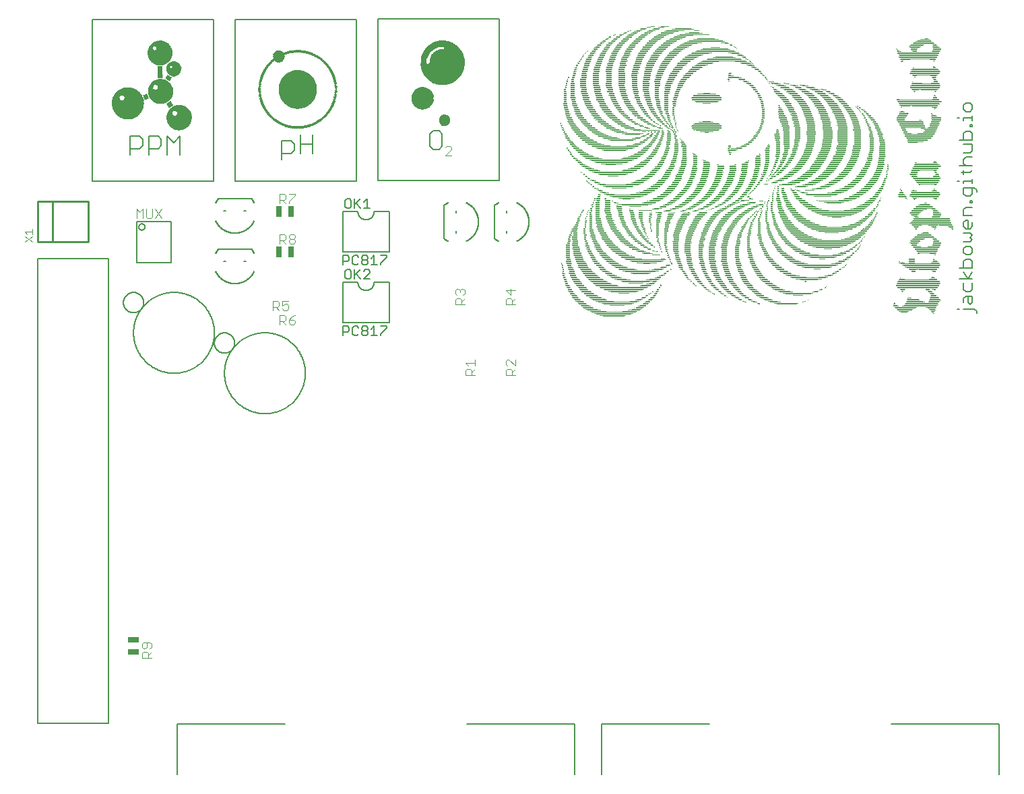
<source format=gto>
G75*
%MOIN*%
%OFA0B0*%
%FSLAX25Y25*%
%IPPOS*%
%LPD*%
%AMOC8*
5,1,8,0,0,1.08239X$1,22.5*
%
%ADD10R,0.05660X0.00334*%
%ADD11R,0.10670X0.00333*%
%ADD12R,0.13000X0.00333*%
%ADD13R,0.16000X0.00334*%
%ADD14R,0.17330X0.00333*%
%ADD15R,0.19330X0.00333*%
%ADD16R,0.00660X0.00333*%
%ADD17R,0.20670X0.00334*%
%ADD18R,0.00670X0.00334*%
%ADD19R,0.00660X0.00334*%
%ADD20R,0.22330X0.00333*%
%ADD21R,0.03660X0.00333*%
%ADD22R,0.01000X0.00333*%
%ADD23R,0.08330X0.00333*%
%ADD24R,0.07330X0.00333*%
%ADD25R,0.05000X0.00333*%
%ADD26R,0.01670X0.00333*%
%ADD27R,0.07330X0.00334*%
%ADD28R,0.06000X0.00334*%
%ADD29R,0.06670X0.00334*%
%ADD30R,0.02000X0.00334*%
%ADD31R,0.06660X0.00333*%
%ADD32R,0.04340X0.00333*%
%ADD33R,0.02670X0.00333*%
%ADD34R,0.05670X0.00333*%
%ADD35R,0.00330X0.00333*%
%ADD36R,0.04660X0.00333*%
%ADD37R,0.03000X0.00333*%
%ADD38R,0.05330X0.00334*%
%ADD39R,0.04340X0.00334*%
%ADD40R,0.09340X0.00334*%
%ADD41R,0.03670X0.00334*%
%ADD42R,0.10330X0.00333*%
%ADD43R,0.04330X0.00333*%
%ADD44R,0.04000X0.00333*%
%ADD45R,0.11000X0.00333*%
%ADD46R,0.05330X0.00333*%
%ADD47R,0.04670X0.00334*%
%ADD48R,0.03660X0.00334*%
%ADD49R,0.02330X0.00334*%
%ADD50R,0.08670X0.00334*%
%ADD51R,0.07000X0.00334*%
%ADD52R,0.03670X0.00333*%
%ADD53R,0.02340X0.00333*%
%ADD54R,0.17000X0.00333*%
%ADD55R,0.07660X0.00333*%
%ADD56R,0.16670X0.00333*%
%ADD57R,0.04000X0.00334*%
%ADD58R,0.11000X0.00334*%
%ADD59R,0.03000X0.00334*%
%ADD60R,0.04330X0.00334*%
%ADD61R,0.01340X0.00334*%
%ADD62R,0.16330X0.00334*%
%ADD63R,0.14000X0.00333*%
%ADD64R,0.10000X0.00333*%
%ADD65R,0.16660X0.00333*%
%ADD66R,0.16000X0.00333*%
%ADD67R,0.01330X0.00333*%
%ADD68R,0.12330X0.00333*%
%ADD69R,0.00670X0.00333*%
%ADD70R,0.16330X0.00333*%
%ADD71R,0.17660X0.00334*%
%ADD72R,0.01670X0.00334*%
%ADD73R,0.05670X0.00334*%
%ADD74R,0.01000X0.00334*%
%ADD75R,0.00330X0.00334*%
%ADD76R,0.10000X0.00334*%
%ADD77R,0.05340X0.00334*%
%ADD78R,0.03330X0.00333*%
%ADD79R,0.02000X0.00333*%
%ADD80R,0.09340X0.00333*%
%ADD81R,0.05340X0.00333*%
%ADD82R,0.09000X0.00333*%
%ADD83R,0.02330X0.00333*%
%ADD84R,0.04670X0.00333*%
%ADD85R,0.00340X0.00333*%
%ADD86R,0.03330X0.00334*%
%ADD87R,0.01660X0.00334*%
%ADD88R,0.05000X0.00334*%
%ADD89R,0.00340X0.00334*%
%ADD90R,0.07660X0.00334*%
%ADD91R,0.07000X0.00333*%
%ADD92R,0.01660X0.00333*%
%ADD93R,0.06330X0.00333*%
%ADD94R,0.02340X0.00334*%
%ADD95R,0.06000X0.00333*%
%ADD96R,0.01330X0.00334*%
%ADD97R,0.02660X0.00333*%
%ADD98R,0.01340X0.00333*%
%ADD99R,0.02670X0.00334*%
%ADD100R,0.10330X0.00334*%
%ADD101R,0.12660X0.00333*%
%ADD102R,0.15000X0.00333*%
%ADD103R,0.02660X0.00334*%
%ADD104R,0.09670X0.00334*%
%ADD105R,0.12670X0.00333*%
%ADD106R,0.03340X0.00333*%
%ADD107R,0.17330X0.00334*%
%ADD108R,0.19000X0.00333*%
%ADD109R,0.20330X0.00333*%
%ADD110R,0.22000X0.00334*%
%ADD111R,0.23000X0.00333*%
%ADD112R,0.19670X0.00333*%
%ADD113R,0.24330X0.00333*%
%ADD114R,0.20000X0.00333*%
%ADD115R,0.13000X0.00334*%
%ADD116R,0.07340X0.00334*%
%ADD117R,0.20660X0.00334*%
%ADD118R,0.05660X0.00333*%
%ADD119R,0.21340X0.00333*%
%ADD120R,0.21670X0.00334*%
%ADD121R,0.21330X0.00333*%
%ADD122R,0.08670X0.00333*%
%ADD123R,0.03340X0.00334*%
%ADD124R,0.08330X0.00334*%
%ADD125R,0.09330X0.00334*%
%ADD126R,0.08000X0.00333*%
%ADD127R,0.13330X0.00333*%
%ADD128R,0.21000X0.00333*%
%ADD129R,0.14670X0.00333*%
%ADD130R,0.20670X0.00333*%
%ADD131R,0.20000X0.00334*%
%ADD132R,0.19660X0.00334*%
%ADD133R,0.07340X0.00333*%
%ADD134R,0.06670X0.00333*%
%ADD135R,0.08340X0.00333*%
%ADD136R,0.14340X0.00334*%
%ADD137R,0.07670X0.00333*%
%ADD138R,0.06660X0.00334*%
%ADD139R,0.06340X0.00334*%
%ADD140R,0.13670X0.00334*%
%ADD141R,0.17670X0.00333*%
%ADD142R,0.19000X0.00334*%
%ADD143R,0.14330X0.00333*%
%ADD144R,0.10340X0.00334*%
%ADD145R,0.15330X0.00334*%
%ADD146R,0.12340X0.00333*%
%ADD147R,0.16340X0.00334*%
%ADD148R,0.18330X0.00333*%
%ADD149R,0.20340X0.00333*%
%ADD150R,0.04660X0.00334*%
%ADD151R,0.07670X0.00334*%
%ADD152R,0.19330X0.00334*%
%ADD153R,0.12000X0.00334*%
%ADD154R,0.14660X0.00333*%
%ADD155R,0.08000X0.00334*%
%ADD156R,0.11670X0.00333*%
%ADD157R,0.13670X0.00333*%
%ADD158R,0.06330X0.00334*%
%ADD159R,0.09330X0.00333*%
%ADD160R,0.11330X0.00334*%
%ADD161R,0.11660X0.00333*%
%ADD162R,0.12340X0.00334*%
%ADD163R,0.22330X0.00334*%
%ADD164R,0.24660X0.00333*%
%ADD165R,0.25670X0.00334*%
%ADD166R,0.27000X0.00333*%
%ADD167R,0.27670X0.00333*%
%ADD168R,0.06340X0.00333*%
%ADD169R,0.17670X0.00334*%
%ADD170R,0.23000X0.00334*%
%ADD171R,0.23670X0.00333*%
%ADD172R,0.09670X0.00333*%
%ADD173R,0.09000X0.00334*%
%ADD174R,0.20330X0.00334*%
%ADD175R,0.18660X0.00333*%
%ADD176R,0.18330X0.00334*%
%ADD177R,0.12660X0.00334*%
%ADD178R,0.17340X0.00333*%
%ADD179R,0.18660X0.00334*%
%ADD180R,0.22000X0.00333*%
%ADD181R,0.23340X0.00334*%
%ADD182R,0.10340X0.00333*%
%ADD183R,0.16340X0.00333*%
%ADD184R,0.13330X0.00334*%
%ADD185R,0.08660X0.00333*%
%ADD186R,0.14340X0.00333*%
%ADD187R,0.18000X0.00334*%
%ADD188R,0.14670X0.00334*%
%ADD189R,0.08660X0.00334*%
%ADD190R,0.14330X0.00334*%
%ADD191R,0.10660X0.00333*%
%ADD192R,0.11340X0.00334*%
%ADD193R,0.12000X0.00333*%
%ADD194R,0.18670X0.00333*%
%ADD195R,0.21660X0.00334*%
%ADD196R,0.12670X0.00334*%
%ADD197R,0.13340X0.00333*%
%ADD198R,0.15330X0.00333*%
%ADD199R,0.23330X0.00334*%
%ADD200R,0.17660X0.00333*%
%ADD201R,0.22340X0.00333*%
%ADD202R,0.11330X0.00333*%
%ADD203R,0.11340X0.00333*%
%ADD204R,0.14000X0.00334*%
%ADD205R,0.15000X0.00334*%
%ADD206R,0.12330X0.00334*%
%ADD207R,0.19340X0.00334*%
%ADD208R,0.21670X0.00333*%
%ADD209R,0.15670X0.00333*%
%ADD210R,0.10670X0.00334*%
%ADD211R,0.14660X0.00334*%
%ADD212R,0.18340X0.00334*%
%ADD213R,0.18340X0.00333*%
%ADD214R,0.19660X0.00333*%
%ADD215R,0.20340X0.00334*%
%ADD216R,0.17000X0.00334*%
%ADD217C,0.00600*%
%ADD218C,0.00400*%
%ADD219C,0.00500*%
%ADD220C,0.00050*%
%ADD221C,0.01000*%
%ADD222C,0.00800*%
%ADD223R,0.01020X0.00060*%
%ADD224R,0.00060X0.00060*%
%ADD225R,0.01500X0.00060*%
%ADD226R,0.01860X0.00060*%
%ADD227R,0.02220X0.00060*%
%ADD228R,0.02460X0.00060*%
%ADD229R,0.02700X0.00060*%
%ADD230R,0.02820X0.00060*%
%ADD231R,0.02940X0.00060*%
%ADD232R,0.03300X0.00060*%
%ADD233R,0.03420X0.00060*%
%ADD234R,0.03540X0.00060*%
%ADD235R,0.03660X0.00060*%
%ADD236R,0.03780X0.00060*%
%ADD237R,0.03900X0.00060*%
%ADD238R,0.04020X0.00060*%
%ADD239R,0.04140X0.00060*%
%ADD240R,0.04260X0.00060*%
%ADD241R,0.04380X0.00060*%
%ADD242R,0.04500X0.00060*%
%ADD243R,0.04440X0.00060*%
%ADD244R,0.04560X0.00060*%
%ADD245R,0.04620X0.00060*%
%ADD246R,0.04740X0.00060*%
%ADD247R,0.04800X0.00060*%
%ADD248R,0.04860X0.00060*%
%ADD249R,0.04980X0.00060*%
%ADD250R,0.05100X0.00060*%
%ADD251R,0.05220X0.00060*%
%ADD252R,0.05160X0.00060*%
%ADD253R,0.05280X0.00060*%
%ADD254R,0.05340X0.00060*%
%ADD255R,0.05460X0.00060*%
%ADD256R,0.05400X0.00060*%
%ADD257R,0.04200X0.00060*%
%ADD258R,0.03960X0.00060*%
%ADD259R,0.03720X0.00060*%
%ADD260R,0.03720X0.00060*%
%ADD261R,0.03180X0.00060*%
%ADD262R,0.03060X0.00060*%
%ADD263R,0.02880X0.00060*%
%ADD264R,0.02580X0.00060*%
%ADD265R,0.02340X0.00060*%
%ADD266R,0.02100X0.00060*%
%ADD267R,0.01740X0.00060*%
%ADD268R,0.00660X0.00060*%
%ADD269R,0.01980X0.00060*%
%ADD270R,0.02340X0.00060*%
%ADD271R,0.02940X0.00060*%
%ADD272R,0.05340X0.00060*%
%ADD273R,0.05820X0.00060*%
%ADD274R,0.05940X0.00060*%
%ADD275R,0.06060X0.00060*%
%ADD276R,0.06180X0.00060*%
%ADD277R,0.06480X0.00060*%
%ADD278R,0.06600X0.00060*%
%ADD279R,0.06780X0.00060*%
%ADD280R,0.06900X0.00060*%
%ADD281R,0.07020X0.00060*%
%ADD282R,0.07140X0.00060*%
%ADD283R,0.07260X0.00060*%
%ADD284R,0.07380X0.00060*%
%ADD285R,0.07560X0.00060*%
%ADD286R,0.07620X0.00060*%
%ADD287R,0.07740X0.00060*%
%ADD288R,0.07860X0.00060*%
%ADD289R,0.07980X0.00060*%
%ADD290R,0.08100X0.00060*%
%ADD291R,0.08220X0.00060*%
%ADD292R,0.08340X0.00060*%
%ADD293R,0.08460X0.00060*%
%ADD294R,0.08520X0.00060*%
%ADD295R,0.08640X0.00060*%
%ADD296R,0.08760X0.00060*%
%ADD297R,0.08820X0.00060*%
%ADD298R,0.08940X0.00060*%
%ADD299R,0.09060X0.00060*%
%ADD300R,0.09180X0.00060*%
%ADD301R,0.09120X0.00060*%
%ADD302R,0.09240X0.00060*%
%ADD303R,0.09300X0.00060*%
%ADD304R,0.09420X0.00060*%
%ADD305R,0.09480X0.00060*%
%ADD306R,0.09600X0.00060*%
%ADD307R,0.09540X0.00060*%
%ADD308R,0.09660X0.00060*%
%ADD309R,0.09780X0.00060*%
%ADD310R,0.09840X0.00060*%
%ADD311R,0.09900X0.00060*%
%ADD312R,0.09960X0.00060*%
%ADD313R,0.10020X0.00060*%
%ADD314R,0.10140X0.00060*%
%ADD315R,0.10080X0.00060*%
%ADD316R,0.10260X0.00060*%
%ADD317R,0.10320X0.00060*%
%ADD318R,0.10380X0.00060*%
%ADD319R,0.10440X0.00060*%
%ADD320R,0.10500X0.00060*%
%ADD321R,0.10560X0.00060*%
%ADD322R,0.10620X0.00060*%
%ADD323R,0.10680X0.00060*%
%ADD324R,0.10740X0.00060*%
%ADD325R,0.10800X0.00060*%
%ADD326R,0.10860X0.00060*%
%ADD327R,0.10200X0.00060*%
%ADD328R,0.09360X0.00060*%
%ADD329R,0.08880X0.00060*%
%ADD330R,0.08700X0.00060*%
%ADD331R,0.08580X0.00060*%
%ADD332R,0.08400X0.00060*%
%ADD333R,0.08160X0.00060*%
%ADD334R,0.07500X0.00060*%
%ADD335R,0.07320X0.00060*%
%ADD336R,0.06960X0.00060*%
%ADD337R,0.06660X0.00060*%
%ADD338R,0.06540X0.00060*%
%ADD339R,0.06420X0.00060*%
%ADD340R,0.06300X0.00060*%
%ADD341R,0.05940X0.00060*%
%ADD342R,0.05700X0.00060*%
%ADD343R,0.05580X0.00060*%
%ADD344R,0.04740X0.00060*%
%ADD345R,0.04140X0.00060*%
%ADD346R,0.01140X0.00060*%
%ADD347R,0.10740X0.00060*%
%ADD348R,0.10980X0.00060*%
%ADD349R,0.11100X0.00060*%
%ADD350R,0.11460X0.00060*%
%ADD351R,0.11580X0.00060*%
%ADD352R,0.11700X0.00060*%
%ADD353R,0.11940X0.00060*%
%ADD354R,0.12180X0.00060*%
%ADD355R,0.12300X0.00060*%
%ADD356R,0.12420X0.00060*%
%ADD357R,0.12600X0.00060*%
%ADD358R,0.12900X0.00060*%
%ADD359R,0.13020X0.00060*%
%ADD360R,0.13140X0.00060*%
%ADD361R,0.13260X0.00060*%
%ADD362R,0.13380X0.00060*%
%ADD363R,0.13500X0.00060*%
%ADD364R,0.13860X0.00060*%
%ADD365R,0.13920X0.00060*%
%ADD366R,0.14100X0.00060*%
%ADD367R,0.14220X0.00060*%
%ADD368R,0.14340X0.00060*%
%ADD369R,0.14460X0.00060*%
%ADD370R,0.14580X0.00060*%
%ADD371R,0.14700X0.00060*%
%ADD372R,0.14820X0.00060*%
%ADD373R,0.14940X0.00060*%
%ADD374R,0.15060X0.00060*%
%ADD375R,0.15180X0.00060*%
%ADD376R,0.15420X0.00060*%
%ADD377R,0.15660X0.00060*%
%ADD378R,0.15780X0.00060*%
%ADD379R,0.15900X0.00060*%
%ADD380R,0.16020X0.00060*%
%ADD381R,0.16140X0.00060*%
%ADD382R,0.16260X0.00060*%
%ADD383R,0.16380X0.00060*%
%ADD384R,0.16500X0.00060*%
%ADD385R,0.16620X0.00060*%
%ADD386R,0.16740X0.00060*%
%ADD387R,0.16860X0.00060*%
%ADD388R,0.16980X0.00060*%
%ADD389R,0.16920X0.00060*%
%ADD390R,0.17160X0.00060*%
%ADD391R,0.17100X0.00060*%
%ADD392R,0.17220X0.00060*%
%ADD393R,0.17340X0.00060*%
%ADD394R,0.17460X0.00060*%
%ADD395R,0.17580X0.00060*%
%ADD396R,0.17700X0.00060*%
%ADD397R,0.17880X0.00060*%
%ADD398R,0.17820X0.00060*%
%ADD399R,0.17940X0.00060*%
%ADD400R,0.18060X0.00060*%
%ADD401R,0.18180X0.00060*%
%ADD402R,0.18240X0.00060*%
%ADD403R,0.18360X0.00060*%
%ADD404R,0.18300X0.00060*%
%ADD405R,0.18420X0.00060*%
%ADD406R,0.18540X0.00060*%
%ADD407R,0.18660X0.00060*%
%ADD408R,0.18780X0.00060*%
%ADD409R,0.18900X0.00060*%
%ADD410R,0.19020X0.00060*%
%ADD411R,0.19080X0.00060*%
%ADD412R,0.19140X0.00060*%
%ADD413R,0.19260X0.00060*%
%ADD414R,0.19380X0.00060*%
%ADD415R,0.19320X0.00060*%
%ADD416R,0.19500X0.00060*%
%ADD417R,0.19620X0.00060*%
%ADD418R,0.19560X0.00060*%
%ADD419R,0.19740X0.00060*%
%ADD420R,0.19860X0.00060*%
%ADD421R,0.19980X0.00060*%
%ADD422R,0.20040X0.00060*%
%ADD423R,0.20100X0.00060*%
%ADD424R,0.20220X0.00060*%
%ADD425R,0.20340X0.00060*%
%ADD426R,0.20460X0.00060*%
%ADD427R,0.20520X0.00060*%
%ADD428R,0.20580X0.00060*%
%ADD429R,0.20640X0.00060*%
%ADD430R,0.20700X0.00060*%
%ADD431R,0.20820X0.00060*%
%ADD432R,0.20880X0.00060*%
%ADD433R,0.20940X0.00060*%
%ADD434R,0.21060X0.00060*%
%ADD435R,0.21120X0.00060*%
%ADD436R,0.21180X0.00060*%
%ADD437R,0.21240X0.00060*%
%ADD438R,0.21300X0.00060*%
%ADD439R,0.21420X0.00060*%
%ADD440R,0.21540X0.00060*%
%ADD441R,0.21660X0.00060*%
%ADD442R,0.21780X0.00060*%
%ADD443R,0.21720X0.00060*%
%ADD444R,0.03240X0.00060*%
%ADD445R,0.17820X0.00060*%
%ADD446R,0.03000X0.00060*%
%ADD447R,0.17760X0.00060*%
%ADD448R,0.17640X0.00060*%
%ADD449R,0.02820X0.00060*%
%ADD450R,0.17520X0.00060*%
%ADD451R,0.17400X0.00060*%
%ADD452R,0.17340X0.00060*%
%ADD453R,0.17280X0.00060*%
%ADD454R,0.16800X0.00060*%
%ADD455R,0.16740X0.00060*%
%ADD456R,0.16680X0.00060*%
%ADD457R,0.16620X0.00060*%
%ADD458R,0.16560X0.00060*%
%ADD459R,0.16440X0.00060*%
%ADD460R,0.16320X0.00060*%
%ADD461R,0.16200X0.00060*%
%ADD462R,0.16080X0.00060*%
%ADD463R,0.03120X0.00060*%
%ADD464R,0.16140X0.00060*%
%ADD465R,0.15960X0.00060*%
%ADD466R,0.03120X0.00060*%
%ADD467R,0.15840X0.00060*%
%ADD468R,0.15720X0.00060*%
%ADD469R,0.15600X0.00060*%
%ADD470R,0.15480X0.00060*%
%ADD471R,0.15360X0.00060*%
%ADD472R,0.15240X0.00060*%
%ADD473R,0.14940X0.00060*%
%ADD474R,0.14820X0.00060*%
%ADD475R,0.03240X0.00060*%
%ADD476R,0.14760X0.00060*%
%ADD477R,0.14520X0.00060*%
%ADD478R,0.03360X0.00060*%
%ADD479R,0.14400X0.00060*%
%ADD480R,0.14340X0.00060*%
%ADD481R,0.03420X0.00060*%
%ADD482R,0.14160X0.00060*%
%ADD483R,0.14040X0.00060*%
%ADD484R,0.03480X0.00060*%
%ADD485R,0.13980X0.00060*%
%ADD486R,0.13800X0.00060*%
%ADD487R,0.13740X0.00060*%
%ADD488R,0.13560X0.00060*%
%ADD489R,0.03540X0.00060*%
%ADD490R,0.13140X0.00060*%
%ADD491R,0.03600X0.00060*%
%ADD492R,0.13080X0.00060*%
%ADD493R,0.12780X0.00060*%
%ADD494R,0.12540X0.00060*%
%ADD495R,0.12480X0.00060*%
%ADD496R,0.12000X0.00060*%
%ADD497R,0.11820X0.00060*%
%ADD498R,0.03840X0.00060*%
%ADD499R,0.11520X0.00060*%
%ADD500R,0.03840X0.00060*%
%ADD501R,0.11280X0.00060*%
%ADD502R,0.04020X0.00060*%
%ADD503R,0.08280X0.00060*%
%ADD504R,0.04620X0.00060*%
%ADD505R,0.07440X0.00060*%
%ADD506R,0.07320X0.00060*%
%ADD507R,0.05040X0.00060*%
%ADD508R,0.07200X0.00060*%
%ADD509R,0.07140X0.00060*%
%ADD510R,0.05520X0.00060*%
%ADD511R,0.07020X0.00060*%
%ADD512R,0.05880X0.00060*%
%ADD513R,0.07080X0.00060*%
%ADD514R,0.06360X0.00060*%
%ADD515R,0.06540X0.00060*%
%ADD516R,0.14640X0.00060*%
%ADD517R,0.13620X0.00060*%
%ADD518R,0.13320X0.00060*%
%ADD519R,0.12660X0.00060*%
%ADD520R,0.12060X0.00060*%
%ADD521R,0.11940X0.00060*%
%ADD522R,0.11340X0.00060*%
%ADD523R,0.11160X0.00060*%
%ADD524R,0.00075X0.00075*%
%ADD525R,0.03975X0.00075*%
%ADD526R,0.04875X0.00075*%
%ADD527R,0.06225X0.00075*%
%ADD528R,0.06825X0.00075*%
%ADD529R,0.07875X0.00075*%
%ADD530R,0.08475X0.00075*%
%ADD531R,0.09075X0.00075*%
%ADD532R,0.09525X0.00075*%
%ADD533R,0.10275X0.00075*%
%ADD534R,0.10725X0.00075*%
%ADD535R,0.11475X0.00075*%
%ADD536R,0.11625X0.00075*%
%ADD537R,0.05175X0.00075*%
%ADD538R,0.05025X0.00075*%
%ADD539R,0.04275X0.00075*%
%ADD540R,0.04125X0.00075*%
%ADD541R,0.03525X0.00075*%
%ADD542R,0.03600X0.00075*%
%ADD543R,0.03225X0.00075*%
%ADD544R,0.02925X0.00075*%
%ADD545R,0.03075X0.00075*%
%ADD546R,0.02775X0.00075*%
%ADD547R,0.02625X0.00075*%
%ADD548R,0.02475X0.00075*%
%ADD549R,0.02325X0.00075*%
%ADD550R,0.02175X0.00075*%
%ADD551R,0.02025X0.00075*%
%ADD552R,0.01950X0.00075*%
%ADD553R,0.01875X0.00075*%
%ADD554R,0.01800X0.00075*%
%ADD555R,0.01725X0.00075*%
%ADD556R,0.01575X0.00075*%
%ADD557R,0.01650X0.00075*%
%ADD558R,0.01500X0.00075*%
%ADD559R,0.01425X0.00075*%
%ADD560R,0.01350X0.00075*%
%ADD561R,0.01275X0.00075*%
%ADD562R,0.01200X0.00075*%
%ADD563R,0.01125X0.00075*%
%ADD564R,0.01050X0.00075*%
%ADD565R,0.04725X0.00075*%
%ADD566R,0.05475X0.00075*%
%ADD567R,0.05925X0.00075*%
%ADD568R,0.06375X0.00075*%
%ADD569R,0.06675X0.00075*%
%ADD570R,0.07125X0.00075*%
%ADD571R,0.07425X0.00075*%
%ADD572R,0.08025X0.00075*%
%ADD573R,0.08625X0.00075*%
%ADD574R,0.09225X0.00075*%
%ADD575R,0.09675X0.00075*%
%ADD576R,0.09825X0.00075*%
%ADD577R,0.09975X0.00075*%
%ADD578R,0.10125X0.00075*%
%ADD579R,0.10575X0.00075*%
%ADD580R,0.00975X0.00075*%
%ADD581R,0.10875X0.00075*%
%ADD582R,0.11025X0.00075*%
%ADD583R,0.11775X0.00075*%
%ADD584R,0.11925X0.00075*%
%ADD585R,0.12075X0.00075*%
%ADD586R,0.12225X0.00075*%
%ADD587R,0.12450X0.00075*%
%ADD588R,0.12525X0.00075*%
%ADD589R,0.12900X0.00075*%
%ADD590R,0.12825X0.00075*%
%ADD591R,0.13200X0.00075*%
%ADD592R,0.13125X0.00075*%
%ADD593R,0.13425X0.00075*%
%ADD594R,0.13500X0.00075*%
%ADD595R,0.13650X0.00075*%
%ADD596R,0.13725X0.00075*%
%ADD597R,0.14100X0.00075*%
%ADD598R,0.14025X0.00075*%
%ADD599R,0.14175X0.00075*%
%ADD600R,0.14325X0.00075*%
%ADD601R,0.14475X0.00075*%
%ADD602R,0.14625X0.00075*%
%ADD603R,0.14775X0.00075*%
%ADD604R,0.14850X0.00075*%
%ADD605R,0.15075X0.00075*%
%ADD606R,0.15225X0.00075*%
%ADD607R,0.15375X0.00075*%
%ADD608R,0.15525X0.00075*%
%ADD609R,0.15675X0.00075*%
%ADD610R,0.15750X0.00075*%
%ADD611R,0.15975X0.00075*%
%ADD612R,0.15825X0.00075*%
%ADD613R,0.16125X0.00075*%
%ADD614R,0.16275X0.00075*%
%ADD615R,0.16350X0.00075*%
%ADD616R,0.16425X0.00075*%
%ADD617R,0.16575X0.00075*%
%ADD618R,0.16650X0.00075*%
%ADD619R,0.16800X0.00075*%
%ADD620R,0.16725X0.00075*%
%ADD621R,0.16875X0.00075*%
%ADD622R,0.16950X0.00075*%
%ADD623R,0.17100X0.00075*%
%ADD624R,0.17025X0.00075*%
%ADD625R,0.17175X0.00075*%
%ADD626R,0.17250X0.00075*%
%ADD627R,0.17325X0.00075*%
%ADD628R,0.17475X0.00075*%
%ADD629R,0.17400X0.00075*%
%ADD630R,0.17625X0.00075*%
%ADD631R,0.17775X0.00075*%
%ADD632R,0.17850X0.00075*%
%ADD633R,0.17925X0.00075*%
%ADD634R,0.18000X0.00075*%
%ADD635R,0.18075X0.00075*%
%ADD636R,0.18150X0.00075*%
%ADD637R,0.18225X0.00075*%
%ADD638R,0.18300X0.00075*%
%ADD639R,0.18375X0.00075*%
%ADD640R,0.18450X0.00075*%
%ADD641R,0.18525X0.00075*%
%ADD642R,0.18600X0.00075*%
%ADD643R,0.00900X0.00075*%
%ADD644R,0.18675X0.00075*%
%ADD645R,0.18750X0.00075*%
%ADD646R,0.18825X0.00075*%
%ADD647R,0.18900X0.00075*%
%ADD648R,0.18975X0.00075*%
%ADD649R,0.17700X0.00075*%
%ADD650R,0.16500X0.00075*%
%ADD651R,0.16200X0.00075*%
%ADD652R,0.16050X0.00075*%
%ADD653R,0.15600X0.00075*%
%ADD654R,0.15000X0.00075*%
%ADD655R,0.14550X0.00075*%
%ADD656R,0.13875X0.00075*%
%ADD657R,0.13575X0.00075*%
%ADD658R,0.13275X0.00075*%
%ADD659R,0.12975X0.00075*%
%ADD660R,0.12675X0.00075*%
%ADD661R,0.12375X0.00075*%
%ADD662R,0.11400X0.00075*%
%ADD663R,0.11175X0.00075*%
%ADD664R,0.09600X0.00075*%
%ADD665R,0.09375X0.00075*%
%ADD666R,0.08925X0.00075*%
%ADD667R,0.08775X0.00075*%
%ADD668R,0.08250X0.00075*%
%ADD669R,0.07575X0.00075*%
%ADD670R,0.06975X0.00075*%
%ADD671R,0.06525X0.00075*%
%ADD672R,0.06075X0.00075*%
%ADD673R,0.04425X0.00075*%
%ADD674R,0.03675X0.00075*%
%ADD675R,0.03900X0.00075*%
%ADD676R,0.05700X0.00075*%
%ADD677R,0.05550X0.00075*%
%ADD678R,0.05400X0.00075*%
%ADD679R,0.05250X0.00075*%
%ADD680R,0.05325X0.00075*%
%ADD681R,0.05625X0.00075*%
%ADD682R,0.02400X0.00075*%
%ADD683R,0.05775X0.00075*%
%ADD684R,0.07200X0.00075*%
%ADD685R,0.03375X0.00075*%
%ADD686R,0.03750X0.00075*%
%ADD687R,0.03825X0.00075*%
%ADD688R,0.04575X0.00075*%
%ADD689R,0.11325X0.00075*%
%ADD690R,0.03150X0.00075*%
%ADD691R,0.10425X0.00075*%
%ADD692R,0.02850X0.00075*%
%ADD693R,0.07275X0.00075*%
%ADD694R,0.00225X0.00075*%
%ADD695R,0.08100X0.00075*%
%ADD696R,0.08400X0.00075*%
%ADD697R,0.00150X0.00075*%
%ADD698R,0.08700X0.00075*%
%ADD699R,0.09300X0.00075*%
%ADD700R,0.10200X0.00075*%
%ADD701R,0.10350X0.00075*%
%ADD702R,0.10800X0.00075*%
%ADD703R,0.12300X0.00075*%
%ADD704R,0.08175X0.00075*%
%ADD705R,0.12150X0.00075*%
%ADD706R,0.07950X0.00075*%
%ADD707R,0.07350X0.00075*%
%ADD708R,0.10950X0.00075*%
%ADD709R,0.07050X0.00075*%
%ADD710R,0.06750X0.00075*%
%ADD711R,0.13050X0.00075*%
%ADD712R,0.14250X0.00075*%
%ADD713R,0.14400X0.00075*%
%ADD714R,0.14700X0.00075*%
%ADD715R,0.00375X0.00075*%
%ADD716R,0.15150X0.00075*%
%ADD717R,0.00675X0.00075*%
%ADD718R,0.15300X0.00075*%
%ADD719R,0.15450X0.00075*%
%ADD720R,0.07500X0.00075*%
%ADD721R,0.08325X0.00075*%
%ADD722R,0.09750X0.00075*%
%ADD723R,0.03450X0.00075*%
%ADD724R,0.00525X0.00075*%
%ADD725R,0.09450X0.00075*%
%ADD726R,0.09000X0.00075*%
%ADD727R,0.03000X0.00075*%
%ADD728R,0.10650X0.00075*%
%ADD729R,0.08850X0.00075*%
%ADD730R,0.11550X0.00075*%
%ADD731R,0.11700X0.00075*%
%ADD732R,0.00450X0.00075*%
%ADD733R,0.11850X0.00075*%
%ADD734R,0.12000X0.00075*%
%ADD735R,0.10500X0.00075*%
%ADD736R,0.07725X0.00075*%
%ADD737R,0.02250X0.00075*%
%ADD738R,0.06900X0.00075*%
%ADD739R,0.00825X0.00075*%
%ADD740R,0.02700X0.00075*%
%ADD741R,0.05100X0.00075*%
%ADD742R,0.05850X0.00075*%
%ADD743R,0.04200X0.00075*%
%ADD744R,0.04050X0.00075*%
%ADD745R,0.06000X0.00075*%
%ADD746R,0.09900X0.00075*%
%ADD747R,0.02559X0.05512*%
%ADD748R,0.05512X0.02559*%
D10*
X0314105Y0315103D03*
X0317105Y0340103D03*
X0402105Y0381103D03*
X0414105Y0378103D03*
X0426105Y0377103D03*
X0468105Y0356103D03*
X0473105Y0323103D03*
X0471105Y0407103D03*
X0468105Y0452103D03*
X0349105Y0449103D03*
D11*
X0360270Y0421436D03*
X0360270Y0407436D03*
X0313270Y0390769D03*
X0314270Y0315436D03*
X0469270Y0347769D03*
D12*
X0469435Y0383436D03*
X0468775Y0388769D03*
X0411105Y0333769D03*
X0360435Y0407769D03*
X0360435Y0424769D03*
X0315105Y0397769D03*
X0314105Y0385436D03*
X0325105Y0370436D03*
X0314105Y0315769D03*
D13*
X0314275Y0316103D03*
X0314935Y0398103D03*
D14*
X0314270Y0316436D03*
D15*
X0314270Y0316769D03*
X0316270Y0322436D03*
X0316940Y0380436D03*
X0314940Y0398769D03*
X0465270Y0444436D03*
X0465940Y0341436D03*
D16*
X0455605Y0342436D03*
X0436605Y0352436D03*
X0435605Y0351436D03*
X0432605Y0346436D03*
X0427605Y0339436D03*
X0444605Y0366436D03*
X0444605Y0369769D03*
X0456605Y0377436D03*
X0456605Y0377769D03*
X0462605Y0377769D03*
X0465605Y0380436D03*
X0449605Y0385769D03*
X0438605Y0413769D03*
X0437605Y0415436D03*
X0456605Y0418769D03*
X0462605Y0438436D03*
X0454605Y0447436D03*
X0389605Y0433436D03*
X0388605Y0434436D03*
X0381605Y0441769D03*
X0380605Y0442436D03*
X0374605Y0448436D03*
X0344605Y0412436D03*
X0342605Y0410769D03*
X0340605Y0411436D03*
X0339605Y0412769D03*
X0342605Y0407769D03*
X0334605Y0406436D03*
X0331605Y0406769D03*
X0300605Y0384769D03*
X0299605Y0385436D03*
X0299605Y0385769D03*
X0292605Y0396769D03*
X0313605Y0372436D03*
X0303605Y0369436D03*
X0298605Y0366769D03*
X0297605Y0364769D03*
X0300605Y0362769D03*
X0300605Y0362436D03*
X0300605Y0361769D03*
X0329605Y0357769D03*
X0332605Y0360436D03*
X0332605Y0360769D03*
X0332605Y0361436D03*
X0337605Y0348769D03*
X0341605Y0344769D03*
X0342605Y0338436D03*
X0337605Y0330769D03*
X0337605Y0330436D03*
X0333605Y0327436D03*
X0332605Y0326769D03*
X0352605Y0332769D03*
X0353605Y0331769D03*
X0386605Y0364436D03*
X0386605Y0364769D03*
X0387605Y0367436D03*
X0395605Y0376769D03*
X0395605Y0377436D03*
X0395605Y0377769D03*
X0395605Y0378436D03*
X0395605Y0378769D03*
X0395605Y0379436D03*
X0395605Y0379769D03*
X0392605Y0384769D03*
X0393605Y0385769D03*
X0392605Y0386436D03*
X0393605Y0388436D03*
X0386605Y0395436D03*
X0362605Y0368436D03*
X0290605Y0428436D03*
X0290605Y0428769D03*
X0290605Y0429436D03*
X0297605Y0441769D03*
X0322605Y0456769D03*
X0472605Y0316769D03*
D17*
X0314270Y0317103D03*
X0314940Y0399103D03*
D18*
X0332270Y0406103D03*
X0334270Y0406103D03*
X0339940Y0408103D03*
X0340940Y0411103D03*
X0344940Y0411103D03*
X0344270Y0414103D03*
X0343940Y0408103D03*
X0371940Y0436103D03*
X0381270Y0442103D03*
X0388940Y0434103D03*
X0396270Y0419103D03*
X0395270Y0408103D03*
X0390940Y0400103D03*
X0392270Y0386103D03*
X0391270Y0383103D03*
X0383940Y0378103D03*
X0392940Y0374103D03*
X0392940Y0373103D03*
X0392940Y0372103D03*
X0390270Y0369103D03*
X0390270Y0368103D03*
X0387940Y0369103D03*
X0386270Y0368103D03*
X0387270Y0367103D03*
X0386940Y0365103D03*
X0385270Y0366103D03*
X0383940Y0364103D03*
X0383270Y0363103D03*
X0413940Y0373103D03*
X0435270Y0351103D03*
X0437270Y0353103D03*
X0443940Y0365103D03*
X0443940Y0369103D03*
X0445270Y0371103D03*
X0449270Y0385103D03*
X0449940Y0388103D03*
X0473270Y0418103D03*
X0457270Y0441103D03*
X0427270Y0339103D03*
X0418270Y0329103D03*
X0457940Y0317103D03*
X0472940Y0337103D03*
X0353270Y0332103D03*
X0343270Y0339103D03*
X0342270Y0343103D03*
X0341940Y0344103D03*
X0336940Y0351103D03*
X0330940Y0355103D03*
X0329940Y0357103D03*
X0332940Y0358103D03*
X0328270Y0348103D03*
X0337270Y0330103D03*
X0332940Y0327103D03*
X0300270Y0360103D03*
X0300270Y0361103D03*
X0297270Y0364103D03*
X0303940Y0370103D03*
X0304270Y0371103D03*
X0300270Y0385103D03*
X0298940Y0386103D03*
X0289270Y0408103D03*
X0288940Y0409103D03*
X0290940Y0430103D03*
X0291270Y0431103D03*
X0291940Y0433103D03*
X0297270Y0441103D03*
X0297940Y0442103D03*
X0288940Y0340103D03*
X0289270Y0338103D03*
D19*
X0300605Y0363103D03*
X0303605Y0369103D03*
X0304605Y0372103D03*
X0332605Y0361103D03*
X0332605Y0360103D03*
X0336605Y0352103D03*
X0337605Y0349103D03*
X0341605Y0345103D03*
X0341605Y0341103D03*
X0362605Y0327103D03*
X0380605Y0322103D03*
X0382605Y0361103D03*
X0382605Y0365103D03*
X0383605Y0366103D03*
X0384605Y0365103D03*
X0386605Y0364103D03*
X0393605Y0377103D03*
X0395605Y0377103D03*
X0395605Y0378103D03*
X0395605Y0379103D03*
X0384605Y0379103D03*
X0380605Y0392103D03*
X0347605Y0403103D03*
X0341605Y0410103D03*
X0344605Y0412103D03*
X0336605Y0410103D03*
X0333605Y0408103D03*
X0298605Y0443103D03*
X0290605Y0429103D03*
X0290605Y0428103D03*
X0288605Y0410103D03*
X0373605Y0449103D03*
X0438605Y0414103D03*
X0449605Y0386103D03*
X0444605Y0370103D03*
X0434605Y0348103D03*
X0428605Y0340103D03*
X0472605Y0317103D03*
X0454605Y0447103D03*
D20*
X0314440Y0317436D03*
D21*
X0327105Y0319436D03*
X0297105Y0331436D03*
X0296105Y0347436D03*
X0310105Y0354436D03*
X0325105Y0348769D03*
X0335105Y0368436D03*
X0348105Y0370436D03*
X0349105Y0364769D03*
X0349105Y0364436D03*
X0355105Y0362436D03*
X0356105Y0363769D03*
X0353105Y0358436D03*
X0353105Y0374436D03*
X0345105Y0381769D03*
X0338105Y0382436D03*
X0360105Y0388769D03*
X0374105Y0367769D03*
X0375105Y0368436D03*
X0371105Y0365436D03*
X0370105Y0364436D03*
X0383105Y0371769D03*
X0399105Y0363769D03*
X0399105Y0363436D03*
X0403105Y0367436D03*
X0404105Y0366436D03*
X0403105Y0349769D03*
X0397105Y0338436D03*
X0391105Y0331769D03*
X0390105Y0332436D03*
X0387105Y0325436D03*
X0415105Y0338769D03*
X0436105Y0361769D03*
X0437105Y0362436D03*
X0437105Y0356769D03*
X0463105Y0351436D03*
X0458105Y0317436D03*
X0474105Y0384436D03*
X0463105Y0386436D03*
X0463105Y0386769D03*
X0445105Y0386436D03*
X0433105Y0393436D03*
X0434105Y0396436D03*
X0435105Y0400436D03*
X0435105Y0400769D03*
X0435105Y0401436D03*
X0435105Y0401769D03*
X0435105Y0402436D03*
X0435105Y0402769D03*
X0435105Y0403436D03*
X0435105Y0403769D03*
X0435105Y0404436D03*
X0435105Y0404769D03*
X0435105Y0405436D03*
X0435105Y0405769D03*
X0431105Y0389436D03*
X0411105Y0398769D03*
X0406105Y0389769D03*
X0404105Y0387436D03*
X0402105Y0385769D03*
X0399105Y0410436D03*
X0412105Y0424436D03*
X0409105Y0426769D03*
X0408105Y0427436D03*
X0352105Y0435769D03*
X0351105Y0434769D03*
X0345105Y0436769D03*
X0344105Y0435436D03*
X0343105Y0433436D03*
X0338105Y0437436D03*
X0339105Y0439436D03*
X0335105Y0444769D03*
X0332105Y0438769D03*
X0331105Y0435769D03*
X0328105Y0444769D03*
X0308105Y0421769D03*
X0309105Y0419769D03*
X0310105Y0418436D03*
X0312105Y0415769D03*
X0307105Y0412769D03*
X0304105Y0416436D03*
X0300105Y0411436D03*
X0302105Y0409436D03*
X0296105Y0407436D03*
X0295105Y0408769D03*
X0463105Y0447769D03*
D22*
X0457435Y0441769D03*
X0457105Y0441436D03*
X0466775Y0430769D03*
X0463435Y0426769D03*
X0473775Y0426769D03*
X0473105Y0438769D03*
X0473105Y0441769D03*
X0472105Y0415436D03*
X0464105Y0391436D03*
X0473775Y0386769D03*
X0474105Y0386436D03*
X0473775Y0380436D03*
X0463435Y0373436D03*
X0459105Y0373769D03*
X0448105Y0381436D03*
X0448435Y0382436D03*
X0448775Y0382769D03*
X0448775Y0383436D03*
X0443775Y0368769D03*
X0443435Y0368436D03*
X0443775Y0364436D03*
X0443105Y0363436D03*
X0434775Y0350769D03*
X0434435Y0350436D03*
X0433105Y0346769D03*
X0426775Y0338769D03*
X0426435Y0338436D03*
X0425435Y0337769D03*
X0417435Y0328769D03*
X0409435Y0332769D03*
X0386435Y0321436D03*
X0379775Y0322436D03*
X0378775Y0322769D03*
X0369775Y0325436D03*
X0367775Y0326769D03*
X0361775Y0327769D03*
X0360435Y0328769D03*
X0351435Y0333769D03*
X0351105Y0334436D03*
X0350775Y0334769D03*
X0348435Y0338436D03*
X0341435Y0337769D03*
X0341105Y0337436D03*
X0340105Y0336769D03*
X0336435Y0328769D03*
X0336435Y0328436D03*
X0335775Y0327436D03*
X0332105Y0326436D03*
X0331105Y0325769D03*
X0330775Y0325436D03*
X0322105Y0318436D03*
X0341775Y0344436D03*
X0341435Y0345436D03*
X0340775Y0347436D03*
X0340775Y0347769D03*
X0340435Y0348769D03*
X0340435Y0349436D03*
X0340105Y0350436D03*
X0340105Y0350769D03*
X0336775Y0351769D03*
X0336435Y0352436D03*
X0336435Y0352769D03*
X0336105Y0354436D03*
X0336105Y0354769D03*
X0330105Y0356769D03*
X0329775Y0357436D03*
X0328775Y0359769D03*
X0332435Y0361769D03*
X0332435Y0362436D03*
X0332435Y0362769D03*
X0332435Y0363436D03*
X0332435Y0363769D03*
X0332435Y0364769D03*
X0316435Y0370436D03*
X0315105Y0371769D03*
X0310435Y0373436D03*
X0303775Y0370436D03*
X0303435Y0368769D03*
X0303435Y0368436D03*
X0303435Y0367769D03*
X0303105Y0366769D03*
X0303105Y0366436D03*
X0303105Y0365769D03*
X0297435Y0364436D03*
X0297105Y0363769D03*
X0300105Y0358769D03*
X0300105Y0358436D03*
X0300105Y0357769D03*
X0300105Y0357436D03*
X0300105Y0356769D03*
X0300105Y0356436D03*
X0300435Y0354769D03*
X0300435Y0354436D03*
X0300435Y0353769D03*
X0300435Y0353436D03*
X0300775Y0352436D03*
X0292775Y0354436D03*
X0292775Y0354769D03*
X0293105Y0355769D03*
X0292435Y0353769D03*
X0289435Y0336769D03*
X0289775Y0335769D03*
X0289775Y0335436D03*
X0290105Y0334436D03*
X0305435Y0378769D03*
X0304435Y0379436D03*
X0302435Y0383436D03*
X0302105Y0383769D03*
X0301105Y0384436D03*
X0295105Y0393769D03*
X0294435Y0394436D03*
X0294105Y0394769D03*
X0293435Y0395436D03*
X0293435Y0395769D03*
X0290105Y0406436D03*
X0289775Y0407436D03*
X0289435Y0407769D03*
X0289105Y0408769D03*
X0288775Y0409769D03*
X0290435Y0426769D03*
X0290435Y0427436D03*
X0290435Y0427769D03*
X0295105Y0436436D03*
X0295435Y0437436D03*
X0295775Y0438436D03*
X0296435Y0439436D03*
X0296435Y0439769D03*
X0297105Y0440769D03*
X0312775Y0453769D03*
X0321775Y0456436D03*
X0344105Y0418769D03*
X0344105Y0418436D03*
X0344105Y0417769D03*
X0344105Y0417436D03*
X0344105Y0416769D03*
X0344105Y0416436D03*
X0344105Y0415769D03*
X0344105Y0415436D03*
X0344105Y0414769D03*
X0341775Y0412769D03*
X0342105Y0411769D03*
X0341105Y0410769D03*
X0340435Y0411769D03*
X0339775Y0412436D03*
X0339105Y0413769D03*
X0338435Y0414769D03*
X0338105Y0415436D03*
X0334435Y0411769D03*
X0334775Y0411436D03*
X0335775Y0410769D03*
X0333435Y0412436D03*
X0333105Y0412769D03*
X0332435Y0413436D03*
X0338775Y0407436D03*
X0338775Y0406769D03*
X0341435Y0407436D03*
X0341105Y0408769D03*
X0342775Y0410436D03*
X0344775Y0405769D03*
X0344775Y0405436D03*
X0345105Y0403769D03*
X0345105Y0403436D03*
X0333775Y0405769D03*
X0333435Y0405436D03*
X0331775Y0405769D03*
X0366105Y0390436D03*
X0372105Y0395769D03*
X0371775Y0396769D03*
X0371435Y0398436D03*
X0374775Y0390436D03*
X0386435Y0381769D03*
X0386435Y0381436D03*
X0385775Y0380436D03*
X0385105Y0379769D03*
X0384435Y0378769D03*
X0382105Y0373769D03*
X0384435Y0364769D03*
X0383775Y0363436D03*
X0383435Y0362769D03*
X0382775Y0361769D03*
X0382775Y0361436D03*
X0382435Y0360436D03*
X0382105Y0359436D03*
X0381775Y0358436D03*
X0380435Y0362436D03*
X0380775Y0362769D03*
X0381105Y0363436D03*
X0381435Y0363769D03*
X0386435Y0363769D03*
X0386435Y0363436D03*
X0386435Y0362769D03*
X0386435Y0362436D03*
X0390105Y0362436D03*
X0390105Y0362769D03*
X0390105Y0363436D03*
X0390105Y0363769D03*
X0390105Y0364436D03*
X0390105Y0364769D03*
X0390105Y0365436D03*
X0390105Y0365769D03*
X0390105Y0366436D03*
X0390105Y0366769D03*
X0390105Y0367436D03*
X0392775Y0367436D03*
X0392775Y0367769D03*
X0392775Y0368436D03*
X0392775Y0368769D03*
X0392775Y0369436D03*
X0392775Y0369769D03*
X0392775Y0370436D03*
X0392775Y0370769D03*
X0392775Y0371436D03*
X0392775Y0371769D03*
X0393105Y0366436D03*
X0395435Y0376436D03*
X0393435Y0385436D03*
X0394435Y0386436D03*
X0393105Y0387769D03*
X0393775Y0388769D03*
X0394435Y0390436D03*
X0394435Y0390769D03*
X0405435Y0377769D03*
X0387435Y0409769D03*
X0388105Y0412769D03*
X0388105Y0418769D03*
X0387105Y0422769D03*
X0396435Y0418769D03*
X0399105Y0430769D03*
X0388435Y0434769D03*
X0387775Y0435436D03*
X0387435Y0435769D03*
X0380105Y0442769D03*
X0372775Y0449436D03*
X0371435Y0432769D03*
X0371435Y0432436D03*
X0436435Y0418436D03*
X0437435Y0417769D03*
X0438775Y0416769D03*
X0438775Y0413436D03*
X0439435Y0412436D03*
X0439775Y0411769D03*
X0439775Y0411436D03*
X0440105Y0410769D03*
X0440435Y0409769D03*
X0464105Y0358769D03*
X0465435Y0346436D03*
X0473105Y0343436D03*
X0472435Y0334769D03*
X0473435Y0328436D03*
X0472435Y0317436D03*
X0457435Y0327769D03*
X0453435Y0321436D03*
X0482105Y0358769D03*
X0363775Y0368769D03*
D23*
X0408440Y0354436D03*
X0458440Y0318769D03*
X0463440Y0322769D03*
X0470440Y0427436D03*
X0348770Y0457769D03*
X0313440Y0403436D03*
X0306770Y0317769D03*
D24*
X0322270Y0317769D03*
X0325270Y0331769D03*
X0305270Y0333769D03*
X0316940Y0378769D03*
X0323940Y0380769D03*
X0321940Y0387436D03*
X0312270Y0403769D03*
X0359270Y0440436D03*
X0423270Y0371436D03*
X0411940Y0360769D03*
X0406270Y0355769D03*
X0432270Y0353769D03*
X0458270Y0318436D03*
D25*
X0458105Y0317769D03*
X0473435Y0323769D03*
X0463775Y0352769D03*
X0463435Y0366436D03*
X0438775Y0370436D03*
X0435105Y0375436D03*
X0433775Y0374769D03*
X0428775Y0378436D03*
X0420105Y0386436D03*
X0419105Y0385436D03*
X0418435Y0384769D03*
X0415775Y0382769D03*
X0414775Y0382436D03*
X0413105Y0381436D03*
X0415105Y0378436D03*
X0410435Y0385436D03*
X0410775Y0385769D03*
X0412105Y0386769D03*
X0412775Y0387436D03*
X0414435Y0389436D03*
X0414775Y0389769D03*
X0415105Y0390436D03*
X0415435Y0390769D03*
X0416105Y0391769D03*
X0416435Y0392436D03*
X0417105Y0393436D03*
X0417435Y0393769D03*
X0417775Y0394769D03*
X0418105Y0395436D03*
X0418435Y0396436D03*
X0425435Y0393769D03*
X0425435Y0393436D03*
X0425775Y0394436D03*
X0425775Y0394769D03*
X0426775Y0396769D03*
X0427105Y0398436D03*
X0427105Y0398769D03*
X0427435Y0399436D03*
X0427435Y0399769D03*
X0427775Y0401769D03*
X0427775Y0402436D03*
X0427775Y0402769D03*
X0427775Y0403436D03*
X0427775Y0403769D03*
X0427775Y0404436D03*
X0427775Y0404769D03*
X0427775Y0405436D03*
X0427775Y0405769D03*
X0427775Y0406436D03*
X0427775Y0406769D03*
X0427775Y0407436D03*
X0427435Y0409769D03*
X0425105Y0416436D03*
X0424775Y0392436D03*
X0424435Y0391769D03*
X0424105Y0391436D03*
X0423775Y0390769D03*
X0423435Y0390436D03*
X0423105Y0389769D03*
X0422775Y0389436D03*
X0422435Y0388769D03*
X0422105Y0388436D03*
X0421105Y0387436D03*
X0408105Y0383769D03*
X0407435Y0363436D03*
X0401775Y0359769D03*
X0407105Y0347436D03*
X0403775Y0342769D03*
X0402105Y0335769D03*
X0396775Y0328436D03*
X0395775Y0328769D03*
X0405775Y0325769D03*
X0435105Y0355436D03*
X0472105Y0408436D03*
X0474105Y0413436D03*
X0473105Y0422436D03*
X0458775Y0442436D03*
X0355775Y0438769D03*
X0350105Y0441769D03*
X0348775Y0440769D03*
X0348435Y0440436D03*
X0344435Y0445769D03*
X0345105Y0446436D03*
X0346435Y0447436D03*
X0338105Y0454436D03*
X0337105Y0453769D03*
X0336775Y0453436D03*
X0354435Y0455769D03*
X0322775Y0408436D03*
X0322105Y0408769D03*
X0317105Y0406769D03*
X0307105Y0405769D03*
X0300435Y0403436D03*
X0304435Y0387769D03*
X0313105Y0390436D03*
X0325435Y0388769D03*
X0327775Y0382436D03*
X0328775Y0382769D03*
X0336775Y0373769D03*
X0336435Y0373436D03*
X0312435Y0375769D03*
X0316105Y0347769D03*
X0315775Y0340769D03*
X0299775Y0339436D03*
X0299435Y0339769D03*
X0301105Y0327436D03*
X0302435Y0326436D03*
X0301775Y0319769D03*
X0302105Y0319436D03*
X0330775Y0330769D03*
X0334775Y0333769D03*
D26*
X0337770Y0335436D03*
X0338770Y0335769D03*
X0347440Y0339769D03*
X0347770Y0339436D03*
X0355770Y0333769D03*
X0356770Y0332436D03*
X0357440Y0331769D03*
X0360440Y0335436D03*
X0359770Y0336769D03*
X0362770Y0331769D03*
X0363440Y0330769D03*
X0363770Y0330436D03*
X0364770Y0329436D03*
X0365440Y0328769D03*
X0376770Y0323769D03*
X0378440Y0325769D03*
X0383440Y0322769D03*
X0375440Y0349436D03*
X0375440Y0349769D03*
X0376440Y0354436D03*
X0376770Y0355436D03*
X0376770Y0355769D03*
X0378440Y0359436D03*
X0378770Y0359769D03*
X0381440Y0356436D03*
X0386440Y0355769D03*
X0386440Y0355436D03*
X0386770Y0354436D03*
X0386770Y0353769D03*
X0387440Y0351769D03*
X0387440Y0351436D03*
X0387770Y0350769D03*
X0387770Y0350436D03*
X0392770Y0353769D03*
X0392440Y0354436D03*
X0391770Y0355769D03*
X0391440Y0356769D03*
X0391440Y0357436D03*
X0390770Y0358769D03*
X0394440Y0360769D03*
X0394770Y0360436D03*
X0395440Y0358769D03*
X0395770Y0372769D03*
X0395770Y0373436D03*
X0395770Y0373769D03*
X0398440Y0376436D03*
X0389770Y0380769D03*
X0388440Y0385436D03*
X0389440Y0387769D03*
X0389770Y0389436D03*
X0396770Y0389769D03*
X0398440Y0388436D03*
X0398770Y0388769D03*
X0399440Y0389436D03*
X0397770Y0387769D03*
X0397440Y0387436D03*
X0396770Y0386769D03*
X0396440Y0386436D03*
X0397770Y0391769D03*
X0395440Y0394436D03*
X0395440Y0394769D03*
X0395440Y0395436D03*
X0383770Y0403436D03*
X0384440Y0404436D03*
X0384770Y0404769D03*
X0385770Y0406436D03*
X0382770Y0402436D03*
X0396770Y0417769D03*
X0386770Y0423769D03*
X0384440Y0427436D03*
X0383770Y0428436D03*
X0383440Y0428769D03*
X0385440Y0437436D03*
X0400440Y0430436D03*
X0418770Y0427436D03*
X0440770Y0414769D03*
X0441440Y0413769D03*
X0442440Y0412769D03*
X0441770Y0405436D03*
X0441770Y0404769D03*
X0441770Y0404436D03*
X0446770Y0378769D03*
X0456770Y0376769D03*
X0463770Y0364769D03*
X0463440Y0349769D03*
X0465440Y0349769D03*
X0462770Y0337436D03*
X0472440Y0334436D03*
X0469770Y0328436D03*
X0472440Y0317769D03*
X0453770Y0320769D03*
X0430440Y0344436D03*
X0430770Y0344769D03*
X0424770Y0337436D03*
X0423770Y0336769D03*
X0441770Y0361436D03*
X0441770Y0366436D03*
X0481440Y0359436D03*
X0472770Y0433436D03*
X0387440Y0372436D03*
X0382440Y0373436D03*
X0375770Y0372769D03*
X0366770Y0370436D03*
X0365770Y0369769D03*
X0336770Y0365436D03*
X0336440Y0363436D03*
X0327770Y0363769D03*
X0327770Y0364436D03*
X0327770Y0364769D03*
X0324770Y0361436D03*
X0326770Y0357769D03*
X0327440Y0356769D03*
X0328440Y0355436D03*
X0329770Y0353769D03*
X0330770Y0352769D03*
X0331770Y0351769D03*
X0330440Y0349436D03*
X0329770Y0349769D03*
X0331770Y0348769D03*
X0319440Y0360769D03*
X0315770Y0371436D03*
X0306770Y0372769D03*
X0306770Y0373436D03*
X0306770Y0373769D03*
X0306440Y0371769D03*
X0306440Y0371436D03*
X0303440Y0357436D03*
X0301440Y0350436D03*
X0301440Y0349769D03*
X0301770Y0348769D03*
X0302440Y0347769D03*
X0302440Y0347436D03*
X0302770Y0346769D03*
X0291770Y0348436D03*
X0291770Y0348769D03*
X0291770Y0349436D03*
X0291770Y0349769D03*
X0291770Y0350436D03*
X0291770Y0350769D03*
X0291440Y0330769D03*
X0329440Y0324769D03*
X0333440Y0324436D03*
X0303770Y0382769D03*
X0295440Y0393436D03*
X0294440Y0399769D03*
X0293770Y0400436D03*
X0292440Y0402436D03*
X0291770Y0403436D03*
X0291440Y0403769D03*
X0290440Y0419769D03*
X0290440Y0420436D03*
X0290440Y0420769D03*
X0309440Y0451436D03*
X0316770Y0453769D03*
X0318440Y0454769D03*
X0345440Y0425436D03*
X0344770Y0423436D03*
X0344770Y0422769D03*
X0344440Y0421769D03*
X0344440Y0421436D03*
X0344440Y0420436D03*
X0340440Y0418436D03*
X0340440Y0417769D03*
X0340440Y0417436D03*
X0340770Y0415769D03*
X0337770Y0416436D03*
X0336770Y0418769D03*
X0336770Y0419436D03*
X0336440Y0419769D03*
X0331440Y0414436D03*
X0330440Y0415436D03*
X0329770Y0416436D03*
X0328440Y0409436D03*
X0330440Y0408769D03*
X0331440Y0408436D03*
X0334770Y0409436D03*
X0336440Y0407436D03*
X0337770Y0408436D03*
X0335440Y0404769D03*
X0337770Y0402769D03*
X0336770Y0400436D03*
X0341440Y0400436D03*
X0341440Y0400769D03*
X0341440Y0401436D03*
X0341440Y0401769D03*
X0341770Y0402769D03*
X0341770Y0403436D03*
X0341770Y0403769D03*
X0341770Y0404436D03*
X0341770Y0404769D03*
X0341770Y0405436D03*
X0341770Y0405769D03*
X0345440Y0400769D03*
X0345440Y0400436D03*
X0345440Y0399769D03*
X0345440Y0399436D03*
X0345440Y0398769D03*
X0348770Y0400769D03*
X0348440Y0401436D03*
X0340770Y0397769D03*
X0331770Y0403769D03*
X0329770Y0404769D03*
D27*
X0405940Y0356103D03*
X0414940Y0368103D03*
X0305270Y0318103D03*
D28*
X0306275Y0324103D03*
X0302605Y0336103D03*
X0323605Y0318103D03*
X0333275Y0372103D03*
X0323935Y0388103D03*
X0323935Y0394103D03*
X0373935Y0398103D03*
X0409605Y0362103D03*
X0403605Y0358103D03*
X0436605Y0369103D03*
X0471275Y0329103D03*
X0351935Y0443103D03*
X0345605Y0453103D03*
D29*
X0342270Y0456103D03*
X0410940Y0361103D03*
X0431940Y0360103D03*
X0432940Y0354103D03*
X0458270Y0318103D03*
D30*
X0472275Y0318103D03*
X0471275Y0327103D03*
X0463275Y0350103D03*
X0472935Y0368103D03*
X0464605Y0391103D03*
X0458275Y0407103D03*
X0457275Y0419103D03*
X0463275Y0427103D03*
X0473275Y0427103D03*
X0472935Y0442103D03*
X0472275Y0450103D03*
X0442935Y0412103D03*
X0443605Y0411103D03*
X0444605Y0409103D03*
X0445275Y0408103D03*
X0441935Y0403103D03*
X0441935Y0402103D03*
X0441935Y0401103D03*
X0441935Y0400103D03*
X0441935Y0399103D03*
X0441935Y0398103D03*
X0441935Y0397103D03*
X0441275Y0394103D03*
X0446275Y0378103D03*
X0440605Y0365103D03*
X0440605Y0360103D03*
X0429935Y0344103D03*
X0396935Y0356103D03*
X0392605Y0354103D03*
X0387605Y0351103D03*
X0387935Y0350103D03*
X0388275Y0349103D03*
X0388935Y0348103D03*
X0381605Y0347103D03*
X0381275Y0348103D03*
X0381275Y0349103D03*
X0381935Y0345103D03*
X0382275Y0344103D03*
X0382605Y0343103D03*
X0375935Y0342103D03*
X0376275Y0340103D03*
X0375275Y0346103D03*
X0375275Y0347103D03*
X0375275Y0348103D03*
X0375605Y0350103D03*
X0375935Y0352103D03*
X0376605Y0355103D03*
X0367935Y0371103D03*
X0370605Y0373103D03*
X0375935Y0373103D03*
X0377275Y0374103D03*
X0379275Y0376103D03*
X0383275Y0382103D03*
X0383935Y0383103D03*
X0389605Y0389103D03*
X0389935Y0390103D03*
X0390275Y0391103D03*
X0390275Y0392103D03*
X0395605Y0396103D03*
X0395605Y0397103D03*
X0395605Y0398103D03*
X0395605Y0402103D03*
X0399605Y0397103D03*
X0398935Y0394103D03*
X0398275Y0393103D03*
X0401275Y0392103D03*
X0401935Y0393103D03*
X0402935Y0395103D03*
X0396935Y0390103D03*
X0392935Y0384103D03*
X0398605Y0376103D03*
X0398935Y0375103D03*
X0399605Y0373103D03*
X0395935Y0372103D03*
X0396275Y0371103D03*
X0404275Y0376103D03*
X0404935Y0375103D03*
X0381275Y0401103D03*
X0382275Y0402103D03*
X0396935Y0417103D03*
X0402275Y0430103D03*
X0419275Y0427103D03*
X0384605Y0438103D03*
X0380605Y0431103D03*
X0381935Y0430103D03*
X0368935Y0444103D03*
X0371275Y0450103D03*
X0345605Y0426103D03*
X0345275Y0425103D03*
X0340275Y0424103D03*
X0340275Y0423103D03*
X0340275Y0422103D03*
X0340275Y0421103D03*
X0340275Y0420103D03*
X0340275Y0419103D03*
X0336275Y0421103D03*
X0335935Y0422103D03*
X0335935Y0423103D03*
X0333605Y0417103D03*
X0334275Y0416103D03*
X0334935Y0415103D03*
X0335605Y0414103D03*
X0336275Y0413103D03*
X0337275Y0412103D03*
X0335275Y0409103D03*
X0341605Y0402103D03*
X0341275Y0400103D03*
X0340935Y0399103D03*
X0340935Y0398103D03*
X0340275Y0396103D03*
X0339605Y0395103D03*
X0344605Y0394103D03*
X0344935Y0395103D03*
X0344935Y0396103D03*
X0345275Y0397103D03*
X0345275Y0398103D03*
X0349275Y0398103D03*
X0349275Y0399103D03*
X0359605Y0392103D03*
X0353605Y0385103D03*
X0335935Y0399103D03*
X0336935Y0401103D03*
X0326935Y0410103D03*
X0329275Y0417103D03*
X0328605Y0418103D03*
X0327935Y0419103D03*
X0326935Y0421103D03*
X0311605Y0449103D03*
X0308935Y0451103D03*
X0305935Y0448103D03*
X0304935Y0447103D03*
X0314605Y0452103D03*
X0317275Y0454103D03*
X0293935Y0431103D03*
X0293935Y0430103D03*
X0293935Y0429103D03*
X0293935Y0428103D03*
X0293935Y0427103D03*
X0293935Y0426103D03*
X0293935Y0425103D03*
X0290605Y0419103D03*
X0291935Y0403103D03*
X0292605Y0402103D03*
X0304935Y0382103D03*
X0310935Y0373103D03*
X0306275Y0371103D03*
X0306275Y0370103D03*
X0306275Y0369103D03*
X0306275Y0368103D03*
X0306275Y0367103D03*
X0306275Y0366103D03*
X0303275Y0358103D03*
X0303605Y0357103D03*
X0303935Y0356103D03*
X0295275Y0356103D03*
X0291605Y0348103D03*
X0291605Y0347103D03*
X0291605Y0346103D03*
X0291935Y0343103D03*
X0303605Y0345103D03*
X0304275Y0344103D03*
X0304935Y0343103D03*
X0291275Y0331103D03*
X0291935Y0330103D03*
X0292275Y0329103D03*
X0292935Y0328103D03*
X0324275Y0354103D03*
X0325275Y0353103D03*
X0326605Y0352103D03*
X0327605Y0351103D03*
X0329275Y0350103D03*
X0325935Y0359103D03*
X0324935Y0361103D03*
X0324605Y0362103D03*
X0324275Y0363103D03*
X0323935Y0364103D03*
X0323605Y0365103D03*
X0323275Y0366103D03*
X0322935Y0367103D03*
X0322935Y0368103D03*
X0327605Y0366103D03*
X0327605Y0365103D03*
X0336275Y0363103D03*
X0336275Y0362103D03*
X0336605Y0364103D03*
X0336935Y0365103D03*
X0340935Y0361103D03*
X0340605Y0360103D03*
X0340275Y0359103D03*
X0340275Y0358103D03*
X0346275Y0343103D03*
X0346605Y0342103D03*
X0346935Y0341103D03*
X0353935Y0337103D03*
X0354275Y0336103D03*
X0354935Y0335103D03*
X0355605Y0334103D03*
X0356275Y0333103D03*
X0359935Y0336103D03*
X0359605Y0337103D03*
X0359275Y0338103D03*
X0358605Y0340103D03*
X0358275Y0341103D03*
X0357935Y0342103D03*
X0357935Y0343103D03*
X0357605Y0344103D03*
X0361275Y0334103D03*
X0363275Y0331103D03*
X0374605Y0325103D03*
X0375935Y0324103D03*
X0379605Y0325103D03*
X0382935Y0323103D03*
X0337275Y0335103D03*
X0332935Y0324103D03*
X0331935Y0323103D03*
D31*
X0304605Y0318436D03*
X0331605Y0371436D03*
X0304605Y0400769D03*
X0399605Y0327436D03*
X0410605Y0361436D03*
X0478605Y0360436D03*
X0464605Y0449769D03*
D32*
X0473105Y0410436D03*
X0439105Y0378436D03*
X0437105Y0376769D03*
X0431105Y0379769D03*
X0428105Y0385769D03*
X0424105Y0382436D03*
X0423105Y0381769D03*
X0420105Y0402436D03*
X0420105Y0402769D03*
X0420105Y0407769D03*
X0420105Y0408436D03*
X0420105Y0408769D03*
X0419105Y0412769D03*
X0419105Y0413436D03*
X0418105Y0415769D03*
X0416105Y0419436D03*
X0406105Y0422769D03*
X0405105Y0423769D03*
X0403105Y0425769D03*
X0402105Y0426436D03*
X0401105Y0427436D03*
X0399105Y0428436D03*
X0380105Y0440436D03*
X0354105Y0437436D03*
X0346105Y0437769D03*
X0342105Y0443436D03*
X0337105Y0446769D03*
X0336105Y0445769D03*
X0335105Y0444436D03*
X0331105Y0448769D03*
X0333105Y0450769D03*
X0334105Y0451769D03*
X0340105Y0449769D03*
X0313105Y0408436D03*
X0304105Y0407769D03*
X0299105Y0404436D03*
X0298105Y0405436D03*
X0328105Y0390436D03*
X0335105Y0379769D03*
X0336105Y0380436D03*
X0313105Y0350436D03*
X0313105Y0342436D03*
X0325105Y0318436D03*
X0406105Y0347769D03*
X0406105Y0364436D03*
X0405105Y0365436D03*
X0412105Y0405436D03*
X0412105Y0405769D03*
X0412105Y0406436D03*
X0412105Y0406769D03*
X0463105Y0351769D03*
X0473105Y0324436D03*
D33*
X0472270Y0318436D03*
X0457270Y0328769D03*
X0456940Y0333769D03*
X0462940Y0350769D03*
X0463940Y0359769D03*
X0473940Y0352769D03*
X0473270Y0342436D03*
X0438940Y0363769D03*
X0443940Y0374769D03*
X0438940Y0388436D03*
X0439940Y0390436D03*
X0440270Y0391436D03*
X0440940Y0392769D03*
X0447270Y0399769D03*
X0447270Y0400436D03*
X0447270Y0400769D03*
X0447270Y0401436D03*
X0446940Y0401769D03*
X0446940Y0402436D03*
X0446940Y0402769D03*
X0446270Y0405436D03*
X0429270Y0419769D03*
X0426270Y0422769D03*
X0424270Y0424436D03*
X0421940Y0425769D03*
X0404270Y0429436D03*
X0392270Y0431436D03*
X0377270Y0444436D03*
X0372270Y0434436D03*
X0397270Y0415769D03*
X0403940Y0414436D03*
X0403940Y0413769D03*
X0404940Y0410436D03*
X0404940Y0409769D03*
X0405270Y0408769D03*
X0405270Y0408436D03*
X0405270Y0407769D03*
X0405270Y0407436D03*
X0405270Y0406769D03*
X0405270Y0406436D03*
X0405270Y0405769D03*
X0405270Y0405436D03*
X0405270Y0404769D03*
X0405270Y0404436D03*
X0405270Y0403769D03*
X0405270Y0403436D03*
X0399940Y0399436D03*
X0399940Y0398769D03*
X0399940Y0398436D03*
X0399270Y0395769D03*
X0395270Y0403436D03*
X0395270Y0403769D03*
X0395270Y0404436D03*
X0394940Y0404769D03*
X0390270Y0397436D03*
X0385270Y0388436D03*
X0384940Y0386769D03*
X0384270Y0384769D03*
X0384270Y0384436D03*
X0383940Y0383436D03*
X0382940Y0381436D03*
X0382270Y0380436D03*
X0377270Y0381769D03*
X0376940Y0381436D03*
X0376940Y0380769D03*
X0376270Y0379769D03*
X0374940Y0377769D03*
X0374270Y0376769D03*
X0369270Y0377769D03*
X0362940Y0371436D03*
X0361270Y0370436D03*
X0360270Y0369769D03*
X0357270Y0368436D03*
X0353940Y0369769D03*
X0352270Y0368769D03*
X0351270Y0368436D03*
X0349270Y0377436D03*
X0349940Y0378436D03*
X0350270Y0378769D03*
X0350940Y0379769D03*
X0351270Y0380436D03*
X0351940Y0381436D03*
X0351940Y0381769D03*
X0352270Y0382436D03*
X0352940Y0383769D03*
X0353270Y0384436D03*
X0353940Y0386769D03*
X0354270Y0387769D03*
X0354270Y0388436D03*
X0354270Y0388769D03*
X0348940Y0390436D03*
X0348940Y0390769D03*
X0348940Y0391436D03*
X0348940Y0391769D03*
X0349270Y0392769D03*
X0349270Y0393769D03*
X0348270Y0388436D03*
X0347940Y0387436D03*
X0343270Y0389769D03*
X0342940Y0389436D03*
X0343940Y0391769D03*
X0337940Y0391769D03*
X0337940Y0391436D03*
X0337270Y0390769D03*
X0337270Y0390436D03*
X0336940Y0389769D03*
X0335940Y0388769D03*
X0331940Y0393436D03*
X0330940Y0392769D03*
X0332940Y0394769D03*
X0333940Y0395769D03*
X0334270Y0396436D03*
X0331940Y0399769D03*
X0328270Y0401436D03*
X0332270Y0410436D03*
X0329940Y0411769D03*
X0328940Y0412436D03*
X0327270Y0413769D03*
X0322270Y0412769D03*
X0320940Y0413769D03*
X0320270Y0414436D03*
X0319940Y0414769D03*
X0319270Y0415436D03*
X0318270Y0416436D03*
X0317940Y0416769D03*
X0317270Y0417769D03*
X0315940Y0419436D03*
X0315940Y0419769D03*
X0315270Y0420436D03*
X0315270Y0420769D03*
X0314940Y0421436D03*
X0314270Y0422436D03*
X0314270Y0422769D03*
X0313940Y0423436D03*
X0313940Y0423769D03*
X0313270Y0425436D03*
X0313270Y0425769D03*
X0311940Y0431436D03*
X0311940Y0431769D03*
X0311940Y0432436D03*
X0311940Y0432769D03*
X0311940Y0433436D03*
X0311940Y0433769D03*
X0311940Y0434436D03*
X0311940Y0434769D03*
X0311940Y0435436D03*
X0311940Y0435769D03*
X0312940Y0440769D03*
X0313270Y0441436D03*
X0313940Y0443436D03*
X0309940Y0446769D03*
X0309270Y0445769D03*
X0308940Y0445436D03*
X0308270Y0443769D03*
X0307940Y0443436D03*
X0307270Y0441769D03*
X0307270Y0441436D03*
X0306940Y0440436D03*
X0305940Y0436436D03*
X0300270Y0437436D03*
X0300270Y0437769D03*
X0299940Y0436769D03*
X0299940Y0436436D03*
X0300940Y0439436D03*
X0300940Y0439769D03*
X0301270Y0440769D03*
X0294270Y0423436D03*
X0295940Y0417769D03*
X0296270Y0417436D03*
X0292270Y0413769D03*
X0292270Y0413436D03*
X0292940Y0412436D03*
X0294940Y0399436D03*
X0306270Y0381436D03*
X0311270Y0372769D03*
X0311270Y0372436D03*
X0311270Y0371769D03*
X0311270Y0371436D03*
X0311270Y0370769D03*
X0311270Y0370436D03*
X0311270Y0369769D03*
X0311270Y0369436D03*
X0311270Y0368769D03*
X0311940Y0365769D03*
X0311940Y0365436D03*
X0313270Y0360769D03*
X0307270Y0360769D03*
X0307270Y0360436D03*
X0306940Y0361769D03*
X0306940Y0362436D03*
X0317270Y0368436D03*
X0305940Y0350769D03*
X0306270Y0350436D03*
X0306940Y0340769D03*
X0307940Y0339769D03*
X0308270Y0339436D03*
X0308940Y0338769D03*
X0293270Y0338436D03*
X0292940Y0338769D03*
X0292940Y0339436D03*
X0292270Y0341436D03*
X0295270Y0351769D03*
X0295270Y0352436D03*
X0295270Y0352769D03*
X0294940Y0357769D03*
X0295270Y0358769D03*
X0294940Y0325436D03*
X0327270Y0323769D03*
X0329940Y0321436D03*
X0330270Y0321769D03*
X0333270Y0331769D03*
X0345270Y0347436D03*
X0344940Y0350769D03*
X0344940Y0351436D03*
X0344940Y0351769D03*
X0345270Y0352769D03*
X0345270Y0353436D03*
X0345270Y0353769D03*
X0345270Y0354436D03*
X0341940Y0363769D03*
X0342270Y0364769D03*
X0358940Y0356436D03*
X0358940Y0355769D03*
X0358270Y0353769D03*
X0358270Y0353436D03*
X0359940Y0358436D03*
X0359940Y0358769D03*
X0360270Y0359436D03*
X0360940Y0360436D03*
X0362270Y0362436D03*
X0362940Y0363436D03*
X0369270Y0368769D03*
X0374270Y0361769D03*
X0372940Y0359769D03*
X0369940Y0353436D03*
X0368940Y0348769D03*
X0368940Y0348436D03*
X0368940Y0347769D03*
X0368940Y0347436D03*
X0368940Y0346769D03*
X0368940Y0346436D03*
X0368940Y0345769D03*
X0368940Y0345436D03*
X0368940Y0344769D03*
X0368940Y0344436D03*
X0368940Y0343769D03*
X0368940Y0343436D03*
X0369270Y0341769D03*
X0369270Y0341436D03*
X0369940Y0338769D03*
X0369940Y0338436D03*
X0370270Y0337769D03*
X0370270Y0337436D03*
X0370940Y0336436D03*
X0370940Y0335769D03*
X0371940Y0333769D03*
X0372270Y0333436D03*
X0373940Y0330769D03*
X0374940Y0329436D03*
X0378940Y0333769D03*
X0378270Y0335436D03*
X0377940Y0335769D03*
X0377270Y0337436D03*
X0376940Y0338436D03*
X0376270Y0340436D03*
X0376270Y0340769D03*
X0366940Y0332769D03*
X0366940Y0332436D03*
X0367940Y0331436D03*
X0368270Y0330769D03*
X0366270Y0333769D03*
X0365940Y0334436D03*
X0364940Y0336436D03*
X0364940Y0336769D03*
X0364270Y0338436D03*
X0352270Y0340769D03*
X0351270Y0345436D03*
X0351270Y0345769D03*
X0351270Y0346436D03*
X0382940Y0342436D03*
X0384270Y0339436D03*
X0384940Y0338436D03*
X0386270Y0336436D03*
X0388940Y0333769D03*
X0393270Y0341769D03*
X0392270Y0342769D03*
X0391940Y0343436D03*
X0396270Y0348436D03*
X0395940Y0348769D03*
X0395270Y0349769D03*
X0399940Y0352436D03*
X0398270Y0354436D03*
X0397940Y0354769D03*
X0397270Y0367436D03*
X0397270Y0367769D03*
X0396940Y0368436D03*
X0400940Y0370769D03*
X0399940Y0372436D03*
X0394270Y0381769D03*
X0378940Y0386436D03*
X0378940Y0386769D03*
X0378270Y0384436D03*
X0377940Y0383436D03*
X0378270Y0399436D03*
X0378940Y0399769D03*
X0359940Y0391769D03*
X0333270Y0417769D03*
X0332270Y0419769D03*
X0331940Y0420436D03*
X0331940Y0420769D03*
X0331270Y0422436D03*
X0331270Y0422769D03*
X0331270Y0423436D03*
X0330940Y0424436D03*
X0325940Y0423769D03*
X0325270Y0425769D03*
X0325270Y0426436D03*
X0325270Y0426769D03*
X0324940Y0427436D03*
X0324940Y0427769D03*
X0324940Y0428436D03*
X0319270Y0425769D03*
X0319940Y0423769D03*
X0335940Y0429436D03*
X0335940Y0429769D03*
X0335940Y0430436D03*
X0335940Y0430769D03*
X0341270Y0428769D03*
X0340940Y0427769D03*
X0340940Y0427436D03*
X0346940Y0428769D03*
X0347270Y0429436D03*
X0347270Y0429769D03*
X0347940Y0430769D03*
X0355270Y0456769D03*
X0326940Y0456769D03*
X0324940Y0455769D03*
X0321940Y0453769D03*
X0319270Y0451436D03*
X0383940Y0327769D03*
X0413940Y0327436D03*
X0472940Y0377436D03*
X0462940Y0384769D03*
D34*
X0464770Y0367769D03*
X0464770Y0353436D03*
X0462440Y0323769D03*
X0473440Y0323436D03*
X0433770Y0354436D03*
X0433440Y0360436D03*
X0431770Y0373769D03*
X0427440Y0377769D03*
X0426770Y0377436D03*
X0405440Y0382436D03*
X0403440Y0381436D03*
X0408440Y0362769D03*
X0408770Y0362436D03*
X0403770Y0357769D03*
X0402770Y0358769D03*
X0403440Y0335436D03*
X0330440Y0367769D03*
X0324440Y0388436D03*
X0324440Y0394436D03*
X0301770Y0402436D03*
X0351440Y0442769D03*
X0463440Y0448769D03*
X0303770Y0325436D03*
X0303440Y0318769D03*
D35*
X0299770Y0330436D03*
X0288770Y0341436D03*
X0288770Y0341769D03*
X0307770Y0345769D03*
X0318440Y0334436D03*
X0332440Y0338436D03*
X0342770Y0338769D03*
X0342770Y0342436D03*
X0342440Y0342769D03*
X0347440Y0338436D03*
X0352770Y0332436D03*
X0354770Y0330769D03*
X0370770Y0324769D03*
X0379770Y0325769D03*
X0382440Y0323769D03*
X0385770Y0327769D03*
X0410770Y0323436D03*
X0419440Y0329769D03*
X0429440Y0340769D03*
X0432770Y0345769D03*
X0433440Y0346436D03*
X0435770Y0349436D03*
X0436440Y0350436D03*
X0436770Y0350769D03*
X0437440Y0353436D03*
X0437770Y0353769D03*
X0438440Y0354436D03*
X0438770Y0354769D03*
X0430440Y0354436D03*
X0415770Y0345769D03*
X0390440Y0369769D03*
X0390440Y0370436D03*
X0390440Y0370769D03*
X0390770Y0371436D03*
X0390770Y0371769D03*
X0391440Y0373769D03*
X0391770Y0374769D03*
X0393440Y0375769D03*
X0393440Y0376436D03*
X0393440Y0376769D03*
X0393770Y0377436D03*
X0393770Y0377769D03*
X0394440Y0379769D03*
X0390440Y0383436D03*
X0390770Y0383769D03*
X0391440Y0384769D03*
X0392770Y0386769D03*
X0387770Y0385769D03*
X0382440Y0376769D03*
X0381440Y0375769D03*
X0376770Y0371769D03*
X0379440Y0369769D03*
X0384440Y0366769D03*
X0385440Y0366436D03*
X0385770Y0366769D03*
X0386770Y0368436D03*
X0387440Y0367769D03*
X0387770Y0368436D03*
X0387770Y0368769D03*
X0388440Y0370436D03*
X0402770Y0378436D03*
X0402440Y0387769D03*
X0386770Y0395769D03*
X0358770Y0392769D03*
X0347770Y0402769D03*
X0347440Y0403436D03*
X0346440Y0406769D03*
X0344440Y0407436D03*
X0343770Y0408436D03*
X0345440Y0408769D03*
X0344770Y0411769D03*
X0344440Y0412769D03*
X0337770Y0409436D03*
X0327440Y0406769D03*
X0305770Y0412436D03*
X0295770Y0399769D03*
X0291440Y0398436D03*
X0288770Y0409436D03*
X0288440Y0410436D03*
X0288440Y0410769D03*
X0298440Y0386769D03*
X0298770Y0386436D03*
X0301770Y0381769D03*
X0304770Y0372436D03*
X0304440Y0371769D03*
X0301770Y0366769D03*
X0301440Y0365769D03*
X0300770Y0363769D03*
X0300770Y0363436D03*
X0298440Y0366436D03*
X0330440Y0355769D03*
X0330770Y0355436D03*
X0331770Y0353769D03*
X0332770Y0358769D03*
X0332770Y0359436D03*
X0332770Y0359769D03*
X0334770Y0349436D03*
X0337440Y0349436D03*
X0337770Y0348436D03*
X0344770Y0366769D03*
X0360440Y0367769D03*
X0369770Y0369769D03*
X0354440Y0407436D03*
X0383770Y0439769D03*
X0382770Y0440769D03*
X0375440Y0447769D03*
X0390440Y0432436D03*
X0390770Y0431769D03*
X0391440Y0430769D03*
X0391770Y0430436D03*
X0398440Y0427769D03*
X0422770Y0422769D03*
X0434770Y0418769D03*
X0435770Y0417769D03*
X0436440Y0416769D03*
X0436770Y0416436D03*
X0463440Y0426436D03*
X0462440Y0431436D03*
X0473770Y0426436D03*
X0473440Y0417769D03*
X0471770Y0415769D03*
X0449770Y0387436D03*
X0449770Y0386769D03*
X0449770Y0386436D03*
X0456440Y0378436D03*
X0459770Y0373436D03*
X0446440Y0373436D03*
X0445440Y0371769D03*
X0445440Y0371436D03*
X0444770Y0366769D03*
X0444440Y0365769D03*
X0473440Y0358436D03*
X0472770Y0343769D03*
X0464770Y0338436D03*
X0456440Y0334436D03*
X0457440Y0327436D03*
X0439440Y0392436D03*
X0454440Y0447769D03*
X0333770Y0327769D03*
X0324770Y0319436D03*
X0322770Y0318769D03*
X0291770Y0432436D03*
X0291770Y0432769D03*
X0298770Y0443436D03*
X0299440Y0444436D03*
X0299770Y0444769D03*
X0300440Y0445436D03*
X0300770Y0445769D03*
X0301440Y0446436D03*
X0301770Y0446769D03*
D36*
X0335605Y0452769D03*
X0338605Y0448436D03*
X0337605Y0447436D03*
X0345605Y0446769D03*
X0354605Y0437769D03*
X0364605Y0448436D03*
X0315605Y0407436D03*
X0314605Y0407769D03*
X0326605Y0389436D03*
X0314605Y0341436D03*
X0315605Y0334436D03*
X0324605Y0322769D03*
X0325605Y0318769D03*
X0336605Y0338769D03*
X0300605Y0327769D03*
X0300605Y0320436D03*
X0298605Y0341436D03*
X0413605Y0388436D03*
X0419605Y0385769D03*
X0421605Y0387769D03*
X0417605Y0394436D03*
X0418605Y0396769D03*
X0419605Y0399436D03*
X0419605Y0399769D03*
X0419605Y0400436D03*
X0419605Y0400769D03*
X0427605Y0400769D03*
X0427605Y0400436D03*
X0427605Y0401436D03*
X0426605Y0396436D03*
X0427605Y0407769D03*
X0427605Y0408436D03*
X0427605Y0408769D03*
X0427605Y0409436D03*
X0426605Y0412769D03*
X0425605Y0415436D03*
X0424605Y0417436D03*
X0422605Y0420436D03*
X0419605Y0411436D03*
X0418605Y0379436D03*
X0429605Y0378769D03*
X0430605Y0379436D03*
X0435605Y0375769D03*
X0436605Y0376436D03*
X0424605Y0364436D03*
X0463605Y0352436D03*
X0473605Y0411769D03*
X0458605Y0419436D03*
X0457605Y0415436D03*
X0456605Y0413769D03*
D37*
X0473105Y0414436D03*
X0472775Y0434436D03*
X0472435Y0442436D03*
X0473775Y0448769D03*
X0463105Y0447436D03*
X0428775Y0420436D03*
X0428435Y0420769D03*
X0427775Y0421436D03*
X0427435Y0421769D03*
X0429435Y0419436D03*
X0430105Y0418769D03*
X0430775Y0417769D03*
X0409435Y0429436D03*
X0406105Y0428436D03*
X0405775Y0428769D03*
X0399775Y0421769D03*
X0400105Y0421436D03*
X0400775Y0420436D03*
X0401105Y0419769D03*
X0401435Y0419436D03*
X0401775Y0418769D03*
X0402435Y0417769D03*
X0402435Y0417436D03*
X0402775Y0416769D03*
X0403105Y0416436D03*
X0403435Y0415436D03*
X0403775Y0414769D03*
X0404105Y0413436D03*
X0404435Y0412769D03*
X0404435Y0412436D03*
X0404775Y0410769D03*
X0405105Y0409436D03*
X0400105Y0406769D03*
X0400105Y0406436D03*
X0400105Y0405769D03*
X0400105Y0405436D03*
X0400105Y0404769D03*
X0400105Y0404436D03*
X0400105Y0403769D03*
X0400105Y0403436D03*
X0400105Y0402769D03*
X0400105Y0402436D03*
X0400105Y0401769D03*
X0400105Y0401436D03*
X0400105Y0400769D03*
X0400105Y0400436D03*
X0399775Y0407436D03*
X0397435Y0415436D03*
X0395435Y0426436D03*
X0394435Y0430769D03*
X0382775Y0439436D03*
X0381775Y0439769D03*
X0378105Y0432436D03*
X0349435Y0432769D03*
X0349105Y0432436D03*
X0348775Y0431769D03*
X0348435Y0431436D03*
X0347775Y0430436D03*
X0342105Y0431436D03*
X0341775Y0430436D03*
X0341435Y0429769D03*
X0341435Y0429436D03*
X0341105Y0428436D03*
X0336105Y0431436D03*
X0336105Y0431769D03*
X0336435Y0432436D03*
X0336435Y0432769D03*
X0336775Y0433769D03*
X0336775Y0434436D03*
X0337435Y0435769D03*
X0330435Y0431769D03*
X0330435Y0431436D03*
X0330435Y0428769D03*
X0330435Y0428436D03*
X0330435Y0427769D03*
X0330435Y0427436D03*
X0330435Y0426769D03*
X0330775Y0424769D03*
X0331105Y0423769D03*
X0323775Y0417436D03*
X0323435Y0417769D03*
X0322775Y0418769D03*
X0322105Y0419769D03*
X0321775Y0420436D03*
X0321435Y0420769D03*
X0321105Y0421436D03*
X0320435Y0422769D03*
X0320105Y0423436D03*
X0319775Y0424436D03*
X0319435Y0425436D03*
X0319105Y0426436D03*
X0319105Y0426769D03*
X0318775Y0427769D03*
X0318775Y0428436D03*
X0318775Y0428769D03*
X0318435Y0429436D03*
X0318435Y0429769D03*
X0318435Y0430436D03*
X0312775Y0426769D03*
X0312775Y0426436D03*
X0313435Y0424769D03*
X0312435Y0428436D03*
X0312435Y0428769D03*
X0312105Y0429436D03*
X0312105Y0429769D03*
X0312105Y0430436D03*
X0312105Y0430769D03*
X0312105Y0436436D03*
X0312105Y0436769D03*
X0312105Y0437436D03*
X0312435Y0437769D03*
X0312435Y0438436D03*
X0312435Y0438769D03*
X0312775Y0439769D03*
X0312775Y0440436D03*
X0313435Y0441769D03*
X0313775Y0442769D03*
X0314105Y0443769D03*
X0314435Y0444436D03*
X0314775Y0445436D03*
X0315105Y0445769D03*
X0315435Y0446436D03*
X0315775Y0446769D03*
X0316105Y0447436D03*
X0316435Y0447769D03*
X0316775Y0448436D03*
X0317105Y0448769D03*
X0317435Y0449436D03*
X0317775Y0449769D03*
X0318435Y0450436D03*
X0318775Y0450769D03*
X0320435Y0452436D03*
X0320775Y0452769D03*
X0322775Y0454436D03*
X0323435Y0454769D03*
X0324435Y0455436D03*
X0326105Y0456436D03*
X0329435Y0457769D03*
X0332435Y0456436D03*
X0338105Y0458436D03*
X0324105Y0449769D03*
X0323775Y0449436D03*
X0322435Y0447769D03*
X0321775Y0446769D03*
X0321435Y0445769D03*
X0321105Y0445436D03*
X0320775Y0444436D03*
X0320105Y0443436D03*
X0319775Y0442769D03*
X0319775Y0442436D03*
X0319435Y0441436D03*
X0319105Y0440769D03*
X0319105Y0440436D03*
X0318775Y0438769D03*
X0318775Y0438436D03*
X0318435Y0437769D03*
X0318435Y0437436D03*
X0318435Y0436769D03*
X0318435Y0436436D03*
X0324775Y0435436D03*
X0324775Y0434769D03*
X0324775Y0434436D03*
X0324775Y0433769D03*
X0325105Y0436436D03*
X0325105Y0436769D03*
X0325435Y0437769D03*
X0325775Y0439436D03*
X0307105Y0440769D03*
X0306775Y0439769D03*
X0306435Y0438769D03*
X0306435Y0438436D03*
X0306105Y0437769D03*
X0306105Y0437436D03*
X0306105Y0436769D03*
X0305775Y0435769D03*
X0305775Y0435436D03*
X0305775Y0434769D03*
X0305775Y0434436D03*
X0305775Y0433769D03*
X0305775Y0433436D03*
X0305775Y0432769D03*
X0305775Y0432436D03*
X0305775Y0431769D03*
X0305775Y0431436D03*
X0305775Y0430769D03*
X0305775Y0430436D03*
X0305775Y0429769D03*
X0306435Y0426436D03*
X0300435Y0424436D03*
X0300105Y0425436D03*
X0299775Y0426436D03*
X0299775Y0426769D03*
X0299435Y0428769D03*
X0299435Y0429436D03*
X0299435Y0429769D03*
X0299435Y0430436D03*
X0299435Y0430769D03*
X0299435Y0431436D03*
X0299435Y0431769D03*
X0299435Y0432436D03*
X0299435Y0432769D03*
X0300775Y0422769D03*
X0301105Y0422436D03*
X0301775Y0420436D03*
X0302775Y0418436D03*
X0297775Y0414769D03*
X0297775Y0414436D03*
X0298435Y0413769D03*
X0298435Y0413436D03*
X0299775Y0411769D03*
X0297105Y0415436D03*
X0297105Y0415769D03*
X0296435Y0416769D03*
X0293105Y0411769D03*
X0293435Y0411436D03*
X0293775Y0410769D03*
X0294435Y0409769D03*
X0296105Y0398436D03*
X0300105Y0389769D03*
X0311435Y0368436D03*
X0311435Y0367769D03*
X0311435Y0367436D03*
X0311775Y0366769D03*
X0311775Y0366436D03*
X0312105Y0364769D03*
X0312105Y0364436D03*
X0312435Y0363769D03*
X0312435Y0363436D03*
X0312775Y0362436D03*
X0313105Y0361769D03*
X0313435Y0361436D03*
X0313775Y0360436D03*
X0314105Y0359769D03*
X0314435Y0358769D03*
X0314775Y0358436D03*
X0315435Y0357436D03*
X0308435Y0357436D03*
X0308435Y0357769D03*
X0308105Y0358436D03*
X0308105Y0358769D03*
X0307775Y0359436D03*
X0307435Y0359769D03*
X0307105Y0361436D03*
X0306435Y0349769D03*
X0307105Y0348769D03*
X0307435Y0348436D03*
X0307775Y0347769D03*
X0308105Y0347436D03*
X0309775Y0345769D03*
X0309105Y0338436D03*
X0310105Y0337769D03*
X0295105Y0334436D03*
X0294775Y0334769D03*
X0294435Y0335436D03*
X0294435Y0335769D03*
X0294105Y0336436D03*
X0293775Y0336769D03*
X0295435Y0324769D03*
X0295775Y0324436D03*
X0296435Y0323769D03*
X0296775Y0323436D03*
X0295435Y0350436D03*
X0295435Y0350769D03*
X0295435Y0351436D03*
X0294775Y0357436D03*
X0295105Y0358436D03*
X0326775Y0323436D03*
X0329105Y0320769D03*
X0336435Y0334436D03*
X0339435Y0339769D03*
X0351105Y0346769D03*
X0351105Y0347436D03*
X0351105Y0347769D03*
X0351105Y0348436D03*
X0351105Y0348769D03*
X0351105Y0349436D03*
X0351105Y0349769D03*
X0351105Y0350436D03*
X0351105Y0350769D03*
X0351105Y0351436D03*
X0351435Y0352436D03*
X0351435Y0352769D03*
X0351435Y0353436D03*
X0351775Y0353769D03*
X0351775Y0354436D03*
X0351775Y0354769D03*
X0352105Y0355769D03*
X0352435Y0356769D03*
X0346105Y0357769D03*
X0345775Y0356769D03*
X0345775Y0356436D03*
X0345435Y0355769D03*
X0345435Y0355436D03*
X0345435Y0354769D03*
X0345105Y0352436D03*
X0342775Y0365769D03*
X0343105Y0366436D03*
X0341775Y0367769D03*
X0343775Y0368436D03*
X0342435Y0371436D03*
X0343775Y0372436D03*
X0344435Y0372769D03*
X0345435Y0373436D03*
X0345775Y0373769D03*
X0346435Y0374436D03*
X0346775Y0374769D03*
X0347435Y0375436D03*
X0347775Y0375769D03*
X0348435Y0376436D03*
X0348775Y0376769D03*
X0349435Y0377769D03*
X0352105Y0373436D03*
X0353435Y0369436D03*
X0355105Y0370436D03*
X0355775Y0370769D03*
X0356775Y0371436D03*
X0357435Y0371769D03*
X0358105Y0372436D03*
X0358435Y0372769D03*
X0359435Y0373436D03*
X0359775Y0373769D03*
X0360775Y0374769D03*
X0361435Y0375769D03*
X0362105Y0376436D03*
X0362775Y0377436D03*
X0363435Y0378436D03*
X0363775Y0378769D03*
X0364105Y0379436D03*
X0364775Y0380769D03*
X0365105Y0381436D03*
X0365775Y0382769D03*
X0366105Y0383769D03*
X0366435Y0384769D03*
X0366775Y0386436D03*
X0367105Y0387436D03*
X0367105Y0387769D03*
X0373105Y0386769D03*
X0373435Y0389769D03*
X0379105Y0388436D03*
X0379435Y0388769D03*
X0379435Y0389436D03*
X0379435Y0389769D03*
X0379435Y0390436D03*
X0379435Y0390769D03*
X0379105Y0387769D03*
X0379105Y0387436D03*
X0378775Y0385769D03*
X0378435Y0384769D03*
X0378105Y0383769D03*
X0372105Y0383769D03*
X0370775Y0380436D03*
X0370105Y0379436D03*
X0369775Y0378769D03*
X0369435Y0378436D03*
X0368775Y0377436D03*
X0368435Y0376769D03*
X0368105Y0376436D03*
X0366775Y0374769D03*
X0366435Y0374436D03*
X0365775Y0373769D03*
X0365435Y0373436D03*
X0364105Y0372436D03*
X0363435Y0371769D03*
X0362105Y0370769D03*
X0366105Y0366769D03*
X0365775Y0366436D03*
X0365105Y0365769D03*
X0364775Y0365436D03*
X0364105Y0364769D03*
X0363775Y0364436D03*
X0363435Y0363769D03*
X0362435Y0362769D03*
X0361775Y0361769D03*
X0361105Y0360769D03*
X0366435Y0359436D03*
X0364775Y0356436D03*
X0364435Y0355436D03*
X0364105Y0354436D03*
X0363775Y0352769D03*
X0363435Y0351769D03*
X0363105Y0349769D03*
X0363105Y0349436D03*
X0363105Y0348769D03*
X0363105Y0348436D03*
X0363105Y0347769D03*
X0363105Y0345769D03*
X0363105Y0345436D03*
X0363105Y0344769D03*
X0363105Y0344436D03*
X0363105Y0343769D03*
X0363105Y0343436D03*
X0363435Y0341769D03*
X0363435Y0341436D03*
X0363775Y0340436D03*
X0363775Y0339769D03*
X0364105Y0338769D03*
X0364435Y0337769D03*
X0364435Y0337436D03*
X0365435Y0335769D03*
X0365435Y0335436D03*
X0366435Y0333436D03*
X0371105Y0335436D03*
X0369435Y0340769D03*
X0369105Y0342436D03*
X0369105Y0342769D03*
X0369105Y0349436D03*
X0369105Y0349769D03*
X0369435Y0350436D03*
X0369435Y0350769D03*
X0369435Y0351436D03*
X0369775Y0352769D03*
X0370105Y0353769D03*
X0370435Y0354436D03*
X0370435Y0354769D03*
X0370775Y0355436D03*
X0370775Y0355769D03*
X0371105Y0356436D03*
X0371435Y0356769D03*
X0371775Y0357769D03*
X0372105Y0358436D03*
X0372435Y0358769D03*
X0372775Y0359436D03*
X0373435Y0360436D03*
X0374105Y0361436D03*
X0374775Y0362436D03*
X0375105Y0362769D03*
X0375775Y0363436D03*
X0376105Y0363769D03*
X0376775Y0364436D03*
X0377105Y0364769D03*
X0377775Y0365436D03*
X0378105Y0365769D03*
X0379105Y0366436D03*
X0380435Y0367436D03*
X0382105Y0368436D03*
X0382775Y0368769D03*
X0384105Y0369436D03*
X0386435Y0370436D03*
X0397435Y0366769D03*
X0398105Y0365769D03*
X0401775Y0369436D03*
X0401435Y0369769D03*
X0401105Y0370436D03*
X0406105Y0373769D03*
X0406435Y0373436D03*
X0409105Y0376436D03*
X0400775Y0351769D03*
X0401105Y0351436D03*
X0401775Y0350769D03*
X0397435Y0347436D03*
X0396775Y0347769D03*
X0385435Y0337769D03*
X0386105Y0336769D03*
X0386775Y0335769D03*
X0387105Y0335436D03*
X0387775Y0334769D03*
X0388105Y0334436D03*
X0383105Y0328769D03*
X0382435Y0329436D03*
X0382105Y0329769D03*
X0380775Y0331436D03*
X0380435Y0331769D03*
X0380105Y0332436D03*
X0379775Y0332769D03*
X0379435Y0333436D03*
X0378775Y0334436D03*
X0367105Y0367436D03*
X0374435Y0371436D03*
X0358775Y0383436D03*
X0347775Y0386769D03*
X0348105Y0387769D03*
X0348435Y0388769D03*
X0347435Y0385769D03*
X0347105Y0385436D03*
X0346775Y0384769D03*
X0346775Y0384436D03*
X0342105Y0387436D03*
X0342105Y0387769D03*
X0341435Y0386769D03*
X0341435Y0386436D03*
X0340775Y0385436D03*
X0336435Y0389436D03*
X0334775Y0387436D03*
X0332105Y0393769D03*
X0330435Y0398436D03*
X0330775Y0398769D03*
X0331435Y0399436D03*
X0326775Y0403769D03*
X0327775Y0413436D03*
X0326105Y0414769D03*
X0325435Y0415436D03*
X0325105Y0415769D03*
X0340435Y0370436D03*
X0339105Y0369769D03*
X0336775Y0366769D03*
X0376775Y0398769D03*
X0417775Y0343769D03*
X0427435Y0342769D03*
X0428105Y0346769D03*
X0438435Y0357769D03*
X0439105Y0358436D03*
X0438435Y0363436D03*
X0442775Y0373769D03*
X0437775Y0386436D03*
X0438435Y0387436D03*
X0438435Y0387769D03*
X0439105Y0388769D03*
X0445775Y0387769D03*
X0446435Y0389769D03*
X0446775Y0391436D03*
X0446775Y0391769D03*
X0447105Y0392436D03*
X0447105Y0392769D03*
X0447105Y0393436D03*
X0447105Y0393769D03*
X0447435Y0394769D03*
X0447435Y0395436D03*
X0447435Y0395769D03*
X0447435Y0396436D03*
X0447435Y0396769D03*
X0447435Y0397436D03*
X0447435Y0397769D03*
X0447435Y0398436D03*
X0447435Y0398769D03*
X0447435Y0399436D03*
X0462775Y0385436D03*
X0463435Y0384436D03*
X0474105Y0384769D03*
X0456775Y0375769D03*
X0463435Y0365436D03*
X0474105Y0366769D03*
X0474105Y0352436D03*
X0472435Y0346436D03*
X0462105Y0343769D03*
X0462105Y0343436D03*
X0462105Y0342769D03*
X0462105Y0342436D03*
X0462105Y0341769D03*
X0457105Y0341769D03*
X0472775Y0325436D03*
X0472105Y0318769D03*
D38*
X0464270Y0353103D03*
X0463940Y0367103D03*
X0434940Y0355103D03*
X0404940Y0342103D03*
X0412270Y0381103D03*
X0414270Y0382103D03*
X0415940Y0383103D03*
X0419940Y0386103D03*
X0411270Y0386103D03*
X0409940Y0385103D03*
X0349270Y0441103D03*
X0324270Y0408103D03*
X0327270Y0382103D03*
X0332940Y0378103D03*
X0316940Y0334103D03*
X0302940Y0326103D03*
X0302940Y0319103D03*
D39*
X0299105Y0329103D03*
X0297105Y0344103D03*
X0326105Y0319103D03*
X0329105Y0347103D03*
X0303105Y0388103D03*
X0305105Y0407103D03*
X0316105Y0412103D03*
X0346105Y0438103D03*
X0368105Y0451103D03*
X0408105Y0420103D03*
X0410105Y0416103D03*
X0417105Y0418103D03*
X0419105Y0413103D03*
X0420105Y0409103D03*
X0420105Y0408103D03*
X0420105Y0403103D03*
X0412105Y0406103D03*
X0412105Y0407103D03*
X0420105Y0423103D03*
X0419105Y0424103D03*
X0430105Y0388103D03*
X0425105Y0383103D03*
X0422105Y0381103D03*
X0430105Y0379103D03*
X0436105Y0356103D03*
X0400105Y0362103D03*
X0395105Y0329103D03*
X0474105Y0365103D03*
X0473105Y0410103D03*
X0474105Y0447103D03*
X0463105Y0448103D03*
D40*
X0467605Y0451103D03*
X0354605Y0451103D03*
X0458605Y0319103D03*
D41*
X0461440Y0324103D03*
X0471770Y0319103D03*
X0437770Y0357103D03*
X0436440Y0362103D03*
X0442440Y0382103D03*
X0443770Y0384103D03*
X0444440Y0385103D03*
X0444770Y0386103D03*
X0433440Y0394103D03*
X0433770Y0395103D03*
X0434440Y0397103D03*
X0434770Y0399103D03*
X0434770Y0400103D03*
X0434770Y0408103D03*
X0431440Y0390103D03*
X0410770Y0398103D03*
X0406440Y0390103D03*
X0404770Y0388103D03*
X0402440Y0386103D03*
X0399440Y0384103D03*
X0397440Y0383103D03*
X0403440Y0367103D03*
X0404770Y0366103D03*
X0410440Y0370103D03*
X0398770Y0364103D03*
X0402770Y0350103D03*
X0398770Y0346103D03*
X0397770Y0338103D03*
X0391770Y0331103D03*
X0386440Y0326103D03*
X0411770Y0333103D03*
X0419440Y0335103D03*
X0380770Y0371103D03*
X0370770Y0365103D03*
X0367770Y0368103D03*
X0355440Y0363103D03*
X0354770Y0362103D03*
X0349440Y0365103D03*
X0348770Y0364103D03*
X0347770Y0362103D03*
X0337440Y0369103D03*
X0342440Y0378103D03*
X0344770Y0381103D03*
X0345440Y0382103D03*
X0338770Y0383103D03*
X0333440Y0386103D03*
X0328770Y0397103D03*
X0313440Y0414103D03*
X0311770Y0416103D03*
X0310770Y0417103D03*
X0309440Y0419103D03*
X0308440Y0421103D03*
X0307440Y0423103D03*
X0306770Y0425103D03*
X0301440Y0410103D03*
X0302440Y0409103D03*
X0296440Y0407103D03*
X0297770Y0397103D03*
X0307770Y0381103D03*
X0311770Y0352103D03*
X0322770Y0350103D03*
X0324440Y0349103D03*
X0337770Y0339103D03*
X0297440Y0331103D03*
X0296770Y0345103D03*
X0296440Y0346103D03*
X0360440Y0391103D03*
X0398440Y0412103D03*
X0397770Y0414103D03*
X0412440Y0424103D03*
X0414770Y0427103D03*
X0412770Y0428103D03*
X0463440Y0387103D03*
X0472440Y0419103D03*
X0351440Y0435103D03*
X0343440Y0434103D03*
X0338440Y0438103D03*
X0339440Y0440103D03*
X0331770Y0438103D03*
X0327770Y0444103D03*
X0328440Y0445103D03*
X0329770Y0447103D03*
D42*
X0327770Y0336769D03*
X0458770Y0319436D03*
X0464770Y0402769D03*
D43*
X0472770Y0409436D03*
X0473440Y0411436D03*
X0456440Y0413436D03*
X0423770Y0418769D03*
X0421770Y0421436D03*
X0421440Y0421769D03*
X0420770Y0422436D03*
X0419440Y0423769D03*
X0418770Y0424436D03*
X0418440Y0424769D03*
X0417440Y0425436D03*
X0415440Y0420436D03*
X0416770Y0418436D03*
X0417770Y0416769D03*
X0417770Y0416436D03*
X0418440Y0415436D03*
X0418440Y0414769D03*
X0418770Y0413769D03*
X0419440Y0411769D03*
X0419770Y0410769D03*
X0419770Y0410436D03*
X0419770Y0409769D03*
X0419770Y0409436D03*
X0411770Y0410769D03*
X0410770Y0414436D03*
X0410440Y0415436D03*
X0409440Y0417769D03*
X0407770Y0420769D03*
X0405440Y0423436D03*
X0403440Y0425436D03*
X0374770Y0445436D03*
X0347440Y0439436D03*
X0346770Y0438769D03*
X0346440Y0438436D03*
X0341440Y0442769D03*
X0336770Y0446436D03*
X0332770Y0450436D03*
X0333770Y0451436D03*
X0330770Y0448436D03*
X0316440Y0411769D03*
X0318440Y0410436D03*
X0319770Y0409769D03*
X0325440Y0403436D03*
X0325770Y0400436D03*
X0329770Y0383436D03*
X0337770Y0374436D03*
X0339440Y0375436D03*
X0339770Y0375769D03*
X0328440Y0347436D03*
X0330440Y0346769D03*
X0312770Y0342769D03*
X0297770Y0342769D03*
X0297440Y0343436D03*
X0299440Y0328769D03*
X0299770Y0328436D03*
X0308440Y0380769D03*
X0299770Y0395769D03*
X0298770Y0404769D03*
X0297770Y0405769D03*
X0304440Y0407436D03*
X0305440Y0406769D03*
X0398770Y0337436D03*
X0400440Y0336436D03*
X0402440Y0343436D03*
X0401770Y0343769D03*
X0400440Y0361436D03*
X0404770Y0365769D03*
X0405770Y0364769D03*
X0420770Y0380436D03*
X0421770Y0380769D03*
X0422770Y0381436D03*
X0424770Y0382769D03*
X0438440Y0377769D03*
X0439440Y0370769D03*
X0435440Y0361436D03*
X0473770Y0364436D03*
X0471770Y0319436D03*
X0390440Y0323769D03*
X0473770Y0446436D03*
X0474440Y0447769D03*
D44*
X0474275Y0447436D03*
X0473935Y0446769D03*
X0463935Y0430769D03*
X0434275Y0396769D03*
X0433935Y0395769D03*
X0433605Y0394436D03*
X0433275Y0393769D03*
X0432935Y0392769D03*
X0432275Y0391769D03*
X0432275Y0391436D03*
X0431605Y0390436D03*
X0431275Y0389769D03*
X0430605Y0388769D03*
X0430275Y0388436D03*
X0429935Y0387769D03*
X0429605Y0387436D03*
X0428935Y0386769D03*
X0428605Y0386436D03*
X0427935Y0385436D03*
X0427275Y0384769D03*
X0426605Y0384436D03*
X0425935Y0383769D03*
X0425605Y0383436D03*
X0431935Y0380436D03*
X0433275Y0381436D03*
X0433605Y0381769D03*
X0434275Y0382436D03*
X0439605Y0378769D03*
X0440275Y0379436D03*
X0440275Y0379769D03*
X0440935Y0380436D03*
X0441935Y0381436D03*
X0442275Y0381769D03*
X0442935Y0382769D03*
X0456935Y0374769D03*
X0463605Y0387436D03*
X0440605Y0371769D03*
X0440275Y0371436D03*
X0436935Y0356436D03*
X0468275Y0356436D03*
X0474275Y0351769D03*
X0474275Y0351436D03*
X0473935Y0350769D03*
X0473935Y0350436D03*
X0473935Y0364769D03*
X0474275Y0365436D03*
X0474275Y0365769D03*
X0474275Y0366436D03*
X0472275Y0333769D03*
X0472935Y0324769D03*
X0404935Y0348436D03*
X0404605Y0348769D03*
X0400605Y0344769D03*
X0400935Y0344436D03*
X0399605Y0345436D03*
X0398275Y0337769D03*
X0399935Y0336769D03*
X0394605Y0329436D03*
X0393935Y0329769D03*
X0392935Y0330436D03*
X0388935Y0324436D03*
X0390935Y0323436D03*
X0399935Y0362436D03*
X0399605Y0362769D03*
X0409605Y0370769D03*
X0400605Y0384769D03*
X0403275Y0386769D03*
X0405275Y0388769D03*
X0405935Y0389436D03*
X0406935Y0390769D03*
X0407275Y0391436D03*
X0407935Y0392436D03*
X0408605Y0393436D03*
X0408935Y0393769D03*
X0409275Y0394436D03*
X0409935Y0395436D03*
X0409935Y0395769D03*
X0410275Y0396436D03*
X0410275Y0396769D03*
X0410605Y0397436D03*
X0410605Y0397769D03*
X0410935Y0398436D03*
X0411275Y0399436D03*
X0411275Y0399769D03*
X0411605Y0400769D03*
X0411605Y0401436D03*
X0411935Y0401769D03*
X0411935Y0402436D03*
X0411935Y0402769D03*
X0411935Y0403436D03*
X0411935Y0403769D03*
X0411935Y0404436D03*
X0411935Y0404769D03*
X0411935Y0407436D03*
X0411935Y0407769D03*
X0411935Y0408436D03*
X0411935Y0408769D03*
X0411935Y0409436D03*
X0411935Y0409769D03*
X0411935Y0410436D03*
X0411605Y0411436D03*
X0411605Y0411769D03*
X0411275Y0412436D03*
X0411275Y0412769D03*
X0411275Y0413436D03*
X0410935Y0413769D03*
X0410605Y0414769D03*
X0410275Y0415769D03*
X0409935Y0416436D03*
X0409935Y0416769D03*
X0409605Y0417436D03*
X0409275Y0418436D03*
X0408935Y0418769D03*
X0408605Y0419436D03*
X0408275Y0419769D03*
X0407935Y0420436D03*
X0407275Y0421436D03*
X0406935Y0421769D03*
X0406275Y0422436D03*
X0404605Y0424436D03*
X0404275Y0424769D03*
X0401935Y0426769D03*
X0398935Y0428769D03*
X0397605Y0429436D03*
X0396605Y0429769D03*
X0410935Y0425436D03*
X0411605Y0424769D03*
X0412605Y0423769D03*
X0412935Y0423436D03*
X0413605Y0422769D03*
X0413935Y0422436D03*
X0414605Y0421769D03*
X0414605Y0421436D03*
X0415275Y0420769D03*
X0415935Y0419769D03*
X0416605Y0418769D03*
X0417275Y0417769D03*
X0417275Y0417436D03*
X0418605Y0414436D03*
X0419275Y0412436D03*
X0420275Y0422769D03*
X0419935Y0423436D03*
X0416935Y0425769D03*
X0415935Y0426436D03*
X0415605Y0426769D03*
X0411935Y0428436D03*
X0397935Y0413769D03*
X0397935Y0413436D03*
X0360275Y0411769D03*
X0360275Y0420769D03*
X0352935Y0436436D03*
X0353275Y0436769D03*
X0345605Y0437436D03*
X0344935Y0436436D03*
X0339935Y0440769D03*
X0340605Y0441769D03*
X0341275Y0442436D03*
X0342275Y0443769D03*
X0335935Y0445436D03*
X0334605Y0443769D03*
X0333935Y0442769D03*
X0333935Y0442436D03*
X0333275Y0441436D03*
X0327935Y0444436D03*
X0329275Y0446436D03*
X0329935Y0447436D03*
X0330275Y0447769D03*
X0331605Y0449436D03*
X0331935Y0449769D03*
X0311275Y0416769D03*
X0312935Y0414769D03*
X0313275Y0414436D03*
X0313935Y0413769D03*
X0314275Y0413436D03*
X0315275Y0412769D03*
X0315605Y0412436D03*
X0316935Y0411436D03*
X0317935Y0410769D03*
X0312605Y0408769D03*
X0311605Y0409436D03*
X0310935Y0409769D03*
X0309935Y0410436D03*
X0309605Y0410769D03*
X0303275Y0408436D03*
X0302935Y0408769D03*
X0296935Y0406436D03*
X0298605Y0396436D03*
X0302605Y0388436D03*
X0320605Y0373436D03*
X0330275Y0383769D03*
X0331275Y0384436D03*
X0331605Y0384769D03*
X0332605Y0385436D03*
X0336605Y0380769D03*
X0337275Y0381436D03*
X0337605Y0381769D03*
X0341935Y0377769D03*
X0342605Y0378436D03*
X0340935Y0376769D03*
X0340605Y0376436D03*
X0350275Y0366436D03*
X0349935Y0365769D03*
X0349605Y0365436D03*
X0357275Y0365436D03*
X0357605Y0365769D03*
X0358275Y0366436D03*
X0379935Y0370769D03*
X0382275Y0371436D03*
X0335275Y0345769D03*
X0327275Y0347769D03*
X0323935Y0349436D03*
X0312935Y0350769D03*
X0312275Y0351436D03*
X0311935Y0351769D03*
X0311605Y0352436D03*
X0311935Y0343436D03*
X0312935Y0335769D03*
X0313935Y0335436D03*
X0298935Y0329436D03*
X0298605Y0329769D03*
X0297605Y0330769D03*
X0298935Y0321436D03*
X0299935Y0320769D03*
X0297275Y0343769D03*
X0296935Y0344436D03*
X0296935Y0344769D03*
X0296275Y0346769D03*
X0327275Y0319769D03*
X0328605Y0390769D03*
X0327935Y0396436D03*
D45*
X0315105Y0397436D03*
X0348775Y0457436D03*
X0469775Y0381769D03*
X0459105Y0319769D03*
X0311435Y0330436D03*
X0310775Y0330769D03*
D46*
X0303270Y0325769D03*
X0301270Y0337436D03*
X0300940Y0337769D03*
X0300270Y0338769D03*
X0316270Y0340436D03*
X0317940Y0346436D03*
X0319270Y0326769D03*
X0334270Y0372436D03*
X0334940Y0372769D03*
X0333270Y0378436D03*
X0325270Y0394769D03*
X0313940Y0384769D03*
X0301940Y0394436D03*
X0301270Y0394769D03*
X0301270Y0402769D03*
X0307940Y0405436D03*
X0318270Y0406436D03*
X0356940Y0439436D03*
X0347940Y0448436D03*
X0344270Y0452436D03*
X0342940Y0451769D03*
X0338940Y0454769D03*
X0374940Y0398436D03*
X0403940Y0381769D03*
X0406270Y0382769D03*
X0408940Y0384436D03*
X0410270Y0380436D03*
X0416940Y0383769D03*
X0417940Y0384436D03*
X0413940Y0388769D03*
X0411270Y0369769D03*
X0411940Y0369436D03*
X0402270Y0359436D03*
X0402940Y0358436D03*
X0404270Y0342436D03*
X0425270Y0345769D03*
X0433940Y0360769D03*
X0433270Y0374436D03*
X0464270Y0367436D03*
X0472940Y0322769D03*
X0471270Y0319769D03*
X0394270Y0322436D03*
D47*
X0402940Y0343103D03*
X0425940Y0346103D03*
X0438270Y0370103D03*
X0436270Y0376103D03*
X0420270Y0380103D03*
X0410270Y0376103D03*
X0414940Y0390103D03*
X0416940Y0393103D03*
X0417940Y0395103D03*
X0418270Y0396103D03*
X0418940Y0397103D03*
X0418940Y0398103D03*
X0419940Y0402103D03*
X0420270Y0404103D03*
X0420270Y0405103D03*
X0420270Y0406103D03*
X0420270Y0407103D03*
X0418270Y0415103D03*
X0424270Y0418103D03*
X0425270Y0416103D03*
X0426270Y0414103D03*
X0426940Y0412103D03*
X0427270Y0410103D03*
X0422940Y0420103D03*
X0427270Y0399103D03*
X0457270Y0415103D03*
X0471940Y0408103D03*
X0473940Y0413103D03*
X0473940Y0384103D03*
X0463270Y0352103D03*
X0473270Y0324103D03*
X0375940Y0433103D03*
X0373270Y0434103D03*
X0354940Y0438103D03*
X0347940Y0440103D03*
X0347270Y0439103D03*
X0338270Y0448103D03*
X0335940Y0453103D03*
X0359940Y0453103D03*
X0321270Y0409103D03*
X0319270Y0410103D03*
X0316270Y0407103D03*
X0325940Y0389103D03*
X0334270Y0379103D03*
X0337270Y0374103D03*
X0298270Y0342103D03*
X0300270Y0328103D03*
X0300940Y0320103D03*
X0473270Y0446103D03*
D48*
X0474105Y0448103D03*
X0435105Y0405103D03*
X0435105Y0404103D03*
X0435105Y0403103D03*
X0435105Y0402103D03*
X0435105Y0401103D03*
X0434105Y0396103D03*
X0443105Y0383103D03*
X0441105Y0372103D03*
X0408105Y0372103D03*
X0378105Y0370103D03*
X0376105Y0369103D03*
X0373105Y0367103D03*
X0356105Y0364103D03*
X0350105Y0366103D03*
X0348105Y0363103D03*
X0343105Y0379103D03*
X0309105Y0411103D03*
X0305105Y0415103D03*
X0310105Y0418103D03*
X0298105Y0405103D03*
X0332105Y0439103D03*
X0333105Y0441103D03*
X0334105Y0443103D03*
X0327105Y0443103D03*
X0330105Y0455103D03*
X0337105Y0458103D03*
X0344105Y0435103D03*
X0381105Y0440103D03*
X0398105Y0413103D03*
X0410105Y0426103D03*
X0411105Y0425103D03*
X0311105Y0344103D03*
X0310105Y0345103D03*
X0296105Y0347103D03*
X0328105Y0320103D03*
D49*
X0330770Y0322103D03*
X0353440Y0338103D03*
X0352770Y0339103D03*
X0352440Y0340103D03*
X0358770Y0339103D03*
X0357440Y0345103D03*
X0357440Y0346103D03*
X0357440Y0347103D03*
X0357440Y0348103D03*
X0357440Y0349103D03*
X0357770Y0352103D03*
X0345440Y0347103D03*
X0345440Y0346103D03*
X0345770Y0345103D03*
X0341440Y0363103D03*
X0350440Y0368103D03*
X0353770Y0386103D03*
X0354440Y0389103D03*
X0354440Y0390103D03*
X0354770Y0391103D03*
X0354770Y0392103D03*
X0354770Y0393103D03*
X0354770Y0394103D03*
X0349440Y0394103D03*
X0349440Y0395103D03*
X0349440Y0396103D03*
X0349440Y0397103D03*
X0344440Y0393103D03*
X0343770Y0391103D03*
X0338770Y0393103D03*
X0334770Y0397103D03*
X0335440Y0398103D03*
X0333770Y0402103D03*
X0327770Y0404103D03*
X0324770Y0411103D03*
X0321770Y0413103D03*
X0323770Y0417103D03*
X0327440Y0420103D03*
X0325440Y0425103D03*
X0335770Y0425103D03*
X0335770Y0426103D03*
X0335770Y0427103D03*
X0335770Y0428103D03*
X0335770Y0424103D03*
X0340440Y0425103D03*
X0346440Y0428103D03*
X0316440Y0448103D03*
X0313440Y0451103D03*
X0312440Y0450103D03*
X0310770Y0448103D03*
X0309440Y0446103D03*
X0306770Y0449103D03*
X0303440Y0445103D03*
X0302770Y0444103D03*
X0302440Y0443103D03*
X0301440Y0441103D03*
X0300440Y0438103D03*
X0294440Y0423103D03*
X0294440Y0422103D03*
X0294770Y0421103D03*
X0291440Y0416103D03*
X0291770Y0415103D03*
X0299440Y0390103D03*
X0308440Y0377103D03*
X0317440Y0368103D03*
X0317440Y0367103D03*
X0317770Y0366103D03*
X0318440Y0364103D03*
X0318770Y0363103D03*
X0319440Y0361103D03*
X0319770Y0360103D03*
X0320440Y0359103D03*
X0321770Y0357103D03*
X0322440Y0356103D03*
X0323440Y0355103D03*
X0305770Y0351103D03*
X0304770Y0353103D03*
X0304440Y0354103D03*
X0295440Y0359103D03*
X0306440Y0365103D03*
X0291770Y0345103D03*
X0291770Y0344103D03*
X0305770Y0342103D03*
X0306440Y0341103D03*
X0369770Y0329103D03*
X0370770Y0328103D03*
X0371770Y0327103D03*
X0380770Y0331103D03*
X0377440Y0337103D03*
X0376770Y0339103D03*
X0375770Y0343103D03*
X0375440Y0345103D03*
X0381770Y0346103D03*
X0383440Y0341103D03*
X0390440Y0345103D03*
X0389440Y0347103D03*
X0394440Y0351103D03*
X0393770Y0352103D03*
X0397770Y0355103D03*
X0396440Y0357103D03*
X0401440Y0351103D03*
X0396440Y0370103D03*
X0405770Y0374103D03*
X0391440Y0381103D03*
X0384770Y0386103D03*
X0385440Y0389103D03*
X0390440Y0393103D03*
X0390440Y0394103D03*
X0390440Y0395103D03*
X0390440Y0396103D03*
X0390440Y0397103D03*
X0395770Y0399103D03*
X0395770Y0400103D03*
X0395770Y0401103D03*
X0395440Y0403103D03*
X0399770Y0398103D03*
X0399440Y0396103D03*
X0402440Y0394103D03*
X0403440Y0396103D03*
X0403770Y0397103D03*
X0404440Y0399103D03*
X0404770Y0401103D03*
X0379770Y0400103D03*
X0382770Y0381103D03*
X0381440Y0379103D03*
X0380770Y0378103D03*
X0378440Y0375103D03*
X0380770Y0374103D03*
X0374440Y0377103D03*
X0373770Y0376103D03*
X0372770Y0375103D03*
X0371770Y0374103D03*
X0369440Y0372103D03*
X0424770Y0424103D03*
X0421440Y0426103D03*
X0445770Y0407103D03*
X0441770Y0396103D03*
X0441440Y0395103D03*
X0440770Y0392103D03*
X0445770Y0377103D03*
X0444440Y0375103D03*
X0463440Y0365103D03*
X0472440Y0354103D03*
X0473440Y0353103D03*
X0462440Y0338103D03*
X0454440Y0320103D03*
X0394770Y0427103D03*
X0457440Y0442103D03*
X0472770Y0434103D03*
X0473440Y0449103D03*
D50*
X0396940Y0380103D03*
X0461270Y0320103D03*
X0467940Y0355103D03*
X0309270Y0323103D03*
D51*
X0304775Y0334103D03*
X0319105Y0339103D03*
X0334775Y0346103D03*
X0311105Y0404103D03*
X0410775Y0346103D03*
X0466105Y0354103D03*
X0468105Y0370103D03*
X0469775Y0406103D03*
X0470775Y0320103D03*
D52*
X0473440Y0341769D03*
X0478770Y0363769D03*
X0463440Y0365769D03*
X0457440Y0374436D03*
X0462770Y0385769D03*
X0443440Y0383436D03*
X0442770Y0382436D03*
X0441440Y0380769D03*
X0436440Y0384769D03*
X0434770Y0382769D03*
X0432440Y0380769D03*
X0441440Y0372436D03*
X0431770Y0390769D03*
X0432770Y0392436D03*
X0433770Y0394769D03*
X0434440Y0397436D03*
X0434440Y0397769D03*
X0434770Y0398436D03*
X0434770Y0398769D03*
X0434770Y0399436D03*
X0434770Y0399769D03*
X0434770Y0407436D03*
X0434770Y0407769D03*
X0456440Y0412436D03*
X0456440Y0412769D03*
X0459770Y0405769D03*
X0473440Y0430769D03*
X0414440Y0427436D03*
X0413440Y0427769D03*
X0411440Y0428769D03*
X0409440Y0426436D03*
X0410440Y0425769D03*
X0400770Y0427769D03*
X0398440Y0412436D03*
X0398770Y0411769D03*
X0398770Y0411436D03*
X0399440Y0409436D03*
X0411440Y0400436D03*
X0409440Y0394769D03*
X0408440Y0392769D03*
X0407770Y0391769D03*
X0406770Y0390436D03*
X0402770Y0386436D03*
X0401440Y0385436D03*
X0398440Y0383436D03*
X0408440Y0371769D03*
X0408770Y0371436D03*
X0403770Y0366769D03*
X0402440Y0368436D03*
X0398770Y0364436D03*
X0378770Y0370436D03*
X0376770Y0369436D03*
X0375770Y0368769D03*
X0372770Y0366769D03*
X0371440Y0365769D03*
X0370440Y0364769D03*
X0369440Y0363769D03*
X0368440Y0362436D03*
X0365440Y0357769D03*
X0356770Y0364769D03*
X0356440Y0364436D03*
X0355770Y0363436D03*
X0358770Y0366769D03*
X0353440Y0359436D03*
X0347440Y0361436D03*
X0347770Y0362436D03*
X0348440Y0363436D03*
X0346770Y0369769D03*
X0352440Y0373769D03*
X0357440Y0380436D03*
X0343770Y0379769D03*
X0343440Y0379436D03*
X0342770Y0378769D03*
X0341770Y0377436D03*
X0338440Y0382769D03*
X0329440Y0391436D03*
X0329770Y0391769D03*
X0328440Y0396769D03*
X0326770Y0400769D03*
X0312440Y0415436D03*
X0311440Y0416436D03*
X0310770Y0417436D03*
X0310440Y0417769D03*
X0309770Y0418769D03*
X0309440Y0419436D03*
X0307770Y0422436D03*
X0307770Y0422769D03*
X0305440Y0414769D03*
X0306440Y0413436D03*
X0308440Y0411769D03*
X0308770Y0411436D03*
X0301770Y0409769D03*
X0300770Y0410769D03*
X0296770Y0406769D03*
X0295770Y0407769D03*
X0295440Y0408436D03*
X0331440Y0436769D03*
X0331770Y0438436D03*
X0332440Y0439436D03*
X0332440Y0439769D03*
X0332770Y0440436D03*
X0332770Y0440769D03*
X0333440Y0441769D03*
X0334440Y0443436D03*
X0329440Y0446769D03*
X0328770Y0445769D03*
X0328440Y0445436D03*
X0327440Y0443436D03*
X0338770Y0438769D03*
X0339440Y0439769D03*
X0339770Y0440436D03*
X0340440Y0441436D03*
X0344440Y0435769D03*
X0343770Y0434769D03*
X0343770Y0434436D03*
X0350770Y0434436D03*
X0351770Y0435436D03*
X0339770Y0458769D03*
X0372770Y0397436D03*
X0379440Y0372769D03*
X0396770Y0338769D03*
X0389770Y0332769D03*
X0391440Y0331436D03*
X0392440Y0330769D03*
X0388440Y0324769D03*
X0386770Y0325769D03*
X0420440Y0348769D03*
X0427440Y0346436D03*
X0336440Y0368769D03*
X0319770Y0352436D03*
X0319440Y0352769D03*
X0320440Y0351769D03*
X0321770Y0350769D03*
X0325440Y0348436D03*
X0311440Y0343769D03*
X0310770Y0344436D03*
X0310440Y0344769D03*
X0309770Y0345436D03*
X0310770Y0353436D03*
X0310440Y0353769D03*
X0296770Y0345436D03*
X0296440Y0345769D03*
X0296440Y0346436D03*
X0295770Y0348769D03*
X0295770Y0333436D03*
X0296440Y0332436D03*
X0296770Y0331769D03*
X0297440Y0322769D03*
X0298770Y0321769D03*
X0328440Y0320436D03*
X0332440Y0331436D03*
D53*
X0331105Y0322436D03*
X0354105Y0336436D03*
X0353105Y0338769D03*
X0352105Y0341436D03*
X0352105Y0341769D03*
X0358105Y0341769D03*
X0358105Y0341436D03*
X0359105Y0338436D03*
X0369105Y0329769D03*
X0370105Y0328769D03*
X0371105Y0327769D03*
X0372105Y0326769D03*
X0373105Y0331769D03*
X0377105Y0337769D03*
X0376105Y0341436D03*
X0376105Y0341769D03*
X0382105Y0344436D03*
X0383105Y0341769D03*
X0384105Y0339769D03*
X0391105Y0344436D03*
X0390105Y0345769D03*
X0394105Y0351436D03*
X0397105Y0355769D03*
X0399105Y0353436D03*
X0399105Y0374436D03*
X0405105Y0374769D03*
X0402105Y0393436D03*
X0403105Y0395436D03*
X0404105Y0397769D03*
X0404105Y0398436D03*
X0405105Y0401769D03*
X0405105Y0402436D03*
X0405105Y0402769D03*
X0400105Y0399769D03*
X0399105Y0395436D03*
X0395105Y0405436D03*
X0397105Y0416436D03*
X0397105Y0416769D03*
X0395105Y0426769D03*
X0403105Y0429769D03*
X0381105Y0430769D03*
X0380105Y0431436D03*
X0380105Y0400436D03*
X0385105Y0387769D03*
X0385105Y0387436D03*
X0383105Y0381769D03*
X0381105Y0378436D03*
X0379105Y0375769D03*
X0376105Y0379436D03*
X0374105Y0376436D03*
X0373105Y0375436D03*
X0372105Y0374436D03*
X0371105Y0373436D03*
X0372105Y0370436D03*
X0373105Y0370769D03*
X0359105Y0356769D03*
X0358105Y0352769D03*
X0345105Y0350436D03*
X0345105Y0349769D03*
X0345105Y0349436D03*
X0345105Y0348769D03*
X0345105Y0348436D03*
X0345105Y0347769D03*
X0346105Y0343769D03*
X0341105Y0361436D03*
X0341105Y0361769D03*
X0342105Y0364436D03*
X0324105Y0363436D03*
X0319105Y0361769D03*
X0320105Y0359769D03*
X0322105Y0356769D03*
X0323105Y0355436D03*
X0326105Y0352436D03*
X0318105Y0364769D03*
X0317105Y0368769D03*
X0317105Y0369436D03*
X0317105Y0369769D03*
X0309105Y0376769D03*
X0299105Y0390436D03*
X0326105Y0410436D03*
X0334105Y0416436D03*
X0333105Y0418436D03*
X0327105Y0420769D03*
X0326105Y0423436D03*
X0302105Y0442436D03*
X0302105Y0442769D03*
X0303105Y0444436D03*
X0304105Y0445769D03*
X0306105Y0448436D03*
X0311105Y0448436D03*
X0312105Y0449769D03*
X0313105Y0450769D03*
X0301105Y0440436D03*
X0294105Y0423769D03*
X0295105Y0420436D03*
X0295105Y0419769D03*
X0335105Y0397769D03*
X0339105Y0393769D03*
X0344105Y0392436D03*
X0349105Y0392436D03*
X0349105Y0399436D03*
X0349105Y0399769D03*
X0354105Y0387436D03*
X0304105Y0355436D03*
X0304105Y0354769D03*
X0305105Y0352436D03*
X0304105Y0344436D03*
X0305105Y0342769D03*
X0306105Y0341769D03*
X0306105Y0341436D03*
X0307105Y0340436D03*
X0292105Y0341769D03*
X0292105Y0342436D03*
X0292105Y0342769D03*
X0295105Y0353436D03*
X0295105Y0353769D03*
X0295105Y0354436D03*
X0295105Y0354769D03*
X0293105Y0327769D03*
X0294105Y0326436D03*
X0425105Y0423769D03*
X0445105Y0408436D03*
X0446105Y0405769D03*
X0441105Y0393769D03*
X0441105Y0393436D03*
X0440105Y0390769D03*
X0445105Y0376436D03*
X0440105Y0364769D03*
X0440105Y0359436D03*
X0463105Y0350436D03*
X0481105Y0359769D03*
X0463105Y0377436D03*
X0457105Y0416436D03*
X0473105Y0418769D03*
X0463105Y0446769D03*
X0454105Y0320436D03*
D54*
X0465775Y0320436D03*
X0467105Y0339769D03*
X0411105Y0334436D03*
X0313435Y0391769D03*
D55*
X0360105Y0411436D03*
X0360105Y0440769D03*
X0355105Y0444769D03*
X0352105Y0450436D03*
X0431105Y0359769D03*
X0407105Y0355436D03*
X0468105Y0355436D03*
X0316105Y0320769D03*
D56*
X0359940Y0451769D03*
X0466270Y0320769D03*
D57*
X0474275Y0351103D03*
X0473605Y0364103D03*
X0456935Y0375103D03*
X0441605Y0381103D03*
X0440935Y0380103D03*
X0439935Y0379103D03*
X0433935Y0382103D03*
X0432605Y0381103D03*
X0428605Y0386103D03*
X0429275Y0387103D03*
X0430935Y0389103D03*
X0431935Y0391103D03*
X0432605Y0392103D03*
X0432935Y0393103D03*
X0411275Y0399103D03*
X0411275Y0400103D03*
X0411605Y0401103D03*
X0411935Y0402103D03*
X0411935Y0403103D03*
X0411935Y0404103D03*
X0411935Y0405103D03*
X0411935Y0408103D03*
X0411935Y0409103D03*
X0411935Y0410103D03*
X0411605Y0411103D03*
X0411275Y0412103D03*
X0411275Y0413103D03*
X0410935Y0414103D03*
X0410605Y0415103D03*
X0409275Y0418103D03*
X0408605Y0419103D03*
X0407275Y0421103D03*
X0406605Y0422103D03*
X0404935Y0424103D03*
X0402605Y0426103D03*
X0401275Y0427103D03*
X0399935Y0428103D03*
X0397935Y0429103D03*
X0395935Y0430103D03*
X0413275Y0423103D03*
X0414275Y0422103D03*
X0414935Y0421103D03*
X0417935Y0425103D03*
X0420935Y0422103D03*
X0422275Y0421103D03*
X0417935Y0416103D03*
X0410605Y0397103D03*
X0409935Y0396103D03*
X0409605Y0395103D03*
X0409275Y0394103D03*
X0408605Y0393103D03*
X0407935Y0392103D03*
X0407275Y0391103D03*
X0405605Y0389103D03*
X0400935Y0385103D03*
X0409275Y0371103D03*
X0399275Y0363103D03*
X0403935Y0349103D03*
X0399935Y0345103D03*
X0401275Y0344103D03*
X0412275Y0327103D03*
X0389605Y0324103D03*
X0387935Y0325103D03*
X0356935Y0365103D03*
X0357935Y0366103D03*
X0374605Y0368103D03*
X0341275Y0377103D03*
X0340275Y0376103D03*
X0336935Y0381103D03*
X0337935Y0382103D03*
X0331935Y0385103D03*
X0328935Y0391103D03*
X0327605Y0396103D03*
X0313935Y0408103D03*
X0311935Y0409103D03*
X0310605Y0410103D03*
X0307935Y0412103D03*
X0312605Y0415103D03*
X0314605Y0413103D03*
X0298935Y0396103D03*
X0310935Y0376103D03*
X0310935Y0353103D03*
X0312605Y0351103D03*
X0312275Y0343103D03*
X0312605Y0336103D03*
X0298275Y0330103D03*
X0298275Y0322103D03*
X0299605Y0321103D03*
X0325275Y0323103D03*
X0331935Y0331103D03*
X0335275Y0334103D03*
X0439935Y0371103D03*
X0473605Y0414103D03*
X0464275Y0438103D03*
X0353605Y0437103D03*
X0352605Y0436103D03*
X0344605Y0436103D03*
X0340275Y0441103D03*
X0340935Y0442103D03*
X0335605Y0445103D03*
X0334935Y0444103D03*
X0333605Y0442103D03*
X0332605Y0440103D03*
X0330605Y0448103D03*
X0331275Y0449103D03*
X0333275Y0451103D03*
X0337275Y0447103D03*
D58*
X0417435Y0375103D03*
X0316105Y0321103D03*
D59*
X0329435Y0321103D03*
X0309775Y0338103D03*
X0308435Y0339103D03*
X0294105Y0336103D03*
X0293435Y0338103D03*
X0295775Y0348103D03*
X0295435Y0350103D03*
X0295435Y0351103D03*
X0309105Y0356103D03*
X0308775Y0357103D03*
X0307775Y0359103D03*
X0307435Y0360103D03*
X0313435Y0361103D03*
X0313775Y0360103D03*
X0314435Y0359103D03*
X0312105Y0365103D03*
X0311775Y0366103D03*
X0311435Y0367103D03*
X0311435Y0368103D03*
X0301105Y0389103D03*
X0296435Y0398103D03*
X0294105Y0410103D03*
X0298775Y0413103D03*
X0298105Y0414103D03*
X0297435Y0415103D03*
X0302435Y0419103D03*
X0301105Y0422103D03*
X0300775Y0423103D03*
X0300435Y0424103D03*
X0300105Y0425103D03*
X0299775Y0426103D03*
X0299775Y0427103D03*
X0299435Y0429103D03*
X0299435Y0430103D03*
X0299435Y0431103D03*
X0299435Y0432103D03*
X0305775Y0432103D03*
X0305775Y0433103D03*
X0305775Y0434103D03*
X0305775Y0435103D03*
X0305775Y0436103D03*
X0306105Y0437103D03*
X0306775Y0440103D03*
X0307105Y0441103D03*
X0307435Y0442103D03*
X0308435Y0444103D03*
X0313435Y0442103D03*
X0313105Y0441103D03*
X0312775Y0440103D03*
X0312435Y0438103D03*
X0312105Y0437103D03*
X0312105Y0436103D03*
X0305775Y0431103D03*
X0305775Y0430103D03*
X0306105Y0428103D03*
X0312105Y0430103D03*
X0313775Y0424103D03*
X0319105Y0426103D03*
X0319435Y0425103D03*
X0319775Y0424103D03*
X0320775Y0422103D03*
X0321775Y0420103D03*
X0322435Y0419103D03*
X0324775Y0416103D03*
X0325775Y0415103D03*
X0330775Y0425103D03*
X0330435Y0427103D03*
X0330435Y0428103D03*
X0330435Y0429103D03*
X0330435Y0431103D03*
X0330435Y0432103D03*
X0324775Y0434103D03*
X0324775Y0435103D03*
X0325105Y0437103D03*
X0325435Y0438103D03*
X0326105Y0440103D03*
X0320105Y0443103D03*
X0320435Y0444103D03*
X0319435Y0441103D03*
X0319105Y0440103D03*
X0318775Y0438103D03*
X0318435Y0437103D03*
X0314105Y0444103D03*
X0314775Y0445103D03*
X0315435Y0446103D03*
X0318105Y0450103D03*
X0319105Y0451103D03*
X0320105Y0452103D03*
X0321105Y0453103D03*
X0322435Y0454103D03*
X0323775Y0455103D03*
X0327435Y0457103D03*
X0333775Y0457103D03*
X0322105Y0447103D03*
X0337105Y0435103D03*
X0336775Y0434103D03*
X0341435Y0430103D03*
X0341105Y0428103D03*
X0340775Y0427103D03*
X0348775Y0432103D03*
X0318775Y0428103D03*
X0318435Y0429103D03*
X0318435Y0430103D03*
X0307105Y0413103D03*
X0327435Y0401103D03*
X0331105Y0399103D03*
X0332435Y0394103D03*
X0331435Y0393103D03*
X0336105Y0389103D03*
X0335435Y0388103D03*
X0340435Y0385103D03*
X0341105Y0386103D03*
X0341775Y0387103D03*
X0347435Y0386103D03*
X0347775Y0387103D03*
X0350435Y0379103D03*
X0348775Y0377103D03*
X0348105Y0376103D03*
X0347105Y0375103D03*
X0346105Y0374103D03*
X0344775Y0373103D03*
X0343435Y0372103D03*
X0341775Y0371103D03*
X0343105Y0368103D03*
X0346775Y0360103D03*
X0346435Y0359103D03*
X0346105Y0358103D03*
X0345775Y0357103D03*
X0345775Y0356103D03*
X0345435Y0355103D03*
X0351435Y0353103D03*
X0351435Y0352103D03*
X0351105Y0351103D03*
X0351105Y0350103D03*
X0351105Y0349103D03*
X0351105Y0348103D03*
X0351105Y0347103D03*
X0351775Y0354103D03*
X0352105Y0356103D03*
X0352435Y0357103D03*
X0361435Y0361103D03*
X0362775Y0363103D03*
X0364435Y0365103D03*
X0365435Y0366103D03*
X0366435Y0367103D03*
X0362435Y0371103D03*
X0363775Y0372103D03*
X0365105Y0373103D03*
X0366105Y0374103D03*
X0367105Y0375103D03*
X0361775Y0376103D03*
X0361105Y0375103D03*
X0357775Y0372103D03*
X0356435Y0371103D03*
X0354775Y0370103D03*
X0356105Y0378103D03*
X0359105Y0384103D03*
X0364435Y0380103D03*
X0366105Y0384103D03*
X0371435Y0382103D03*
X0371105Y0381103D03*
X0377435Y0382103D03*
X0378435Y0385103D03*
X0378775Y0386103D03*
X0379105Y0388103D03*
X0379435Y0389103D03*
X0379435Y0390103D03*
X0379435Y0391103D03*
X0385775Y0370103D03*
X0383435Y0369103D03*
X0380105Y0367103D03*
X0378775Y0366103D03*
X0377435Y0365103D03*
X0376435Y0364103D03*
X0375435Y0363103D03*
X0374435Y0362103D03*
X0373105Y0360103D03*
X0372435Y0359103D03*
X0371775Y0358103D03*
X0371435Y0357103D03*
X0369775Y0353103D03*
X0369435Y0351103D03*
X0364435Y0355103D03*
X0363105Y0349103D03*
X0363105Y0348103D03*
X0363105Y0346103D03*
X0363105Y0345103D03*
X0363105Y0344103D03*
X0363105Y0343103D03*
X0363435Y0342103D03*
X0363775Y0340103D03*
X0364105Y0339103D03*
X0364775Y0337103D03*
X0365105Y0336103D03*
X0370435Y0337103D03*
X0369435Y0341103D03*
X0369105Y0342103D03*
X0369105Y0343103D03*
X0385775Y0337103D03*
X0387435Y0335103D03*
X0388435Y0334103D03*
X0382775Y0329103D03*
X0381775Y0330103D03*
X0395775Y0349103D03*
X0400435Y0352103D03*
X0397775Y0366103D03*
X0406775Y0373103D03*
X0400105Y0401103D03*
X0400105Y0402103D03*
X0400105Y0403103D03*
X0400105Y0404103D03*
X0400105Y0405103D03*
X0400105Y0406103D03*
X0403775Y0415103D03*
X0402775Y0417103D03*
X0402105Y0418103D03*
X0395775Y0426103D03*
X0392775Y0431103D03*
X0404775Y0429103D03*
X0427105Y0422103D03*
X0428105Y0421103D03*
X0429105Y0420103D03*
X0429775Y0419103D03*
X0431775Y0416103D03*
X0447435Y0399103D03*
X0447435Y0398103D03*
X0447435Y0397103D03*
X0447435Y0396103D03*
X0447435Y0395103D03*
X0447105Y0393103D03*
X0446435Y0390103D03*
X0446105Y0389103D03*
X0438775Y0388103D03*
X0438105Y0387103D03*
X0437435Y0386103D03*
X0463105Y0351103D03*
X0462105Y0344103D03*
X0462105Y0343103D03*
X0462105Y0342103D03*
X0472775Y0338103D03*
X0480435Y0360103D03*
X0473435Y0423103D03*
X0326105Y0348103D03*
X0296105Y0324103D03*
X0295105Y0325103D03*
X0301105Y0440103D03*
D60*
X0317440Y0411103D03*
X0303770Y0408103D03*
X0297440Y0406103D03*
X0327770Y0390103D03*
X0330770Y0384103D03*
X0335770Y0380103D03*
X0338770Y0375103D03*
X0333770Y0368103D03*
X0314440Y0349103D03*
X0314440Y0335103D03*
X0297770Y0343103D03*
X0393440Y0330103D03*
X0399440Y0337103D03*
X0405770Y0348103D03*
X0400770Y0361103D03*
X0423770Y0382103D03*
X0426440Y0384103D03*
X0427440Y0385103D03*
X0431440Y0380103D03*
X0437440Y0377103D03*
X0438770Y0378103D03*
X0434770Y0361103D03*
X0463440Y0366103D03*
X0474440Y0366103D03*
X0473440Y0350103D03*
X0457770Y0329103D03*
X0399770Y0321103D03*
X0419770Y0410103D03*
X0419440Y0412103D03*
X0418770Y0414103D03*
X0417440Y0417103D03*
X0416440Y0419103D03*
X0415770Y0420103D03*
X0424770Y0417103D03*
X0416440Y0426103D03*
X0405770Y0423103D03*
X0403770Y0425103D03*
X0409770Y0417103D03*
X0456440Y0413103D03*
X0473440Y0411103D03*
X0473770Y0412103D03*
X0345440Y0437103D03*
X0341770Y0443103D03*
X0342770Y0444103D03*
X0336440Y0446103D03*
X0332440Y0450103D03*
D61*
X0318605Y0455103D03*
X0311605Y0453103D03*
X0340605Y0417103D03*
X0341605Y0413103D03*
X0340605Y0409103D03*
X0341605Y0407103D03*
X0338605Y0406103D03*
X0336605Y0407103D03*
X0332605Y0413103D03*
X0371605Y0399103D03*
X0371605Y0397103D03*
X0385605Y0406103D03*
X0387605Y0411103D03*
X0387605Y0421103D03*
X0386605Y0424103D03*
X0396605Y0418103D03*
X0379605Y0443103D03*
X0371605Y0435103D03*
X0394605Y0391103D03*
X0395605Y0388103D03*
X0395605Y0376103D03*
X0395605Y0375103D03*
X0393605Y0363103D03*
X0390605Y0360103D03*
X0386605Y0355103D03*
X0381605Y0357103D03*
X0377605Y0358103D03*
X0379605Y0361103D03*
X0349605Y0336103D03*
X0340605Y0337103D03*
X0334605Y0326103D03*
X0340605Y0348103D03*
X0332605Y0351103D03*
X0328605Y0360103D03*
X0332605Y0365103D03*
X0332605Y0366103D03*
X0316605Y0370103D03*
X0300605Y0353103D03*
X0289605Y0336103D03*
X0441605Y0406103D03*
X0439605Y0416103D03*
X0447605Y0380103D03*
X0456605Y0377103D03*
X0456605Y0334103D03*
X0453605Y0321103D03*
D62*
X0466440Y0321103D03*
X0417770Y0345103D03*
X0420440Y0350103D03*
X0318440Y0403103D03*
D63*
X0320605Y0374436D03*
X0316275Y0321436D03*
X0468605Y0376436D03*
D64*
X0467935Y0354436D03*
X0469275Y0347436D03*
X0423275Y0371769D03*
X0409935Y0353769D03*
X0399935Y0321436D03*
X0330605Y0341769D03*
X0357935Y0445769D03*
X0467605Y0450769D03*
X0464605Y0402436D03*
D65*
X0466605Y0321436D03*
X0330605Y0342769D03*
X0320605Y0374769D03*
D66*
X0316275Y0321769D03*
X0467275Y0339436D03*
D67*
X0472940Y0337436D03*
X0442270Y0362436D03*
X0442940Y0367769D03*
X0447270Y0379769D03*
X0448270Y0381769D03*
X0448940Y0383769D03*
X0473270Y0387436D03*
X0474270Y0385769D03*
X0473270Y0391769D03*
X0473270Y0418436D03*
X0473270Y0432436D03*
X0454940Y0422769D03*
X0456940Y0416769D03*
X0443270Y0411769D03*
X0440270Y0410436D03*
X0440940Y0408769D03*
X0440940Y0408436D03*
X0441270Y0407436D03*
X0438940Y0416436D03*
X0437940Y0417436D03*
X0417270Y0427769D03*
X0395270Y0407436D03*
X0395270Y0406769D03*
X0395270Y0406436D03*
X0388270Y0413436D03*
X0388270Y0413769D03*
X0388270Y0414436D03*
X0388270Y0414769D03*
X0388270Y0415436D03*
X0388270Y0415769D03*
X0388270Y0416436D03*
X0388270Y0416769D03*
X0388270Y0417436D03*
X0388270Y0417769D03*
X0388270Y0418436D03*
X0387940Y0419436D03*
X0387940Y0419769D03*
X0387940Y0420436D03*
X0387270Y0422436D03*
X0386940Y0423436D03*
X0386270Y0424436D03*
X0386270Y0424769D03*
X0385940Y0425436D03*
X0387940Y0412436D03*
X0387940Y0411769D03*
X0387940Y0411436D03*
X0387270Y0409436D03*
X0386940Y0408769D03*
X0386940Y0408436D03*
X0386270Y0407436D03*
X0390940Y0399769D03*
X0390940Y0399436D03*
X0395270Y0393769D03*
X0395270Y0393436D03*
X0394940Y0392769D03*
X0394940Y0392436D03*
X0393940Y0389769D03*
X0393940Y0389436D03*
X0395270Y0387769D03*
X0395270Y0387436D03*
X0395940Y0388436D03*
X0397270Y0390769D03*
X0398270Y0392436D03*
X0395270Y0385436D03*
X0392270Y0383769D03*
X0391940Y0383436D03*
X0388940Y0385769D03*
X0388270Y0384769D03*
X0387940Y0384436D03*
X0387270Y0382769D03*
X0386940Y0382436D03*
X0385940Y0380769D03*
X0380940Y0374436D03*
X0392940Y0366769D03*
X0393270Y0365769D03*
X0393270Y0365436D03*
X0393270Y0364769D03*
X0393270Y0364436D03*
X0393940Y0362769D03*
X0393940Y0362436D03*
X0390270Y0361769D03*
X0390270Y0361436D03*
X0390940Y0358436D03*
X0386270Y0358436D03*
X0386270Y0358769D03*
X0386270Y0359436D03*
X0386270Y0359769D03*
X0386270Y0360436D03*
X0386270Y0360769D03*
X0386270Y0361436D03*
X0386270Y0361769D03*
X0386270Y0357769D03*
X0386270Y0357436D03*
X0386270Y0356769D03*
X0386270Y0356436D03*
X0381940Y0358769D03*
X0382270Y0359769D03*
X0379940Y0361769D03*
X0379270Y0360769D03*
X0378940Y0360436D03*
X0378270Y0358769D03*
X0377940Y0358436D03*
X0381270Y0355769D03*
X0381270Y0355436D03*
X0397940Y0378436D03*
X0397940Y0378769D03*
X0380270Y0391769D03*
X0371940Y0396436D03*
X0359270Y0392436D03*
X0354270Y0395436D03*
X0348270Y0401769D03*
X0345270Y0401769D03*
X0345270Y0401436D03*
X0345270Y0402436D03*
X0345270Y0402769D03*
X0344940Y0404436D03*
X0344940Y0404769D03*
X0343270Y0408769D03*
X0340270Y0409436D03*
X0339940Y0409769D03*
X0338940Y0410436D03*
X0337940Y0411436D03*
X0339270Y0413436D03*
X0341270Y0413769D03*
X0341270Y0414436D03*
X0341270Y0414769D03*
X0340940Y0415436D03*
X0337940Y0415769D03*
X0337270Y0417436D03*
X0331940Y0413769D03*
X0336270Y0406436D03*
X0335940Y0405769D03*
X0335940Y0405436D03*
X0335270Y0404436D03*
X0337940Y0403769D03*
X0337940Y0403436D03*
X0338270Y0404436D03*
X0338270Y0404769D03*
X0337270Y0401769D03*
X0330940Y0405436D03*
X0341940Y0412436D03*
X0344270Y0419436D03*
X0344270Y0419769D03*
X0344270Y0420769D03*
X0371940Y0435769D03*
X0372270Y0449769D03*
X0386270Y0436769D03*
X0320270Y0455769D03*
X0312270Y0453436D03*
X0311270Y0452769D03*
X0295270Y0436769D03*
X0294940Y0435769D03*
X0294940Y0435436D03*
X0294270Y0433769D03*
X0294270Y0433436D03*
X0290270Y0426436D03*
X0290270Y0425769D03*
X0290270Y0425436D03*
X0290270Y0424769D03*
X0290270Y0424436D03*
X0290270Y0423769D03*
X0290270Y0423436D03*
X0290270Y0422769D03*
X0290270Y0422436D03*
X0290270Y0421769D03*
X0290270Y0421436D03*
X0290270Y0405769D03*
X0290940Y0404769D03*
X0306270Y0378436D03*
X0307270Y0375436D03*
X0302940Y0365436D03*
X0302940Y0364769D03*
X0302940Y0364436D03*
X0302940Y0363769D03*
X0302940Y0363436D03*
X0302940Y0362769D03*
X0302940Y0362436D03*
X0302940Y0361769D03*
X0302940Y0361436D03*
X0302940Y0360769D03*
X0300270Y0355769D03*
X0300270Y0355436D03*
X0300940Y0351769D03*
X0300940Y0351436D03*
X0292270Y0352436D03*
X0292270Y0352769D03*
X0292270Y0353436D03*
X0291940Y0351769D03*
X0291940Y0351436D03*
X0292940Y0355436D03*
X0296270Y0361436D03*
X0296270Y0361769D03*
X0296940Y0362769D03*
X0296940Y0363436D03*
X0327940Y0363436D03*
X0327940Y0362769D03*
X0327940Y0362436D03*
X0328270Y0361769D03*
X0328270Y0361436D03*
X0328940Y0359436D03*
X0329270Y0358769D03*
X0329270Y0358436D03*
X0335940Y0358436D03*
X0335940Y0358769D03*
X0335940Y0359436D03*
X0335940Y0359769D03*
X0335940Y0357769D03*
X0335940Y0357436D03*
X0335940Y0356769D03*
X0335940Y0356436D03*
X0335940Y0355769D03*
X0335940Y0355436D03*
X0339940Y0355436D03*
X0339940Y0354769D03*
X0339940Y0354436D03*
X0339940Y0353769D03*
X0339940Y0353436D03*
X0339940Y0352769D03*
X0339940Y0352436D03*
X0339940Y0351769D03*
X0339940Y0351436D03*
X0340270Y0349769D03*
X0333940Y0347769D03*
X0333270Y0350436D03*
X0332270Y0351436D03*
X0348940Y0337436D03*
X0349270Y0336769D03*
X0349940Y0335769D03*
X0350270Y0335436D03*
X0358270Y0330769D03*
X0359270Y0329769D03*
X0360940Y0328436D03*
X0364270Y0329769D03*
X0366940Y0327436D03*
X0368270Y0326436D03*
X0381270Y0323769D03*
X0385940Y0321769D03*
X0335940Y0327769D03*
X0335270Y0326769D03*
X0334940Y0326436D03*
X0334270Y0325436D03*
X0290940Y0331769D03*
X0290270Y0333436D03*
X0290270Y0333769D03*
X0289940Y0334769D03*
X0432940Y0349436D03*
X0454940Y0446769D03*
X0468940Y0452769D03*
D68*
X0461770Y0410436D03*
X0462440Y0408769D03*
X0469440Y0382769D03*
X0420440Y0349436D03*
X0399770Y0321769D03*
X0360440Y0421769D03*
D69*
X0371270Y0431769D03*
X0381940Y0441436D03*
X0373940Y0448769D03*
X0389270Y0433769D03*
X0392270Y0430769D03*
X0392940Y0430436D03*
X0392940Y0428769D03*
X0393270Y0428436D03*
X0396270Y0419436D03*
X0395270Y0407769D03*
X0392940Y0387436D03*
X0391940Y0385436D03*
X0390940Y0382769D03*
X0384940Y0379436D03*
X0383270Y0377769D03*
X0392940Y0374769D03*
X0392940Y0374436D03*
X0392940Y0373769D03*
X0392940Y0373436D03*
X0392940Y0372769D03*
X0392940Y0372436D03*
X0390270Y0369436D03*
X0390270Y0368769D03*
X0390270Y0368436D03*
X0390270Y0367769D03*
X0387270Y0366769D03*
X0387270Y0366436D03*
X0386940Y0365769D03*
X0386940Y0365436D03*
X0384940Y0365436D03*
X0384940Y0365769D03*
X0384270Y0364436D03*
X0383940Y0363769D03*
X0383270Y0362436D03*
X0382270Y0360769D03*
X0381940Y0364436D03*
X0382270Y0364769D03*
X0382940Y0365436D03*
X0383270Y0365769D03*
X0414940Y0372769D03*
X0435940Y0351769D03*
X0436940Y0352769D03*
X0435940Y0349769D03*
X0435270Y0348769D03*
X0434940Y0348436D03*
X0434270Y0347769D03*
X0433940Y0347436D03*
X0431940Y0345769D03*
X0428940Y0340436D03*
X0428270Y0339769D03*
X0418940Y0329436D03*
X0409270Y0332436D03*
X0407940Y0322436D03*
X0369270Y0325769D03*
X0363940Y0326436D03*
X0363270Y0326769D03*
X0362270Y0327436D03*
X0353940Y0331436D03*
X0351940Y0333436D03*
X0342270Y0343436D03*
X0341270Y0345769D03*
X0340940Y0346436D03*
X0340940Y0346769D03*
X0337270Y0349769D03*
X0336940Y0350436D03*
X0336940Y0350769D03*
X0336940Y0351436D03*
X0336270Y0353436D03*
X0336270Y0353769D03*
X0334270Y0349769D03*
X0330270Y0356436D03*
X0332940Y0357769D03*
X0332940Y0358436D03*
X0326940Y0367769D03*
X0322270Y0368436D03*
X0310270Y0373769D03*
X0304940Y0372769D03*
X0304270Y0371436D03*
X0303940Y0370769D03*
X0303940Y0369769D03*
X0303270Y0367436D03*
X0299270Y0367769D03*
X0297940Y0365769D03*
X0297940Y0365436D03*
X0300270Y0361436D03*
X0300270Y0360769D03*
X0300270Y0360436D03*
X0300270Y0359769D03*
X0300270Y0359436D03*
X0293270Y0356769D03*
X0293270Y0356436D03*
X0288940Y0340769D03*
X0288940Y0340436D03*
X0288940Y0339769D03*
X0288940Y0339436D03*
X0289270Y0338769D03*
X0289270Y0338436D03*
X0289270Y0337769D03*
X0289270Y0337436D03*
X0322940Y0345436D03*
X0336940Y0329769D03*
X0336940Y0329436D03*
X0351270Y0366769D03*
X0353940Y0395769D03*
X0347940Y0402436D03*
X0344940Y0406436D03*
X0344940Y0406769D03*
X0344270Y0407769D03*
X0343270Y0407436D03*
X0343270Y0409436D03*
X0342940Y0409769D03*
X0341940Y0409769D03*
X0341270Y0410436D03*
X0342270Y0411436D03*
X0344940Y0411436D03*
X0344940Y0410769D03*
X0344270Y0413436D03*
X0344270Y0413769D03*
X0344270Y0414436D03*
X0337270Y0409769D03*
X0336270Y0410436D03*
X0334940Y0406769D03*
X0304270Y0379769D03*
X0303270Y0380436D03*
X0302940Y0380769D03*
X0292940Y0396436D03*
X0291940Y0397769D03*
X0291270Y0398769D03*
X0289940Y0406769D03*
X0289270Y0408436D03*
X0290940Y0429769D03*
X0290940Y0430436D03*
X0291270Y0431436D03*
X0291270Y0431769D03*
X0295940Y0438769D03*
X0296940Y0440436D03*
X0297270Y0441436D03*
X0297940Y0442436D03*
X0298270Y0442769D03*
X0314270Y0454436D03*
X0314940Y0454769D03*
X0435940Y0418769D03*
X0437270Y0415769D03*
X0437940Y0414769D03*
X0438270Y0414436D03*
X0439270Y0412769D03*
X0463270Y0433769D03*
X0473270Y0424436D03*
X0449940Y0388436D03*
X0449940Y0387769D03*
X0449270Y0385436D03*
X0449270Y0384769D03*
X0449270Y0384436D03*
X0445940Y0372436D03*
X0444940Y0370769D03*
X0444940Y0370436D03*
X0444270Y0369436D03*
X0442940Y0367436D03*
X0443940Y0364769D03*
X0443270Y0363769D03*
X0442940Y0362769D03*
X0463940Y0358436D03*
X0473270Y0358769D03*
X0473270Y0345769D03*
X0453270Y0321769D03*
X0472940Y0378436D03*
D70*
X0422440Y0357769D03*
X0417440Y0375769D03*
X0466770Y0321769D03*
D71*
X0316105Y0322103D03*
D72*
X0328440Y0324103D03*
X0348440Y0338103D03*
X0347770Y0339103D03*
X0347440Y0340103D03*
X0360440Y0335103D03*
X0361770Y0333103D03*
X0362440Y0332103D03*
X0375440Y0349103D03*
X0375770Y0351103D03*
X0376440Y0354103D03*
X0377440Y0357103D03*
X0386770Y0354103D03*
X0387440Y0352103D03*
X0391770Y0356103D03*
X0391440Y0357103D03*
X0390770Y0359103D03*
X0394770Y0360103D03*
X0394440Y0361103D03*
X0395440Y0359103D03*
X0395770Y0358103D03*
X0393440Y0364103D03*
X0395770Y0373103D03*
X0395770Y0374103D03*
X0397770Y0379103D03*
X0402770Y0378103D03*
X0403440Y0377103D03*
X0404770Y0379103D03*
X0399770Y0390103D03*
X0400770Y0391103D03*
X0397440Y0391103D03*
X0395440Y0395103D03*
X0390770Y0399103D03*
X0383440Y0403103D03*
X0386770Y0408103D03*
X0385440Y0426103D03*
X0384770Y0427103D03*
X0385770Y0437103D03*
X0344770Y0423103D03*
X0344440Y0422103D03*
X0344440Y0421103D03*
X0340440Y0418103D03*
X0340770Y0416103D03*
X0336770Y0419103D03*
X0336440Y0420103D03*
X0330770Y0415103D03*
X0331770Y0414103D03*
X0335770Y0405103D03*
X0334440Y0403103D03*
X0337440Y0402103D03*
X0336440Y0400103D03*
X0340440Y0397103D03*
X0341440Y0401103D03*
X0341770Y0403103D03*
X0341770Y0404103D03*
X0341770Y0405103D03*
X0341770Y0406103D03*
X0344770Y0406103D03*
X0345440Y0400103D03*
X0345440Y0399103D03*
X0348770Y0401103D03*
X0354440Y0395103D03*
X0330770Y0403103D03*
X0306440Y0378103D03*
X0306770Y0373103D03*
X0306440Y0372103D03*
X0296440Y0362103D03*
X0295770Y0360103D03*
X0291770Y0351103D03*
X0291770Y0350103D03*
X0291770Y0349103D03*
X0301440Y0350103D03*
X0301770Y0349103D03*
X0302440Y0347103D03*
X0326440Y0358103D03*
X0325440Y0360103D03*
X0327770Y0364103D03*
X0327440Y0367103D03*
X0327770Y0356103D03*
X0328440Y0355103D03*
X0329440Y0354103D03*
X0330440Y0353103D03*
X0331440Y0352103D03*
X0330770Y0349103D03*
X0333440Y0348103D03*
X0346770Y0367103D03*
X0352770Y0367103D03*
X0366440Y0370103D03*
X0374770Y0372103D03*
X0388770Y0386103D03*
X0389440Y0388103D03*
X0432770Y0349103D03*
X0431440Y0345103D03*
X0441440Y0361103D03*
X0446770Y0379103D03*
X0463770Y0359103D03*
X0457440Y0328103D03*
X0470440Y0328103D03*
X0415770Y0328103D03*
X0384770Y0322103D03*
X0296770Y0392103D03*
X0295770Y0393103D03*
X0291440Y0404103D03*
X0290770Y0418103D03*
X0290440Y0420103D03*
X0294440Y0434103D03*
X0294770Y0435103D03*
X0307770Y0450103D03*
X0315770Y0453103D03*
X0440440Y0415103D03*
X0441440Y0414103D03*
X0441770Y0405103D03*
X0441770Y0404103D03*
X0457770Y0408103D03*
X0472440Y0415103D03*
X0473440Y0432103D03*
D73*
X0463770Y0449103D03*
X0406770Y0383103D03*
X0404770Y0382103D03*
X0409440Y0380103D03*
X0412440Y0369103D03*
X0397440Y0328103D03*
X0395440Y0322103D03*
X0330770Y0377103D03*
X0314770Y0397103D03*
X0319770Y0406103D03*
X0302440Y0402103D03*
X0302440Y0394103D03*
X0318770Y0346103D03*
X0301440Y0337103D03*
X0304440Y0325103D03*
X0350440Y0442103D03*
X0339440Y0455103D03*
D74*
X0321105Y0456103D03*
X0313775Y0454103D03*
X0296775Y0440103D03*
X0296105Y0439103D03*
X0295775Y0438103D03*
X0295435Y0437103D03*
X0290435Y0427103D03*
X0289775Y0407103D03*
X0290775Y0405103D03*
X0293105Y0396103D03*
X0293775Y0395103D03*
X0294775Y0394103D03*
X0301435Y0384103D03*
X0303775Y0380103D03*
X0305105Y0379103D03*
X0303435Y0368103D03*
X0303105Y0367103D03*
X0303105Y0366103D03*
X0297775Y0365103D03*
X0300105Y0359103D03*
X0300105Y0358103D03*
X0300105Y0357103D03*
X0300435Y0354103D03*
X0293105Y0356103D03*
X0292775Y0355103D03*
X0292435Y0354103D03*
X0289105Y0339103D03*
X0289435Y0337103D03*
X0289775Y0335103D03*
X0328435Y0361103D03*
X0329105Y0359103D03*
X0329435Y0358103D03*
X0332435Y0362103D03*
X0332435Y0363103D03*
X0332435Y0364103D03*
X0336105Y0355103D03*
X0336105Y0354103D03*
X0336435Y0353103D03*
X0340435Y0349103D03*
X0340775Y0347103D03*
X0341105Y0346103D03*
X0339105Y0344103D03*
X0336105Y0347103D03*
X0341775Y0338103D03*
X0350435Y0335103D03*
X0351435Y0334103D03*
X0352105Y0333103D03*
X0361435Y0328103D03*
X0367435Y0327103D03*
X0368775Y0326103D03*
X0370435Y0325103D03*
X0336775Y0329103D03*
X0336105Y0328103D03*
X0335435Y0327103D03*
X0331775Y0326103D03*
X0381775Y0358103D03*
X0382105Y0359103D03*
X0382435Y0360103D03*
X0383105Y0362103D03*
X0381775Y0364103D03*
X0386435Y0363103D03*
X0386435Y0362103D03*
X0390105Y0363103D03*
X0390105Y0364103D03*
X0390105Y0365103D03*
X0390105Y0366103D03*
X0390105Y0367103D03*
X0392775Y0367103D03*
X0392775Y0368103D03*
X0392775Y0369103D03*
X0392775Y0370103D03*
X0392775Y0371103D03*
X0393105Y0366103D03*
X0385435Y0380103D03*
X0386105Y0381103D03*
X0387435Y0383103D03*
X0393105Y0385103D03*
X0394105Y0386103D03*
X0394775Y0385103D03*
X0393435Y0388103D03*
X0393775Y0389103D03*
X0394105Y0390103D03*
X0387105Y0409103D03*
X0387435Y0410103D03*
X0388105Y0413103D03*
X0388105Y0419103D03*
X0387435Y0422103D03*
X0388105Y0435103D03*
X0387105Y0436103D03*
X0371435Y0433103D03*
X0371435Y0432103D03*
X0344105Y0419103D03*
X0344105Y0418103D03*
X0344105Y0417103D03*
X0344105Y0416103D03*
X0344105Y0415103D03*
X0342105Y0412103D03*
X0342435Y0411103D03*
X0343105Y0410103D03*
X0342105Y0408103D03*
X0338775Y0407103D03*
X0338435Y0405103D03*
X0330435Y0405103D03*
X0335105Y0411103D03*
X0338775Y0414103D03*
X0339435Y0413103D03*
X0340105Y0412103D03*
X0348105Y0402103D03*
X0372105Y0396103D03*
X0416435Y0428103D03*
X0437105Y0418103D03*
X0439105Y0413103D03*
X0439435Y0412103D03*
X0440105Y0411103D03*
X0440435Y0410103D03*
X0440775Y0409103D03*
X0449105Y0384103D03*
X0448775Y0383103D03*
X0443435Y0368103D03*
X0441775Y0366103D03*
X0443435Y0364103D03*
X0442435Y0362103D03*
X0436105Y0352103D03*
X0433435Y0347103D03*
X0432435Y0346103D03*
X0463105Y0337103D03*
X0473105Y0378103D03*
X0474105Y0386103D03*
X0473435Y0387103D03*
X0462775Y0431103D03*
X0463435Y0434103D03*
X0406775Y0322103D03*
X0314105Y0372103D03*
D75*
X0327440Y0377103D03*
X0332770Y0359103D03*
X0331440Y0354103D03*
X0338440Y0347103D03*
X0342770Y0342103D03*
X0343440Y0341103D03*
X0337770Y0331103D03*
X0354440Y0331103D03*
X0364440Y0326103D03*
X0382440Y0331103D03*
X0387770Y0333103D03*
X0399770Y0351103D03*
X0390440Y0370103D03*
X0390770Y0371103D03*
X0390770Y0372103D03*
X0389440Y0372103D03*
X0388440Y0370103D03*
X0385770Y0367103D03*
X0384770Y0367103D03*
X0380440Y0375103D03*
X0381770Y0376103D03*
X0382770Y0377103D03*
X0382440Y0383103D03*
X0391770Y0385103D03*
X0392440Y0387103D03*
X0401770Y0387103D03*
X0404440Y0378103D03*
X0412770Y0370103D03*
X0393440Y0376103D03*
X0372440Y0370103D03*
X0361770Y0368103D03*
X0345440Y0385103D03*
X0353770Y0396103D03*
X0344770Y0407103D03*
X0343770Y0407103D03*
X0343440Y0409103D03*
X0342440Y0409103D03*
X0345440Y0409103D03*
X0345770Y0408103D03*
X0344440Y0413103D03*
X0334770Y0407103D03*
X0333440Y0405103D03*
X0332770Y0405103D03*
X0330440Y0409103D03*
X0300440Y0405103D03*
X0294440Y0401103D03*
X0291770Y0398103D03*
X0292440Y0397103D03*
X0288440Y0411103D03*
X0291440Y0432103D03*
X0299440Y0444103D03*
X0301440Y0382103D03*
X0302440Y0381103D03*
X0299440Y0368103D03*
X0298770Y0367103D03*
X0301440Y0366103D03*
X0301770Y0367103D03*
X0300770Y0364103D03*
X0300440Y0362103D03*
X0288770Y0341103D03*
X0309770Y0324103D03*
X0419770Y0330103D03*
X0429770Y0341103D03*
X0429440Y0343103D03*
X0427440Y0347103D03*
X0435440Y0349103D03*
X0437440Y0358103D03*
X0441440Y0362103D03*
X0440770Y0366103D03*
X0444440Y0366103D03*
X0445770Y0372103D03*
X0446770Y0374103D03*
X0456440Y0378103D03*
X0463440Y0373103D03*
X0449770Y0387103D03*
X0473440Y0392103D03*
X0459770Y0416103D03*
X0437770Y0415103D03*
X0435440Y0418103D03*
X0435440Y0419103D03*
X0434440Y0419103D03*
X0423440Y0422103D03*
X0392440Y0429103D03*
X0389770Y0433103D03*
X0382440Y0441103D03*
X0472770Y0439103D03*
X0457440Y0342103D03*
X0453440Y0322103D03*
D76*
X0463935Y0322103D03*
X0469275Y0347103D03*
X0467935Y0369103D03*
X0469605Y0381103D03*
X0420605Y0349103D03*
X0360275Y0411103D03*
X0316935Y0379103D03*
D77*
X0325605Y0395103D03*
X0308605Y0405103D03*
X0356605Y0439103D03*
X0343605Y0452103D03*
X0408605Y0384103D03*
X0417605Y0384103D03*
X0432605Y0374103D03*
X0402605Y0359103D03*
X0407605Y0347103D03*
X0423605Y0341103D03*
X0472605Y0322103D03*
X0300605Y0338103D03*
D78*
X0295270Y0333769D03*
X0295940Y0332769D03*
X0297940Y0322436D03*
X0311940Y0336436D03*
X0308940Y0346436D03*
X0310940Y0352769D03*
X0309940Y0354769D03*
X0309270Y0355769D03*
X0308940Y0356436D03*
X0308940Y0356769D03*
X0314270Y0359436D03*
X0315270Y0357769D03*
X0315940Y0356769D03*
X0316270Y0356436D03*
X0316940Y0355436D03*
X0318270Y0353769D03*
X0320940Y0351436D03*
X0322270Y0350436D03*
X0323270Y0349769D03*
X0312940Y0362769D03*
X0310270Y0376436D03*
X0332940Y0385769D03*
X0333940Y0386769D03*
X0334940Y0387769D03*
X0339940Y0384436D03*
X0340270Y0384769D03*
X0340940Y0385769D03*
X0339270Y0383436D03*
X0344270Y0380436D03*
X0344940Y0381436D03*
X0345940Y0382769D03*
X0346270Y0383436D03*
X0346270Y0383769D03*
X0355270Y0376769D03*
X0354940Y0376436D03*
X0354270Y0375769D03*
X0353940Y0375436D03*
X0353270Y0374769D03*
X0351270Y0372769D03*
X0350940Y0372436D03*
X0349940Y0371769D03*
X0346270Y0369436D03*
X0344940Y0368769D03*
X0342940Y0371769D03*
X0341270Y0370769D03*
X0347940Y0362769D03*
X0346940Y0360769D03*
X0346940Y0360436D03*
X0346270Y0358769D03*
X0346270Y0358436D03*
X0345940Y0357436D03*
X0351940Y0355436D03*
X0352270Y0356436D03*
X0353270Y0358769D03*
X0353940Y0360436D03*
X0353940Y0360769D03*
X0355270Y0362769D03*
X0365270Y0357436D03*
X0364940Y0356769D03*
X0365940Y0358436D03*
X0365940Y0358769D03*
X0366940Y0360436D03*
X0367270Y0360769D03*
X0367940Y0361769D03*
X0369270Y0363436D03*
X0372270Y0366436D03*
X0368270Y0368436D03*
X0367270Y0367769D03*
X0367270Y0375436D03*
X0362940Y0377769D03*
X0362270Y0376769D03*
X0361270Y0375436D03*
X0360270Y0374436D03*
X0355940Y0377769D03*
X0356270Y0378436D03*
X0356940Y0379436D03*
X0357270Y0379769D03*
X0357940Y0381436D03*
X0358270Y0381769D03*
X0358940Y0383769D03*
X0359270Y0384436D03*
X0359270Y0384769D03*
X0359270Y0385436D03*
X0359940Y0386769D03*
X0359940Y0387436D03*
X0359940Y0387769D03*
X0359940Y0388436D03*
X0360270Y0389436D03*
X0360270Y0389769D03*
X0360270Y0390436D03*
X0360270Y0390769D03*
X0360270Y0391436D03*
X0367270Y0389769D03*
X0367270Y0389436D03*
X0367270Y0388769D03*
X0367270Y0388436D03*
X0366940Y0386769D03*
X0366270Y0384436D03*
X0365940Y0383436D03*
X0365270Y0381769D03*
X0364270Y0379769D03*
X0370270Y0379769D03*
X0370940Y0380769D03*
X0371270Y0381436D03*
X0371270Y0381769D03*
X0371940Y0382769D03*
X0371940Y0383436D03*
X0372270Y0384436D03*
X0372940Y0386436D03*
X0373270Y0387436D03*
X0373270Y0387769D03*
X0373270Y0388436D03*
X0373270Y0388769D03*
X0373270Y0389436D03*
X0377270Y0369769D03*
X0380940Y0367769D03*
X0398270Y0365436D03*
X0398270Y0364769D03*
X0402940Y0367769D03*
X0402270Y0368769D03*
X0407270Y0372769D03*
X0399940Y0384436D03*
X0398940Y0383769D03*
X0396940Y0382769D03*
X0395940Y0382436D03*
X0405270Y0388436D03*
X0399270Y0409769D03*
X0398940Y0410769D03*
X0398270Y0412769D03*
X0401940Y0418436D03*
X0399270Y0422436D03*
X0398940Y0422769D03*
X0398270Y0423436D03*
X0397940Y0423769D03*
X0397270Y0424436D03*
X0396940Y0424769D03*
X0396270Y0425436D03*
X0395940Y0425769D03*
X0395270Y0430436D03*
X0407270Y0427769D03*
X0430270Y0418436D03*
X0430940Y0417436D03*
X0431270Y0416769D03*
X0431940Y0415769D03*
X0432270Y0415436D03*
X0432940Y0413769D03*
X0433270Y0413436D03*
X0433270Y0412769D03*
X0433940Y0411769D03*
X0433940Y0411436D03*
X0433940Y0410769D03*
X0434270Y0410436D03*
X0434270Y0409769D03*
X0434940Y0406769D03*
X0434940Y0406436D03*
X0433940Y0395436D03*
X0437940Y0386769D03*
X0437270Y0385769D03*
X0436940Y0385436D03*
X0436270Y0384436D03*
X0435270Y0383436D03*
X0443940Y0384436D03*
X0444270Y0384769D03*
X0445270Y0386769D03*
X0445940Y0388436D03*
X0445940Y0388769D03*
X0446270Y0389436D03*
X0447270Y0394436D03*
X0456940Y0375436D03*
X0441940Y0372769D03*
X0437940Y0357436D03*
X0426940Y0342436D03*
X0420270Y0335436D03*
X0402270Y0350436D03*
X0398270Y0346436D03*
X0397940Y0346769D03*
X0398940Y0345769D03*
X0394270Y0340769D03*
X0395940Y0339436D03*
X0388940Y0333436D03*
X0385270Y0326769D03*
X0385940Y0326436D03*
X0381270Y0330769D03*
X0363940Y0339436D03*
X0363270Y0342436D03*
X0363270Y0342769D03*
X0362940Y0346436D03*
X0362940Y0346769D03*
X0362940Y0347436D03*
X0363270Y0350436D03*
X0363270Y0350769D03*
X0363270Y0351436D03*
X0363940Y0353436D03*
X0363940Y0353769D03*
X0364270Y0354769D03*
X0351270Y0351769D03*
X0329270Y0397436D03*
X0324270Y0416769D03*
X0322940Y0418436D03*
X0322270Y0419436D03*
X0320940Y0421769D03*
X0318940Y0427436D03*
X0318270Y0430769D03*
X0318270Y0431436D03*
X0318270Y0431769D03*
X0318270Y0432436D03*
X0318270Y0432769D03*
X0318270Y0433436D03*
X0318270Y0433769D03*
X0318270Y0434436D03*
X0318270Y0434769D03*
X0318270Y0435436D03*
X0318270Y0435769D03*
X0318940Y0439436D03*
X0318940Y0439769D03*
X0320270Y0443769D03*
X0320940Y0444769D03*
X0322270Y0447436D03*
X0322940Y0448436D03*
X0323270Y0448769D03*
X0324940Y0450769D03*
X0325940Y0451769D03*
X0326940Y0452769D03*
X0327940Y0453436D03*
X0328270Y0453769D03*
X0328940Y0454436D03*
X0331270Y0455769D03*
X0333270Y0456769D03*
X0334940Y0457436D03*
X0326940Y0442769D03*
X0326940Y0442436D03*
X0326270Y0440769D03*
X0326270Y0440436D03*
X0325940Y0439769D03*
X0325270Y0437436D03*
X0324940Y0435769D03*
X0330940Y0435436D03*
X0330940Y0434769D03*
X0330940Y0434436D03*
X0331270Y0436436D03*
X0330270Y0430769D03*
X0330270Y0430436D03*
X0330270Y0429769D03*
X0330270Y0429436D03*
X0336940Y0434769D03*
X0337270Y0435436D03*
X0338270Y0437769D03*
X0343270Y0433769D03*
X0342270Y0431769D03*
X0341940Y0430769D03*
X0349940Y0433436D03*
X0350270Y0433769D03*
X0360270Y0425769D03*
X0368940Y0450769D03*
X0308940Y0420436D03*
X0308270Y0421436D03*
X0307270Y0423436D03*
X0307270Y0423769D03*
X0306940Y0424436D03*
X0306940Y0424769D03*
X0306270Y0426769D03*
X0306270Y0427436D03*
X0306270Y0427769D03*
X0305940Y0428436D03*
X0305940Y0428769D03*
X0305940Y0429436D03*
X0299940Y0425769D03*
X0300270Y0424769D03*
X0301270Y0421769D03*
X0301270Y0421436D03*
X0301940Y0419769D03*
X0302270Y0419436D03*
X0303270Y0417769D03*
X0303940Y0416769D03*
X0304940Y0415436D03*
X0306270Y0413769D03*
X0307940Y0412436D03*
X0300940Y0410436D03*
X0299270Y0412436D03*
X0298940Y0412769D03*
X0293940Y0410436D03*
X0296940Y0397769D03*
X0297270Y0397436D03*
X0297940Y0396769D03*
X0295940Y0348436D03*
X0295940Y0347769D03*
X0462270Y0338436D03*
X0473940Y0448436D03*
D79*
X0473275Y0449436D03*
X0472935Y0449769D03*
X0463275Y0446436D03*
X0455605Y0446436D03*
X0472935Y0433769D03*
X0473605Y0431769D03*
X0473275Y0423769D03*
X0457605Y0408436D03*
X0457935Y0407769D03*
X0457935Y0407436D03*
X0458605Y0406769D03*
X0445935Y0406436D03*
X0445275Y0407769D03*
X0444605Y0409436D03*
X0444275Y0409769D03*
X0443935Y0410436D03*
X0443935Y0410769D03*
X0443275Y0411436D03*
X0442605Y0412436D03*
X0441935Y0413436D03*
X0441935Y0403769D03*
X0441935Y0403436D03*
X0441935Y0402769D03*
X0441935Y0402436D03*
X0441935Y0401769D03*
X0441935Y0401436D03*
X0441935Y0400769D03*
X0441935Y0400436D03*
X0441935Y0399769D03*
X0441935Y0399436D03*
X0441935Y0398769D03*
X0441935Y0398436D03*
X0441935Y0397769D03*
X0441935Y0397436D03*
X0440935Y0392436D03*
X0446605Y0378436D03*
X0445935Y0377769D03*
X0445935Y0377436D03*
X0441275Y0365769D03*
X0440935Y0365436D03*
X0441275Y0360769D03*
X0440935Y0360436D03*
X0431605Y0348436D03*
X0429605Y0343769D03*
X0457275Y0328436D03*
X0460605Y0324436D03*
X0470605Y0327769D03*
X0470935Y0327436D03*
X0471605Y0326769D03*
X0471935Y0326436D03*
X0462605Y0337769D03*
X0473275Y0342769D03*
X0473275Y0353436D03*
X0472935Y0353769D03*
X0472935Y0359436D03*
X0463935Y0359436D03*
X0464275Y0364436D03*
X0472605Y0368436D03*
X0463275Y0373769D03*
X0474275Y0385436D03*
X0473275Y0391436D03*
X0420605Y0426436D03*
X0420275Y0426769D03*
X0396935Y0417436D03*
X0395275Y0405769D03*
X0395605Y0401769D03*
X0395605Y0398436D03*
X0395605Y0397769D03*
X0395605Y0397436D03*
X0395605Y0396769D03*
X0395605Y0396436D03*
X0395605Y0395769D03*
X0398935Y0394769D03*
X0398935Y0394436D03*
X0398605Y0393769D03*
X0398605Y0393436D03*
X0398275Y0392769D03*
X0397605Y0391436D03*
X0399605Y0389769D03*
X0400275Y0390769D03*
X0400935Y0391436D03*
X0400935Y0391769D03*
X0401605Y0392436D03*
X0401605Y0392769D03*
X0402275Y0393769D03*
X0402605Y0394436D03*
X0402935Y0394769D03*
X0403275Y0395769D03*
X0403605Y0396436D03*
X0403605Y0396769D03*
X0404275Y0398769D03*
X0399605Y0396769D03*
X0390605Y0398769D03*
X0390275Y0392769D03*
X0390275Y0392436D03*
X0390275Y0391769D03*
X0390275Y0391436D03*
X0389935Y0390769D03*
X0389935Y0390436D03*
X0389935Y0389769D03*
X0389605Y0388769D03*
X0389605Y0388436D03*
X0389275Y0387436D03*
X0388935Y0386436D03*
X0393275Y0384436D03*
X0398275Y0376769D03*
X0398605Y0375769D03*
X0398935Y0375436D03*
X0398935Y0374769D03*
X0395935Y0372436D03*
X0396275Y0371769D03*
X0396275Y0371436D03*
X0396275Y0370769D03*
X0396275Y0370436D03*
X0404275Y0375769D03*
X0404605Y0375436D03*
X0403935Y0376436D03*
X0403605Y0376769D03*
X0402935Y0377769D03*
X0383935Y0383769D03*
X0381935Y0379769D03*
X0380605Y0377769D03*
X0377935Y0374769D03*
X0377605Y0374436D03*
X0376935Y0373769D03*
X0376605Y0373436D03*
X0375275Y0372436D03*
X0377935Y0372436D03*
X0371275Y0369769D03*
X0369935Y0372436D03*
X0368605Y0371436D03*
X0367605Y0370769D03*
X0376605Y0354769D03*
X0375935Y0352769D03*
X0375935Y0352436D03*
X0375935Y0351769D03*
X0375935Y0351436D03*
X0375605Y0350769D03*
X0375605Y0350436D03*
X0375275Y0348769D03*
X0375275Y0348436D03*
X0375275Y0347769D03*
X0375275Y0347436D03*
X0375275Y0346769D03*
X0375275Y0346436D03*
X0375275Y0345769D03*
X0375275Y0345436D03*
X0381275Y0347436D03*
X0381275Y0347769D03*
X0381275Y0348436D03*
X0381275Y0348769D03*
X0381605Y0346769D03*
X0381605Y0346436D03*
X0381935Y0345769D03*
X0381935Y0345436D03*
X0381935Y0344769D03*
X0382605Y0343436D03*
X0382605Y0342769D03*
X0383275Y0341436D03*
X0389605Y0346769D03*
X0389275Y0347436D03*
X0388935Y0347769D03*
X0388605Y0348436D03*
X0388605Y0348769D03*
X0388275Y0349436D03*
X0393275Y0352769D03*
X0393605Y0352436D03*
X0392935Y0353436D03*
X0392275Y0354769D03*
X0391935Y0355436D03*
X0391605Y0356436D03*
X0395605Y0358436D03*
X0395935Y0357769D03*
X0396275Y0357436D03*
X0396605Y0356769D03*
X0394935Y0359769D03*
X0394275Y0361436D03*
X0374275Y0330436D03*
X0372605Y0326436D03*
X0373935Y0325436D03*
X0374935Y0324769D03*
X0375605Y0324436D03*
X0378935Y0325436D03*
X0379935Y0324769D03*
X0381935Y0323436D03*
X0384275Y0322436D03*
X0361935Y0332769D03*
X0361605Y0333436D03*
X0361275Y0333769D03*
X0360935Y0334436D03*
X0360605Y0334769D03*
X0359935Y0336436D03*
X0359275Y0337436D03*
X0358935Y0338769D03*
X0358605Y0339436D03*
X0358605Y0339769D03*
X0357935Y0342436D03*
X0357935Y0342769D03*
X0357605Y0343769D03*
X0353275Y0338436D03*
X0353935Y0336769D03*
X0354605Y0335769D03*
X0354605Y0335436D03*
X0355275Y0334769D03*
X0355275Y0334436D03*
X0355935Y0333436D03*
X0356605Y0332769D03*
X0347275Y0340436D03*
X0347275Y0340769D03*
X0346935Y0341436D03*
X0346605Y0341769D03*
X0346605Y0342436D03*
X0346275Y0343436D03*
X0345935Y0344436D03*
X0345605Y0345769D03*
X0341275Y0340769D03*
X0340935Y0340436D03*
X0328605Y0350436D03*
X0328275Y0350769D03*
X0327275Y0351436D03*
X0326935Y0351769D03*
X0324935Y0353436D03*
X0324605Y0353769D03*
X0323935Y0354436D03*
X0323605Y0354769D03*
X0322275Y0356436D03*
X0321605Y0357436D03*
X0320935Y0358436D03*
X0320275Y0359436D03*
X0318935Y0362436D03*
X0318275Y0364436D03*
X0317605Y0366436D03*
X0317605Y0366769D03*
X0322935Y0367436D03*
X0322935Y0367769D03*
X0323275Y0366769D03*
X0323275Y0366436D03*
X0323605Y0365769D03*
X0323605Y0365436D03*
X0323605Y0364769D03*
X0323605Y0364436D03*
X0323935Y0363769D03*
X0324275Y0362769D03*
X0324275Y0362436D03*
X0324605Y0361769D03*
X0324935Y0360769D03*
X0325605Y0359769D03*
X0325605Y0359436D03*
X0326275Y0358436D03*
X0326935Y0357436D03*
X0327605Y0356436D03*
X0328935Y0354769D03*
X0336275Y0361769D03*
X0336275Y0362436D03*
X0336275Y0362769D03*
X0336605Y0363769D03*
X0336605Y0364436D03*
X0336935Y0364769D03*
X0336935Y0365769D03*
X0337275Y0366436D03*
X0340605Y0359769D03*
X0340605Y0359436D03*
X0340275Y0358436D03*
X0340275Y0357769D03*
X0340275Y0357436D03*
X0348275Y0367436D03*
X0349275Y0367769D03*
X0327605Y0366769D03*
X0327605Y0366436D03*
X0327605Y0365769D03*
X0327605Y0365436D03*
X0307935Y0377436D03*
X0307275Y0377769D03*
X0304605Y0382436D03*
X0297605Y0391436D03*
X0297275Y0391769D03*
X0296605Y0392436D03*
X0293275Y0401436D03*
X0292935Y0401769D03*
X0291275Y0416436D03*
X0291275Y0416769D03*
X0290935Y0417436D03*
X0290935Y0417769D03*
X0290605Y0418436D03*
X0290605Y0418769D03*
X0290605Y0419436D03*
X0294605Y0421769D03*
X0293935Y0424436D03*
X0293935Y0424769D03*
X0293935Y0425436D03*
X0293935Y0425769D03*
X0293935Y0426436D03*
X0293935Y0426769D03*
X0293935Y0427436D03*
X0293935Y0427769D03*
X0293935Y0428436D03*
X0293935Y0428769D03*
X0293935Y0429436D03*
X0293935Y0429769D03*
X0293935Y0430436D03*
X0293935Y0430769D03*
X0305275Y0447436D03*
X0306935Y0449436D03*
X0307275Y0449769D03*
X0308605Y0450769D03*
X0313935Y0451436D03*
X0314275Y0451769D03*
X0314935Y0452436D03*
X0315275Y0452769D03*
X0316275Y0453436D03*
X0326275Y0422769D03*
X0327275Y0420436D03*
X0327605Y0419769D03*
X0327605Y0419436D03*
X0328275Y0418769D03*
X0328275Y0418436D03*
X0328935Y0417769D03*
X0328935Y0417436D03*
X0329605Y0416769D03*
X0330275Y0415769D03*
X0334275Y0415769D03*
X0334935Y0414769D03*
X0335275Y0414436D03*
X0335935Y0413769D03*
X0336275Y0413436D03*
X0336605Y0412769D03*
X0336935Y0412436D03*
X0337605Y0411769D03*
X0336605Y0408769D03*
X0334935Y0403769D03*
X0334605Y0403436D03*
X0334275Y0402769D03*
X0333935Y0402436D03*
X0333605Y0401769D03*
X0336275Y0399769D03*
X0336275Y0399436D03*
X0335605Y0398436D03*
X0334935Y0397436D03*
X0336935Y0400769D03*
X0340935Y0398769D03*
X0340935Y0398436D03*
X0340605Y0397436D03*
X0340275Y0396769D03*
X0340275Y0396436D03*
X0339935Y0395769D03*
X0339935Y0395436D03*
X0339605Y0394769D03*
X0338935Y0393436D03*
X0344275Y0392769D03*
X0344605Y0393769D03*
X0344605Y0394436D03*
X0344935Y0395436D03*
X0344935Y0395769D03*
X0344935Y0396436D03*
X0345275Y0396769D03*
X0345275Y0397436D03*
X0345275Y0397769D03*
X0345275Y0398436D03*
X0349275Y0398436D03*
X0349275Y0398769D03*
X0349275Y0397769D03*
X0348935Y0400436D03*
X0341605Y0402436D03*
X0330275Y0402769D03*
X0328605Y0404436D03*
X0329275Y0406769D03*
X0327605Y0409769D03*
X0336935Y0418436D03*
X0336275Y0420436D03*
X0336275Y0420769D03*
X0336275Y0421436D03*
X0336275Y0421769D03*
X0335935Y0422436D03*
X0335935Y0422769D03*
X0340275Y0422769D03*
X0340275Y0422436D03*
X0340275Y0421769D03*
X0340275Y0421436D03*
X0340275Y0420769D03*
X0340275Y0420436D03*
X0340275Y0419769D03*
X0340275Y0419436D03*
X0340275Y0418769D03*
X0340275Y0423436D03*
X0340275Y0423769D03*
X0340275Y0424436D03*
X0344935Y0423769D03*
X0345275Y0424436D03*
X0345275Y0424769D03*
X0345605Y0425769D03*
X0345935Y0426769D03*
X0346275Y0427436D03*
X0360275Y0406436D03*
X0354605Y0394769D03*
X0379935Y0391436D03*
X0385935Y0394769D03*
X0381605Y0401436D03*
X0381935Y0401769D03*
X0382605Y0429436D03*
X0382275Y0429769D03*
X0384935Y0437769D03*
X0383935Y0438436D03*
X0378605Y0443769D03*
X0306275Y0370769D03*
X0306275Y0370436D03*
X0306275Y0369769D03*
X0306275Y0369436D03*
X0306275Y0368769D03*
X0306275Y0368436D03*
X0306275Y0367769D03*
X0306275Y0367436D03*
X0306275Y0366769D03*
X0306275Y0366436D03*
X0306275Y0365769D03*
X0303275Y0358436D03*
X0303275Y0357769D03*
X0303605Y0356769D03*
X0303935Y0355769D03*
X0304935Y0352769D03*
X0302935Y0346436D03*
X0303275Y0345769D03*
X0303605Y0345436D03*
X0303935Y0344769D03*
X0291935Y0343769D03*
X0291935Y0343436D03*
X0291605Y0345436D03*
X0291605Y0345769D03*
X0291605Y0346436D03*
X0291605Y0346769D03*
X0291605Y0347436D03*
X0291605Y0347769D03*
X0295275Y0355436D03*
X0295275Y0355769D03*
X0295275Y0356436D03*
X0295275Y0356769D03*
X0295605Y0359769D03*
X0295935Y0360436D03*
X0291605Y0330436D03*
X0291935Y0329769D03*
X0292605Y0328769D03*
X0328935Y0324436D03*
X0332275Y0323436D03*
X0332605Y0323769D03*
X0333605Y0324769D03*
D80*
X0463605Y0322436D03*
X0469605Y0380769D03*
D81*
X0463605Y0366769D03*
X0437605Y0369769D03*
X0420605Y0386769D03*
X0416605Y0383436D03*
X0413605Y0381769D03*
X0411605Y0380769D03*
X0407605Y0379769D03*
X0406605Y0379436D03*
X0407605Y0383436D03*
X0409605Y0384769D03*
X0411605Y0386436D03*
X0408605Y0346769D03*
X0472605Y0322436D03*
X0373605Y0433769D03*
X0373605Y0445769D03*
X0355605Y0438436D03*
X0349605Y0441436D03*
X0342605Y0451436D03*
X0341605Y0450769D03*
X0326605Y0381769D03*
X0316605Y0347436D03*
X0317605Y0346769D03*
X0319605Y0345436D03*
X0335605Y0338436D03*
X0300605Y0338436D03*
D82*
X0309105Y0331436D03*
X0310105Y0322769D03*
X0321775Y0338436D03*
X0424775Y0364769D03*
X0433105Y0367769D03*
X0470105Y0338436D03*
X0362105Y0441436D03*
X0345105Y0456769D03*
D83*
X0333770Y0458769D03*
X0331770Y0458436D03*
X0330440Y0455436D03*
X0312770Y0450436D03*
X0311770Y0449436D03*
X0311440Y0448769D03*
X0310440Y0447436D03*
X0309770Y0446436D03*
X0306440Y0448769D03*
X0305440Y0447769D03*
X0304770Y0446769D03*
X0304440Y0446436D03*
X0303770Y0445436D03*
X0303440Y0444769D03*
X0302770Y0443769D03*
X0302440Y0443436D03*
X0300440Y0438436D03*
X0299770Y0435769D03*
X0294440Y0422769D03*
X0294440Y0422436D03*
X0294770Y0421436D03*
X0294770Y0420769D03*
X0295440Y0419436D03*
X0295770Y0418436D03*
X0291440Y0415769D03*
X0291770Y0414769D03*
X0291770Y0414436D03*
X0293770Y0400769D03*
X0298440Y0390769D03*
X0305770Y0381769D03*
X0317440Y0367769D03*
X0317440Y0367436D03*
X0317770Y0365769D03*
X0317770Y0365436D03*
X0318440Y0363769D03*
X0318440Y0363436D03*
X0318770Y0362769D03*
X0319440Y0361436D03*
X0319770Y0360436D03*
X0320770Y0358769D03*
X0321440Y0357769D03*
X0322770Y0355769D03*
X0325770Y0352769D03*
X0338770Y0343769D03*
X0345770Y0344769D03*
X0345770Y0345436D03*
X0345440Y0346436D03*
X0345440Y0346769D03*
X0346440Y0342769D03*
X0351770Y0342436D03*
X0352440Y0340436D03*
X0352440Y0339769D03*
X0352770Y0339436D03*
X0353440Y0337769D03*
X0353770Y0337436D03*
X0358440Y0340436D03*
X0358440Y0340769D03*
X0357770Y0343436D03*
X0357440Y0344436D03*
X0357440Y0344769D03*
X0357440Y0345436D03*
X0357440Y0345769D03*
X0357440Y0346436D03*
X0357440Y0346769D03*
X0357440Y0347436D03*
X0357440Y0347769D03*
X0357440Y0348436D03*
X0357440Y0348769D03*
X0357440Y0349436D03*
X0357770Y0351436D03*
X0357770Y0351769D03*
X0357770Y0352436D03*
X0358440Y0354436D03*
X0358440Y0354769D03*
X0358770Y0355436D03*
X0351440Y0344769D03*
X0336770Y0334769D03*
X0334770Y0332769D03*
X0334440Y0332436D03*
X0331440Y0322769D03*
X0305440Y0342436D03*
X0304770Y0343436D03*
X0304440Y0343769D03*
X0305440Y0351769D03*
X0304770Y0353436D03*
X0304440Y0353769D03*
X0304440Y0354436D03*
X0303770Y0356436D03*
X0306440Y0364436D03*
X0306440Y0364769D03*
X0306440Y0365436D03*
X0295440Y0359436D03*
X0291770Y0344769D03*
X0291770Y0344436D03*
X0292440Y0340769D03*
X0292440Y0340436D03*
X0292770Y0339769D03*
X0292770Y0328436D03*
X0293440Y0327436D03*
X0293770Y0326769D03*
X0340440Y0358769D03*
X0340770Y0360436D03*
X0340770Y0360769D03*
X0341440Y0362436D03*
X0341440Y0362769D03*
X0341770Y0363436D03*
X0354440Y0367436D03*
X0355440Y0367769D03*
X0358440Y0368769D03*
X0370440Y0369436D03*
X0370440Y0372769D03*
X0371440Y0373769D03*
X0372440Y0374769D03*
X0373440Y0375769D03*
X0375440Y0378436D03*
X0379440Y0376436D03*
X0379770Y0376769D03*
X0380440Y0377436D03*
X0381440Y0378769D03*
X0381770Y0379436D03*
X0382440Y0380769D03*
X0383440Y0382436D03*
X0384440Y0385436D03*
X0384770Y0386436D03*
X0385440Y0388769D03*
X0385440Y0389436D03*
X0385770Y0394436D03*
X0390440Y0394436D03*
X0390440Y0394769D03*
X0390440Y0395436D03*
X0390440Y0395769D03*
X0390440Y0396436D03*
X0390440Y0396769D03*
X0390440Y0397769D03*
X0390440Y0398436D03*
X0390440Y0393769D03*
X0390440Y0393436D03*
X0395770Y0398769D03*
X0395770Y0399436D03*
X0395770Y0399769D03*
X0395770Y0400436D03*
X0395770Y0400769D03*
X0395770Y0401436D03*
X0395440Y0402436D03*
X0395440Y0402769D03*
X0399770Y0397769D03*
X0399770Y0397436D03*
X0399440Y0396436D03*
X0403770Y0397436D03*
X0404440Y0399436D03*
X0404770Y0400436D03*
X0404770Y0400769D03*
X0404770Y0401436D03*
X0422770Y0425436D03*
X0423770Y0424769D03*
X0444770Y0408769D03*
X0445440Y0407436D03*
X0445770Y0406769D03*
X0446440Y0404769D03*
X0446440Y0404436D03*
X0446770Y0403769D03*
X0446770Y0403436D03*
X0441770Y0396769D03*
X0441770Y0396436D03*
X0441440Y0395769D03*
X0441440Y0395436D03*
X0441440Y0394769D03*
X0441440Y0394436D03*
X0440440Y0391769D03*
X0445440Y0376769D03*
X0444770Y0375769D03*
X0444440Y0375436D03*
X0439770Y0364436D03*
X0440440Y0359769D03*
X0439770Y0358769D03*
X0430440Y0347769D03*
X0428770Y0343436D03*
X0414770Y0327769D03*
X0390770Y0344769D03*
X0390440Y0345436D03*
X0389770Y0346436D03*
X0394770Y0350436D03*
X0393770Y0351769D03*
X0397440Y0355436D03*
X0396770Y0356436D03*
X0396770Y0368769D03*
X0396440Y0369769D03*
X0400440Y0371769D03*
X0399770Y0372769D03*
X0399440Y0373436D03*
X0399440Y0373769D03*
X0405440Y0374436D03*
X0407770Y0376769D03*
X0387440Y0370769D03*
X0378770Y0375436D03*
X0373440Y0360769D03*
X0375440Y0344769D03*
X0375440Y0344436D03*
X0375770Y0343769D03*
X0375770Y0343436D03*
X0375770Y0342769D03*
X0375770Y0342436D03*
X0376440Y0339769D03*
X0376440Y0339436D03*
X0376770Y0338769D03*
X0377770Y0336436D03*
X0372440Y0332769D03*
X0369440Y0329436D03*
X0370440Y0328436D03*
X0371440Y0327436D03*
X0373440Y0325769D03*
X0375770Y0328436D03*
X0376440Y0327769D03*
X0376770Y0327436D03*
X0377440Y0326769D03*
X0377770Y0326436D03*
X0380440Y0324436D03*
X0383770Y0340436D03*
X0382440Y0343769D03*
X0352440Y0382769D03*
X0352770Y0383436D03*
X0353440Y0384769D03*
X0353770Y0386436D03*
X0354440Y0389436D03*
X0354440Y0389769D03*
X0354770Y0390436D03*
X0354770Y0390769D03*
X0354770Y0391436D03*
X0354770Y0391769D03*
X0354770Y0392436D03*
X0354770Y0392769D03*
X0354770Y0393436D03*
X0354770Y0393769D03*
X0354770Y0394436D03*
X0349440Y0394436D03*
X0349440Y0394769D03*
X0349440Y0395436D03*
X0349440Y0395769D03*
X0349440Y0396436D03*
X0349440Y0396769D03*
X0349440Y0397436D03*
X0349440Y0393436D03*
X0344770Y0394769D03*
X0344440Y0393436D03*
X0343770Y0391436D03*
X0343440Y0390769D03*
X0343440Y0390436D03*
X0338770Y0392769D03*
X0338440Y0392436D03*
X0339440Y0394436D03*
X0335770Y0398769D03*
X0333440Y0401436D03*
X0332770Y0400769D03*
X0332440Y0400436D03*
X0329770Y0402436D03*
X0333770Y0409769D03*
X0331770Y0410769D03*
X0334770Y0415436D03*
X0333770Y0416769D03*
X0333440Y0417436D03*
X0332770Y0418769D03*
X0332440Y0419436D03*
X0331770Y0421436D03*
X0335770Y0423436D03*
X0335770Y0423769D03*
X0335770Y0424436D03*
X0335770Y0424769D03*
X0335770Y0425436D03*
X0335770Y0425769D03*
X0335770Y0426436D03*
X0335770Y0426769D03*
X0335770Y0427436D03*
X0335770Y0427769D03*
X0335770Y0428436D03*
X0335770Y0428769D03*
X0340440Y0425436D03*
X0340440Y0424769D03*
X0345770Y0426436D03*
X0346440Y0427769D03*
X0346770Y0428436D03*
X0326770Y0421769D03*
X0326770Y0421436D03*
X0326440Y0422436D03*
X0325770Y0424436D03*
X0325770Y0424769D03*
X0325440Y0425436D03*
X0326770Y0414436D03*
X0324440Y0411436D03*
X0323770Y0411769D03*
X0322770Y0412436D03*
X0321440Y0413436D03*
X0318770Y0415769D03*
X0317440Y0417436D03*
X0325440Y0410769D03*
X0370440Y0450436D03*
X0383440Y0438769D03*
X0379440Y0431769D03*
X0381440Y0430436D03*
X0394440Y0427436D03*
X0380770Y0400769D03*
X0456770Y0376436D03*
X0473440Y0373769D03*
X0473440Y0367769D03*
X0472770Y0337769D03*
X0472770Y0328769D03*
X0469770Y0328769D03*
X0458770Y0406436D03*
X0472770Y0414769D03*
X0473440Y0423436D03*
X0473770Y0431436D03*
X0463440Y0434436D03*
D84*
X0463270Y0448436D03*
X0468270Y0452436D03*
X0457940Y0415769D03*
X0457270Y0414769D03*
X0456940Y0414436D03*
X0462270Y0401436D03*
X0472270Y0408769D03*
X0472940Y0409769D03*
X0473270Y0410769D03*
X0473940Y0412436D03*
X0473940Y0412769D03*
X0473940Y0413769D03*
X0437940Y0377436D03*
X0424940Y0392769D03*
X0426270Y0395436D03*
X0426270Y0395769D03*
X0426940Y0397436D03*
X0426940Y0397769D03*
X0419270Y0398436D03*
X0419270Y0398769D03*
X0418940Y0397769D03*
X0418940Y0397436D03*
X0418270Y0395769D03*
X0416940Y0392769D03*
X0415940Y0391436D03*
X0413270Y0387769D03*
X0416940Y0378769D03*
X0419270Y0379769D03*
X0411270Y0377769D03*
X0410270Y0370436D03*
X0406940Y0363769D03*
X0401270Y0360436D03*
X0400940Y0360769D03*
X0400270Y0361769D03*
X0424270Y0341436D03*
X0417940Y0334769D03*
X0435940Y0355769D03*
X0464270Y0360436D03*
X0472270Y0360436D03*
X0468270Y0370769D03*
X0427270Y0410436D03*
X0427270Y0410769D03*
X0426940Y0411436D03*
X0426940Y0411769D03*
X0426940Y0412436D03*
X0426270Y0413436D03*
X0426270Y0413769D03*
X0425940Y0414436D03*
X0425940Y0414769D03*
X0425270Y0415769D03*
X0424940Y0416769D03*
X0424270Y0417769D03*
X0423940Y0418436D03*
X0423270Y0419436D03*
X0422940Y0419769D03*
X0422270Y0420769D03*
X0420270Y0407436D03*
X0420270Y0406769D03*
X0420270Y0406436D03*
X0420270Y0405769D03*
X0420270Y0405436D03*
X0420270Y0404769D03*
X0420270Y0404436D03*
X0420270Y0403769D03*
X0420270Y0403436D03*
X0419940Y0401769D03*
X0419940Y0401436D03*
X0373270Y0397769D03*
X0338270Y0374769D03*
X0334940Y0379436D03*
X0333940Y0378769D03*
X0326940Y0389769D03*
X0326270Y0395436D03*
X0326940Y0395769D03*
X0320270Y0409436D03*
X0305940Y0406436D03*
X0299940Y0403769D03*
X0299940Y0395436D03*
X0313940Y0349769D03*
X0314270Y0349436D03*
X0314940Y0348769D03*
X0315270Y0348436D03*
X0313940Y0341769D03*
X0314940Y0334769D03*
X0301940Y0326769D03*
X0298940Y0340436D03*
X0298940Y0340769D03*
X0298270Y0341769D03*
X0297940Y0342436D03*
X0331270Y0346436D03*
X0392940Y0322769D03*
X0347940Y0439769D03*
X0342940Y0444436D03*
X0343270Y0444769D03*
X0343940Y0445436D03*
X0339940Y0449436D03*
X0338940Y0448769D03*
X0337940Y0447769D03*
X0340940Y0450436D03*
X0334940Y0452436D03*
X0379270Y0440769D03*
D85*
X0383105Y0440436D03*
X0390105Y0432769D03*
X0396105Y0419769D03*
X0391105Y0400436D03*
X0397105Y0392436D03*
X0403105Y0388436D03*
X0402105Y0378436D03*
X0394105Y0378769D03*
X0393105Y0375436D03*
X0391105Y0372769D03*
X0391105Y0372436D03*
X0389105Y0371436D03*
X0388105Y0369769D03*
X0388105Y0369436D03*
X0387105Y0368769D03*
X0386105Y0367436D03*
X0385105Y0367436D03*
X0384105Y0366436D03*
X0383105Y0360769D03*
X0375105Y0360769D03*
X0376105Y0371769D03*
X0381105Y0374769D03*
X0382105Y0376436D03*
X0383105Y0377436D03*
X0384105Y0378436D03*
X0390105Y0382436D03*
X0392105Y0385769D03*
X0381105Y0392436D03*
X0372105Y0395436D03*
X0366105Y0407436D03*
X0346105Y0407436D03*
X0344105Y0406769D03*
X0344105Y0406436D03*
X0345105Y0409769D03*
X0345105Y0410436D03*
X0342105Y0409436D03*
X0333105Y0406769D03*
X0333105Y0406436D03*
X0325105Y0414436D03*
X0295105Y0400436D03*
X0292105Y0397436D03*
X0301105Y0382436D03*
X0302105Y0381436D03*
X0307105Y0375769D03*
X0305105Y0373769D03*
X0305105Y0373436D03*
X0302105Y0367769D03*
X0299105Y0367436D03*
X0301105Y0364769D03*
X0315105Y0360769D03*
X0313105Y0352769D03*
X0331105Y0354769D03*
X0333105Y0357436D03*
X0338105Y0347436D03*
X0342105Y0343769D03*
X0343105Y0341769D03*
X0343105Y0341436D03*
X0333105Y0332769D03*
X0355105Y0330436D03*
X0387105Y0333769D03*
X0409105Y0322769D03*
X0413105Y0354436D03*
X0438105Y0358769D03*
X0442105Y0362769D03*
X0444105Y0365436D03*
X0442105Y0367436D03*
X0446105Y0372769D03*
X0450105Y0388769D03*
X0450105Y0389436D03*
X0450105Y0389769D03*
X0450105Y0390436D03*
X0436105Y0417436D03*
X0435105Y0418436D03*
X0435105Y0419436D03*
X0473105Y0424769D03*
X0482105Y0358436D03*
X0331105Y0372436D03*
X0291105Y0430769D03*
X0292105Y0433436D03*
X0292105Y0433769D03*
X0299105Y0443769D03*
X0332105Y0455436D03*
D86*
X0331940Y0456103D03*
X0330940Y0458103D03*
X0327270Y0453103D03*
X0326270Y0452103D03*
X0325270Y0451103D03*
X0324270Y0450103D03*
X0322940Y0448103D03*
X0320940Y0445103D03*
X0318940Y0439103D03*
X0318270Y0436103D03*
X0318270Y0435103D03*
X0318270Y0434103D03*
X0318270Y0433103D03*
X0318270Y0432103D03*
X0318270Y0431103D03*
X0318940Y0427103D03*
X0320270Y0423103D03*
X0326940Y0414103D03*
X0329940Y0398103D03*
X0330270Y0392103D03*
X0334270Y0387103D03*
X0343940Y0380103D03*
X0345940Y0383103D03*
X0355270Y0377103D03*
X0357270Y0380103D03*
X0357940Y0381103D03*
X0358270Y0382103D03*
X0359270Y0385103D03*
X0359940Y0387103D03*
X0359940Y0388103D03*
X0360270Y0389103D03*
X0360270Y0390103D03*
X0365940Y0383103D03*
X0365270Y0382103D03*
X0364940Y0381103D03*
X0363940Y0379103D03*
X0363270Y0378103D03*
X0367940Y0376103D03*
X0369270Y0378103D03*
X0369940Y0379103D03*
X0371940Y0383103D03*
X0372270Y0384103D03*
X0372940Y0386103D03*
X0373270Y0387103D03*
X0373270Y0388103D03*
X0373270Y0389103D03*
X0367270Y0389103D03*
X0367270Y0390103D03*
X0367270Y0388103D03*
X0366940Y0387103D03*
X0359940Y0374103D03*
X0348940Y0371103D03*
X0339940Y0370103D03*
X0347270Y0361103D03*
X0353270Y0359103D03*
X0352940Y0358103D03*
X0353940Y0360103D03*
X0354270Y0361103D03*
X0351940Y0355103D03*
X0363270Y0351103D03*
X0363270Y0350103D03*
X0362940Y0347103D03*
X0363940Y0353103D03*
X0363940Y0354103D03*
X0365270Y0357103D03*
X0366270Y0359103D03*
X0367270Y0361103D03*
X0367940Y0362103D03*
X0368940Y0363103D03*
X0369940Y0364103D03*
X0371940Y0366103D03*
X0373940Y0361103D03*
X0398270Y0365103D03*
X0401940Y0369103D03*
X0395270Y0382103D03*
X0403940Y0387103D03*
X0399940Y0407103D03*
X0399270Y0410103D03*
X0398940Y0411103D03*
X0400940Y0420103D03*
X0400270Y0421103D03*
X0406940Y0428103D03*
X0410270Y0429103D03*
X0431270Y0417103D03*
X0432270Y0415103D03*
X0432940Y0414103D03*
X0433270Y0413103D03*
X0433940Y0411103D03*
X0434270Y0410103D03*
X0434940Y0407103D03*
X0434940Y0406103D03*
X0447270Y0394103D03*
X0445940Y0388103D03*
X0445270Y0387103D03*
X0435940Y0384103D03*
X0434940Y0383103D03*
X0442270Y0373103D03*
X0437940Y0363103D03*
X0457940Y0374103D03*
X0463940Y0384103D03*
X0462940Y0386103D03*
X0473270Y0391103D03*
X0464940Y0364103D03*
X0463940Y0360103D03*
X0472270Y0360103D03*
X0474270Y0352103D03*
X0473270Y0342103D03*
X0472940Y0325103D03*
X0426270Y0342103D03*
X0396270Y0339103D03*
X0395270Y0340103D03*
X0393940Y0341103D03*
X0383940Y0328103D03*
X0384940Y0327103D03*
X0321270Y0351103D03*
X0320270Y0352103D03*
X0318940Y0353103D03*
X0317940Y0354103D03*
X0317270Y0355103D03*
X0316270Y0356103D03*
X0314940Y0358103D03*
X0312940Y0362103D03*
X0312270Y0364103D03*
X0308270Y0358103D03*
X0310270Y0354103D03*
X0308270Y0347103D03*
X0309270Y0346103D03*
X0310940Y0337103D03*
X0297270Y0323103D03*
X0295940Y0333103D03*
X0295270Y0334103D03*
X0294940Y0409103D03*
X0300270Y0411103D03*
X0304270Y0416103D03*
X0302940Y0418103D03*
X0301940Y0420103D03*
X0307270Y0424103D03*
X0307940Y0422103D03*
X0308940Y0420103D03*
X0305940Y0414103D03*
X0306270Y0427103D03*
X0305940Y0429103D03*
X0324940Y0436103D03*
X0326270Y0441103D03*
X0326940Y0442103D03*
X0328940Y0446103D03*
X0331270Y0436103D03*
X0330940Y0435103D03*
X0330940Y0434103D03*
X0330270Y0430103D03*
X0337940Y0437103D03*
X0338940Y0439103D03*
X0342940Y0433103D03*
X0342270Y0432103D03*
X0341940Y0431103D03*
X0375940Y0445103D03*
X0456270Y0446103D03*
D87*
X0442105Y0413103D03*
X0468105Y0408103D03*
X0473105Y0359103D03*
X0473105Y0346103D03*
X0473105Y0343103D03*
X0456105Y0342103D03*
X0428105Y0343103D03*
X0394105Y0362103D03*
X0392105Y0355103D03*
X0381105Y0355103D03*
X0381105Y0354103D03*
X0381105Y0353103D03*
X0381105Y0352103D03*
X0381105Y0351103D03*
X0381105Y0350103D03*
X0376105Y0353103D03*
X0364105Y0330103D03*
X0357105Y0332103D03*
X0349105Y0337103D03*
X0339105Y0336103D03*
X0330105Y0325103D03*
X0303105Y0346103D03*
X0302105Y0348103D03*
X0301105Y0351103D03*
X0292105Y0352103D03*
X0296105Y0361103D03*
X0303105Y0360103D03*
X0303105Y0359103D03*
X0327105Y0357103D03*
X0328105Y0362103D03*
X0336105Y0361103D03*
X0340105Y0357103D03*
X0340105Y0356103D03*
X0303105Y0383103D03*
X0293105Y0401103D03*
X0294105Y0432103D03*
X0310105Y0452103D03*
X0330105Y0416103D03*
X0337105Y0418103D03*
X0341105Y0415103D03*
X0345105Y0424103D03*
X0329105Y0409103D03*
X0335105Y0404103D03*
X0378105Y0444103D03*
X0383105Y0429103D03*
X0384105Y0428103D03*
X0386105Y0425103D03*
X0395105Y0406103D03*
X0385105Y0405103D03*
X0398105Y0392103D03*
X0399105Y0389103D03*
X0398105Y0388103D03*
X0397105Y0387103D03*
X0389105Y0387103D03*
X0398105Y0377103D03*
X0406105Y0430103D03*
X0378105Y0323103D03*
D88*
X0392105Y0323103D03*
X0401435Y0336103D03*
X0407775Y0363103D03*
X0385775Y0372103D03*
X0413435Y0388103D03*
X0414105Y0389103D03*
X0415775Y0391103D03*
X0416435Y0392103D03*
X0420775Y0387103D03*
X0421775Y0388103D03*
X0422775Y0389103D03*
X0423435Y0390103D03*
X0424105Y0391103D03*
X0424775Y0392103D03*
X0425105Y0393103D03*
X0426105Y0395103D03*
X0426435Y0396103D03*
X0426775Y0397103D03*
X0427105Y0398103D03*
X0427435Y0400103D03*
X0427775Y0402103D03*
X0427775Y0403103D03*
X0427775Y0404103D03*
X0427775Y0405103D03*
X0427775Y0406103D03*
X0427775Y0407103D03*
X0427105Y0411103D03*
X0419435Y0399103D03*
X0418775Y0385103D03*
X0428435Y0378103D03*
X0434435Y0375103D03*
X0378435Y0441103D03*
X0347105Y0448103D03*
X0346105Y0447103D03*
X0344775Y0446103D03*
X0342105Y0451103D03*
X0339435Y0449103D03*
X0337435Y0454103D03*
X0300775Y0403103D03*
X0300775Y0395103D03*
X0325105Y0400103D03*
X0329105Y0383103D03*
X0335435Y0373103D03*
X0315775Y0348103D03*
X0317105Y0347103D03*
X0315105Y0341103D03*
X0300105Y0339103D03*
X0299435Y0340103D03*
X0301435Y0327103D03*
D89*
X0330105Y0356103D03*
X0333105Y0357103D03*
X0337105Y0350103D03*
X0335105Y0349103D03*
X0310105Y0377103D03*
X0305105Y0373103D03*
X0301105Y0365103D03*
X0298105Y0366103D03*
X0298105Y0387103D03*
X0291105Y0399103D03*
X0305105Y0413103D03*
X0300105Y0445103D03*
X0301105Y0446103D03*
X0338105Y0433103D03*
X0350105Y0448103D03*
X0375105Y0448103D03*
X0345105Y0410103D03*
X0352105Y0385103D03*
X0387105Y0366103D03*
X0393105Y0375103D03*
X0394105Y0379103D03*
X0391105Y0384103D03*
X0393105Y0387103D03*
X0430105Y0348103D03*
X0436105Y0350103D03*
X0438105Y0354103D03*
X0472105Y0335103D03*
X0450105Y0389103D03*
X0450105Y0390103D03*
X0437105Y0416103D03*
X0410105Y0323103D03*
D90*
X0401105Y0327103D03*
X0434105Y0368103D03*
X0463105Y0323103D03*
X0330105Y0371103D03*
X0306105Y0333103D03*
D91*
X0307105Y0323769D03*
X0307775Y0323436D03*
X0321775Y0344436D03*
X0329105Y0376436D03*
X0322775Y0387769D03*
X0303775Y0393769D03*
X0354435Y0444436D03*
X0343105Y0456436D03*
X0423775Y0376436D03*
X0414105Y0368436D03*
X0422435Y0356769D03*
X0435105Y0368436D03*
D92*
X0442105Y0366769D03*
X0442105Y0361769D03*
X0432105Y0348769D03*
X0423105Y0336436D03*
X0395105Y0359436D03*
X0394105Y0361769D03*
X0391105Y0357769D03*
X0387105Y0353436D03*
X0387105Y0352769D03*
X0387105Y0352436D03*
X0388105Y0349769D03*
X0381105Y0349769D03*
X0381105Y0349436D03*
X0381105Y0350436D03*
X0381105Y0350769D03*
X0381105Y0351436D03*
X0381105Y0351769D03*
X0381105Y0352436D03*
X0381105Y0352769D03*
X0381105Y0353436D03*
X0381105Y0353769D03*
X0381105Y0354436D03*
X0381105Y0354769D03*
X0377105Y0356436D03*
X0377105Y0356769D03*
X0376105Y0353769D03*
X0376105Y0353436D03*
X0374105Y0371769D03*
X0369105Y0371769D03*
X0365105Y0369436D03*
X0340105Y0356769D03*
X0340105Y0356436D03*
X0340105Y0355769D03*
X0336105Y0360436D03*
X0336105Y0360769D03*
X0336105Y0361436D03*
X0329105Y0354436D03*
X0330105Y0353436D03*
X0331105Y0352436D03*
X0333105Y0350769D03*
X0332105Y0348436D03*
X0328105Y0355769D03*
X0326105Y0358769D03*
X0325105Y0360436D03*
X0303105Y0360436D03*
X0303105Y0359769D03*
X0303105Y0359436D03*
X0303105Y0358769D03*
X0296105Y0360769D03*
X0301105Y0350769D03*
X0302105Y0348436D03*
X0291105Y0331436D03*
X0292105Y0329436D03*
X0307105Y0374436D03*
X0307105Y0374769D03*
X0296105Y0392769D03*
X0292105Y0402769D03*
X0291105Y0404436D03*
X0294105Y0431436D03*
X0294105Y0431769D03*
X0294105Y0432436D03*
X0294105Y0432769D03*
X0308105Y0450436D03*
X0337105Y0417769D03*
X0331105Y0414769D03*
X0331105Y0403436D03*
X0337105Y0401436D03*
X0341105Y0399769D03*
X0341105Y0399436D03*
X0383105Y0402769D03*
X0384105Y0403769D03*
X0385105Y0405436D03*
X0386105Y0406769D03*
X0397105Y0390436D03*
X0396105Y0388769D03*
X0400105Y0390436D03*
X0394105Y0384769D03*
X0389105Y0386769D03*
X0398105Y0377769D03*
X0398105Y0377436D03*
X0403105Y0377436D03*
X0406105Y0377436D03*
X0441105Y0407769D03*
X0441105Y0414436D03*
X0440105Y0415436D03*
X0466105Y0412436D03*
X0473105Y0432769D03*
X0473105Y0438436D03*
X0473105Y0377769D03*
X0447105Y0379436D03*
X0394105Y0427769D03*
X0385105Y0426769D03*
X0385105Y0426436D03*
X0384105Y0427769D03*
X0379105Y0443436D03*
X0359105Y0337769D03*
X0360105Y0335769D03*
X0362105Y0332436D03*
X0363105Y0331436D03*
X0377105Y0323436D03*
X0348105Y0338769D03*
D93*
X0333440Y0333436D03*
X0318440Y0339436D03*
X0305770Y0324436D03*
X0409770Y0361769D03*
X0462770Y0323436D03*
X0465440Y0353769D03*
X0470440Y0406436D03*
X0377440Y0441436D03*
X0352440Y0443436D03*
X0349770Y0449436D03*
X0350440Y0449769D03*
X0347440Y0453769D03*
X0346770Y0453436D03*
D94*
X0346105Y0427103D03*
X0332105Y0420103D03*
X0333105Y0418103D03*
X0326105Y0423103D03*
X0325105Y0427103D03*
X0310105Y0447103D03*
X0304105Y0446103D03*
X0300105Y0437103D03*
X0294105Y0424103D03*
X0291105Y0417103D03*
X0292105Y0414103D03*
X0298105Y0391103D03*
X0317105Y0369103D03*
X0318105Y0365103D03*
X0319105Y0362103D03*
X0321105Y0358103D03*
X0304105Y0355103D03*
X0295105Y0355103D03*
X0295105Y0354103D03*
X0292105Y0342103D03*
X0337105Y0366103D03*
X0345105Y0350103D03*
X0345105Y0349103D03*
X0345105Y0348103D03*
X0346105Y0344103D03*
X0358105Y0353103D03*
X0376105Y0341103D03*
X0383105Y0342103D03*
X0390105Y0346103D03*
X0395105Y0350103D03*
X0393105Y0353103D03*
X0400105Y0372103D03*
X0399105Y0374103D03*
X0384105Y0384103D03*
X0385105Y0388103D03*
X0382105Y0380103D03*
X0380105Y0377103D03*
X0399105Y0395103D03*
X0404105Y0398103D03*
X0405105Y0402103D03*
X0405105Y0403103D03*
X0405105Y0409103D03*
X0395105Y0405103D03*
X0423105Y0425103D03*
X0444105Y0410103D03*
X0446105Y0406103D03*
X0463105Y0447103D03*
X0439105Y0358103D03*
X0429105Y0347103D03*
X0422105Y0336103D03*
X0381105Y0324103D03*
X0377105Y0327103D03*
X0376105Y0328103D03*
X0375105Y0329103D03*
X0373105Y0326103D03*
X0353105Y0384103D03*
X0354105Y0387103D03*
X0349105Y0392103D03*
X0344105Y0392103D03*
X0349105Y0400103D03*
X0333105Y0401103D03*
X0332105Y0400103D03*
D95*
X0323605Y0399769D03*
X0325935Y0381436D03*
X0330275Y0376769D03*
X0331605Y0377436D03*
X0332275Y0371769D03*
X0324935Y0369769D03*
X0317605Y0339769D03*
X0317605Y0333769D03*
X0302935Y0335769D03*
X0302275Y0336436D03*
X0301935Y0336769D03*
X0304935Y0324769D03*
X0303275Y0401436D03*
X0302935Y0401769D03*
X0348605Y0448769D03*
X0345275Y0452769D03*
X0340605Y0455436D03*
X0357935Y0439769D03*
X0425275Y0376769D03*
X0430935Y0373436D03*
X0435935Y0368769D03*
X0467935Y0370436D03*
X0472605Y0349769D03*
X0470935Y0406769D03*
X0404275Y0357436D03*
X0405605Y0341769D03*
X0398605Y0327769D03*
D96*
X0408940Y0333103D03*
X0424270Y0337103D03*
X0425940Y0338103D03*
X0431270Y0348103D03*
X0433940Y0350103D03*
X0442940Y0363103D03*
X0442270Y0367103D03*
X0447940Y0381103D03*
X0448270Y0382103D03*
X0441270Y0407103D03*
X0440940Y0408103D03*
X0438270Y0417103D03*
X0473270Y0424103D03*
X0472940Y0433103D03*
X0463270Y0446103D03*
X0393940Y0428103D03*
X0386940Y0423103D03*
X0387940Y0420103D03*
X0388270Y0418103D03*
X0388270Y0417103D03*
X0388270Y0416103D03*
X0388270Y0415103D03*
X0388270Y0414103D03*
X0387940Y0412103D03*
X0386270Y0407103D03*
X0384270Y0404103D03*
X0386270Y0395103D03*
X0395270Y0394103D03*
X0395270Y0393103D03*
X0394940Y0392103D03*
X0396270Y0389103D03*
X0394940Y0387103D03*
X0396270Y0386103D03*
X0388270Y0385103D03*
X0387940Y0384103D03*
X0386940Y0382103D03*
X0397940Y0378103D03*
X0406940Y0377103D03*
X0393270Y0365103D03*
X0390270Y0362103D03*
X0390270Y0361103D03*
X0390940Y0358103D03*
X0386270Y0358103D03*
X0386270Y0359103D03*
X0386270Y0360103D03*
X0386270Y0361103D03*
X0386270Y0357103D03*
X0386270Y0356103D03*
X0386940Y0353103D03*
X0381270Y0356103D03*
X0378270Y0359103D03*
X0378940Y0360103D03*
X0380270Y0362103D03*
X0380940Y0363103D03*
X0376940Y0356103D03*
X0371270Y0370103D03*
X0377270Y0372103D03*
X0364270Y0369103D03*
X0339940Y0355103D03*
X0339940Y0354103D03*
X0339940Y0353103D03*
X0339940Y0352103D03*
X0339940Y0351103D03*
X0340270Y0350103D03*
X0335940Y0356103D03*
X0335940Y0357103D03*
X0335940Y0358103D03*
X0335940Y0359103D03*
X0335940Y0360103D03*
X0327940Y0363103D03*
X0333940Y0350103D03*
X0333940Y0325103D03*
X0357940Y0331103D03*
X0358940Y0330103D03*
X0359940Y0329103D03*
X0364940Y0329103D03*
X0366270Y0328103D03*
X0388270Y0371103D03*
X0395270Y0407103D03*
X0345270Y0403103D03*
X0345270Y0402103D03*
X0345270Y0401103D03*
X0344940Y0404103D03*
X0344940Y0405103D03*
X0337940Y0404103D03*
X0337940Y0403103D03*
X0336270Y0406103D03*
X0331940Y0404103D03*
X0339270Y0410103D03*
X0338270Y0411103D03*
X0338270Y0415103D03*
X0337940Y0416103D03*
X0337270Y0417103D03*
X0341270Y0414103D03*
X0344270Y0420103D03*
X0333940Y0412103D03*
X0294270Y0433103D03*
X0294940Y0436103D03*
X0290270Y0426103D03*
X0290270Y0425103D03*
X0290270Y0424103D03*
X0290270Y0423103D03*
X0290270Y0422103D03*
X0290270Y0421103D03*
X0290270Y0406103D03*
X0307270Y0375103D03*
X0306940Y0374103D03*
X0302940Y0365103D03*
X0302940Y0364103D03*
X0302940Y0363103D03*
X0302940Y0362103D03*
X0302940Y0361103D03*
X0300270Y0356103D03*
X0300270Y0355103D03*
X0300940Y0352103D03*
X0292270Y0353103D03*
X0296940Y0363103D03*
X0290270Y0334103D03*
X0290270Y0333103D03*
X0290940Y0332103D03*
X0481940Y0359103D03*
D97*
X0472605Y0359769D03*
X0468605Y0356769D03*
X0473605Y0367436D03*
X0443605Y0374436D03*
X0439605Y0389436D03*
X0439605Y0389769D03*
X0467605Y0408436D03*
X0426605Y0422436D03*
X0425605Y0423436D03*
X0407605Y0429769D03*
X0403605Y0415769D03*
X0404605Y0411769D03*
X0404605Y0411436D03*
X0404605Y0399769D03*
X0385605Y0393769D03*
X0385605Y0393436D03*
X0385605Y0392769D03*
X0385605Y0392436D03*
X0385605Y0391769D03*
X0385605Y0391436D03*
X0385605Y0390769D03*
X0385605Y0390436D03*
X0385605Y0389769D03*
X0384605Y0385769D03*
X0383605Y0382769D03*
X0378605Y0385436D03*
X0377605Y0382769D03*
X0377605Y0382436D03*
X0376605Y0380436D03*
X0375605Y0378769D03*
X0374605Y0377436D03*
X0384605Y0369769D03*
X0396605Y0369436D03*
X0400605Y0371436D03*
X0393605Y0381436D03*
X0371605Y0357436D03*
X0369605Y0352436D03*
X0369605Y0351769D03*
X0369605Y0340436D03*
X0369605Y0339769D03*
X0369605Y0339436D03*
X0370605Y0336769D03*
X0371605Y0334769D03*
X0371605Y0334436D03*
X0372605Y0332436D03*
X0373605Y0331436D03*
X0374605Y0329769D03*
X0375605Y0328769D03*
X0381605Y0330436D03*
X0378605Y0334769D03*
X0377605Y0336769D03*
X0383605Y0340769D03*
X0384605Y0338769D03*
X0385605Y0337436D03*
X0392605Y0342436D03*
X0393605Y0341436D03*
X0391605Y0343769D03*
X0395605Y0349436D03*
X0394605Y0350769D03*
X0398605Y0353769D03*
X0399605Y0352769D03*
X0421605Y0335769D03*
X0429605Y0347436D03*
X0472605Y0325769D03*
X0368605Y0330436D03*
X0367605Y0331769D03*
X0365605Y0334769D03*
X0363605Y0340769D03*
X0357605Y0349769D03*
X0357605Y0350436D03*
X0357605Y0350769D03*
X0351605Y0344436D03*
X0351605Y0343769D03*
X0351605Y0343436D03*
X0351605Y0342769D03*
X0338605Y0339436D03*
X0359605Y0357436D03*
X0359605Y0357769D03*
X0360605Y0359769D03*
X0361605Y0361436D03*
X0359605Y0369436D03*
X0350605Y0379436D03*
X0351605Y0380769D03*
X0353605Y0385436D03*
X0353605Y0385769D03*
X0347605Y0386436D03*
X0348605Y0389436D03*
X0348605Y0389769D03*
X0342605Y0388769D03*
X0342605Y0388436D03*
X0333605Y0395436D03*
X0332605Y0394436D03*
X0334605Y0396769D03*
X0328605Y0401769D03*
X0330605Y0411436D03*
X0328605Y0412769D03*
X0324605Y0416436D03*
X0320605Y0422436D03*
X0316605Y0418769D03*
X0316605Y0418436D03*
X0314605Y0421769D03*
X0313605Y0424436D03*
X0312605Y0427436D03*
X0312605Y0427769D03*
X0312605Y0439436D03*
X0314605Y0444769D03*
X0310605Y0447769D03*
X0308605Y0444769D03*
X0308605Y0444436D03*
X0307605Y0442769D03*
X0307605Y0442436D03*
X0306605Y0439436D03*
X0301605Y0441436D03*
X0301605Y0441769D03*
X0300605Y0438769D03*
X0299605Y0435436D03*
X0299605Y0434769D03*
X0299605Y0434436D03*
X0299605Y0433769D03*
X0299605Y0433436D03*
X0299605Y0428436D03*
X0299605Y0427769D03*
X0299605Y0427436D03*
X0295605Y0418769D03*
X0296605Y0416436D03*
X0291605Y0415436D03*
X0292605Y0412769D03*
X0295605Y0398769D03*
X0324605Y0428769D03*
X0324605Y0429436D03*
X0324605Y0429769D03*
X0324605Y0430436D03*
X0324605Y0430769D03*
X0324605Y0431436D03*
X0324605Y0431769D03*
X0324605Y0432436D03*
X0324605Y0432769D03*
X0324605Y0433436D03*
X0330605Y0426436D03*
X0330605Y0425769D03*
X0330605Y0425436D03*
X0331605Y0421769D03*
X0340605Y0425769D03*
X0340605Y0426436D03*
X0340605Y0426769D03*
X0336605Y0433436D03*
X0328605Y0457436D03*
X0376605Y0444769D03*
X0342605Y0365436D03*
X0306605Y0363769D03*
X0306605Y0363436D03*
X0306605Y0362769D03*
X0305605Y0351436D03*
X0306605Y0349436D03*
X0293605Y0337769D03*
X0293605Y0337436D03*
X0294605Y0325769D03*
D98*
X0290605Y0332436D03*
X0290605Y0332769D03*
X0289605Y0336436D03*
X0301605Y0349436D03*
X0300605Y0352769D03*
X0296605Y0362436D03*
X0306605Y0372436D03*
X0328605Y0360769D03*
X0328605Y0360436D03*
X0332605Y0364436D03*
X0332605Y0365436D03*
X0332605Y0365769D03*
X0332605Y0366436D03*
X0335605Y0347436D03*
X0340605Y0348436D03*
X0348605Y0337769D03*
X0349605Y0336436D03*
X0357605Y0331436D03*
X0358605Y0330436D03*
X0359605Y0329436D03*
X0365605Y0328436D03*
X0366605Y0327769D03*
X0339605Y0336436D03*
X0334605Y0325769D03*
X0377605Y0357436D03*
X0377605Y0357769D03*
X0381605Y0357769D03*
X0381605Y0357436D03*
X0381605Y0356769D03*
X0379605Y0361436D03*
X0386605Y0354769D03*
X0390605Y0359436D03*
X0390605Y0359769D03*
X0390605Y0360436D03*
X0390605Y0360769D03*
X0393605Y0363436D03*
X0393605Y0363769D03*
X0395605Y0374436D03*
X0395605Y0374769D03*
X0395605Y0375436D03*
X0395605Y0375769D03*
X0395605Y0385769D03*
X0394605Y0386769D03*
X0396605Y0389436D03*
X0394605Y0391436D03*
X0394605Y0391769D03*
X0387605Y0383769D03*
X0387605Y0383436D03*
X0371605Y0398769D03*
X0371605Y0399436D03*
X0371605Y0399769D03*
X0385605Y0405769D03*
X0386605Y0407769D03*
X0387605Y0410436D03*
X0387605Y0410769D03*
X0396605Y0418436D03*
X0387605Y0420769D03*
X0387605Y0421436D03*
X0387605Y0421769D03*
X0385605Y0425769D03*
X0386605Y0436436D03*
X0371605Y0435436D03*
X0371605Y0434769D03*
X0344605Y0422436D03*
X0340605Y0416769D03*
X0340605Y0416436D03*
X0338605Y0414436D03*
X0337605Y0416769D03*
X0341605Y0413436D03*
X0338605Y0410769D03*
X0341605Y0408436D03*
X0341605Y0406769D03*
X0341605Y0406436D03*
X0338605Y0406436D03*
X0338605Y0405769D03*
X0338605Y0405436D03*
X0336605Y0406769D03*
X0337605Y0402436D03*
X0332605Y0404436D03*
X0332605Y0404769D03*
X0294605Y0434436D03*
X0294605Y0434769D03*
X0295605Y0437769D03*
X0309605Y0451769D03*
X0310605Y0452436D03*
X0317605Y0454436D03*
X0319605Y0455436D03*
X0290605Y0405436D03*
X0416605Y0328436D03*
X0431605Y0345436D03*
X0433605Y0349769D03*
X0447605Y0380436D03*
X0447605Y0380769D03*
X0468605Y0371436D03*
X0473605Y0373436D03*
X0441605Y0405769D03*
X0441605Y0406436D03*
X0441605Y0406769D03*
X0440605Y0409436D03*
X0439605Y0415769D03*
D99*
X0446270Y0405103D03*
X0446940Y0403103D03*
X0446940Y0402103D03*
X0447270Y0401103D03*
X0447270Y0400103D03*
X0446940Y0392103D03*
X0440940Y0393103D03*
X0440270Y0391103D03*
X0439270Y0389103D03*
X0444940Y0376103D03*
X0443270Y0374103D03*
X0439270Y0364103D03*
X0456940Y0376103D03*
X0462940Y0385103D03*
X0474270Y0385103D03*
X0473940Y0367103D03*
X0472270Y0334103D03*
X0472270Y0326103D03*
X0399270Y0353103D03*
X0391270Y0344103D03*
X0391940Y0343103D03*
X0392940Y0342103D03*
X0385270Y0338103D03*
X0383940Y0340103D03*
X0377940Y0336103D03*
X0378270Y0335103D03*
X0378940Y0334103D03*
X0380270Y0332103D03*
X0374270Y0330103D03*
X0372940Y0332103D03*
X0372270Y0333103D03*
X0371270Y0335103D03*
X0370940Y0336103D03*
X0370270Y0338103D03*
X0366270Y0334103D03*
X0367270Y0332103D03*
X0368270Y0331103D03*
X0368940Y0330103D03*
X0364270Y0338103D03*
X0368940Y0344103D03*
X0368940Y0345103D03*
X0368940Y0346103D03*
X0368940Y0347103D03*
X0368940Y0348103D03*
X0368940Y0349103D03*
X0369270Y0350103D03*
X0370270Y0354103D03*
X0370940Y0356103D03*
X0360940Y0360103D03*
X0360270Y0359103D03*
X0359270Y0357103D03*
X0358940Y0356103D03*
X0358270Y0354103D03*
X0361940Y0362103D03*
X0358940Y0369103D03*
X0360940Y0370103D03*
X0358940Y0373103D03*
X0352940Y0369103D03*
X0342940Y0366103D03*
X0341940Y0364103D03*
X0341270Y0362103D03*
X0339270Y0367103D03*
X0345270Y0354103D03*
X0345270Y0353103D03*
X0344940Y0352103D03*
X0344940Y0351103D03*
X0351270Y0346103D03*
X0351270Y0345103D03*
X0351940Y0342103D03*
X0352270Y0341103D03*
X0339940Y0340103D03*
X0333940Y0332103D03*
X0306940Y0349103D03*
X0306270Y0350103D03*
X0305270Y0352103D03*
X0307270Y0361103D03*
X0306940Y0362103D03*
X0311270Y0369103D03*
X0311270Y0370103D03*
X0311270Y0371103D03*
X0311270Y0372103D03*
X0294940Y0358103D03*
X0295270Y0353103D03*
X0295270Y0352103D03*
X0292270Y0341103D03*
X0292940Y0339103D03*
X0294270Y0326103D03*
X0350940Y0380103D03*
X0352270Y0382103D03*
X0347270Y0385103D03*
X0348270Y0388103D03*
X0348940Y0390103D03*
X0348940Y0391103D03*
X0349270Y0393103D03*
X0343270Y0390103D03*
X0342940Y0389103D03*
X0342270Y0388103D03*
X0338270Y0392103D03*
X0339270Y0394103D03*
X0336940Y0390103D03*
X0333270Y0395103D03*
X0333940Y0396103D03*
X0329270Y0402103D03*
X0333270Y0410103D03*
X0330940Y0411103D03*
X0327940Y0413103D03*
X0323270Y0412103D03*
X0323270Y0418103D03*
X0321270Y0421103D03*
X0316940Y0418103D03*
X0316270Y0419103D03*
X0314940Y0421103D03*
X0313940Y0423103D03*
X0313270Y0425103D03*
X0312940Y0426103D03*
X0312270Y0429103D03*
X0311940Y0431103D03*
X0311940Y0432103D03*
X0311940Y0433103D03*
X0311940Y0434103D03*
X0311940Y0435103D03*
X0306270Y0438103D03*
X0307940Y0443103D03*
X0308940Y0445103D03*
X0313940Y0443103D03*
X0315940Y0447103D03*
X0317270Y0449103D03*
X0301940Y0442103D03*
X0299940Y0436103D03*
X0295270Y0420103D03*
X0295940Y0418103D03*
X0296270Y0417103D03*
X0296940Y0416103D03*
X0292940Y0412103D03*
X0294270Y0400103D03*
X0295270Y0399103D03*
X0325940Y0424103D03*
X0325270Y0426103D03*
X0324940Y0428103D03*
X0330940Y0424103D03*
X0331270Y0423103D03*
X0331940Y0421103D03*
X0335940Y0429103D03*
X0335940Y0430103D03*
X0335940Y0431103D03*
X0336270Y0432103D03*
X0336270Y0433103D03*
X0341270Y0429103D03*
X0346940Y0429103D03*
X0348270Y0431103D03*
X0379270Y0432103D03*
X0382940Y0439103D03*
X0397270Y0416103D03*
X0403270Y0416103D03*
X0403940Y0414103D03*
X0404270Y0413103D03*
X0404940Y0410103D03*
X0405270Y0408103D03*
X0405270Y0407103D03*
X0405270Y0406103D03*
X0405270Y0405103D03*
X0405270Y0404103D03*
X0399940Y0400103D03*
X0399940Y0399103D03*
X0395270Y0404103D03*
X0390270Y0398103D03*
X0384940Y0387103D03*
X0384270Y0385103D03*
X0378940Y0387103D03*
X0378270Y0384103D03*
X0377940Y0383103D03*
X0376940Y0381103D03*
X0376270Y0380103D03*
X0375940Y0379103D03*
X0375270Y0378103D03*
X0354270Y0388103D03*
X0396940Y0368103D03*
X0397270Y0367103D03*
X0401270Y0370103D03*
X0376940Y0338103D03*
X0378270Y0326103D03*
X0459270Y0406103D03*
X0472940Y0438103D03*
X0425940Y0423103D03*
D100*
X0405770Y0326103D03*
D101*
X0405605Y0326436D03*
X0468605Y0388436D03*
X0364605Y0447769D03*
D102*
X0360435Y0423436D03*
X0360435Y0409436D03*
X0316775Y0379769D03*
X0327775Y0337436D03*
X0319435Y0327769D03*
X0405775Y0326769D03*
X0415105Y0339769D03*
X0420435Y0349769D03*
X0423435Y0372436D03*
X0417435Y0375436D03*
X0468435Y0375436D03*
X0468775Y0375769D03*
X0468775Y0429436D03*
X0468775Y0436436D03*
D103*
X0473605Y0431103D03*
X0446605Y0404103D03*
X0439605Y0390103D03*
X0439605Y0359103D03*
X0400605Y0371103D03*
X0396605Y0369103D03*
X0398605Y0354103D03*
X0396605Y0348103D03*
X0384605Y0339103D03*
X0386605Y0336103D03*
X0389605Y0333103D03*
X0379605Y0333103D03*
X0373605Y0331103D03*
X0371605Y0334103D03*
X0366605Y0333103D03*
X0365605Y0335103D03*
X0369605Y0339103D03*
X0369605Y0340103D03*
X0363605Y0341103D03*
X0357605Y0350103D03*
X0357605Y0351103D03*
X0358605Y0355103D03*
X0359605Y0358103D03*
X0363605Y0364103D03*
X0359605Y0367103D03*
X0356605Y0368103D03*
X0349605Y0378103D03*
X0351605Y0381103D03*
X0352605Y0383103D03*
X0348605Y0389103D03*
X0337605Y0391103D03*
X0317605Y0371103D03*
X0312605Y0363103D03*
X0306605Y0363103D03*
X0306605Y0364103D03*
X0307605Y0340103D03*
X0293605Y0337103D03*
X0292605Y0340103D03*
X0293605Y0327103D03*
X0342605Y0365103D03*
X0351605Y0344103D03*
X0351605Y0343103D03*
X0369605Y0352103D03*
X0375605Y0344103D03*
X0369605Y0369103D03*
X0373605Y0371103D03*
X0385605Y0390103D03*
X0385605Y0391103D03*
X0385605Y0392103D03*
X0385605Y0393103D03*
X0385605Y0394103D03*
X0404605Y0400103D03*
X0404605Y0411103D03*
X0404605Y0412103D03*
X0347605Y0430103D03*
X0340605Y0426103D03*
X0331605Y0422103D03*
X0332605Y0419103D03*
X0326605Y0422103D03*
X0330605Y0426103D03*
X0324605Y0429103D03*
X0324605Y0430103D03*
X0324605Y0431103D03*
X0324605Y0432103D03*
X0324605Y0433103D03*
X0314605Y0422103D03*
X0315605Y0420103D03*
X0317605Y0417103D03*
X0318605Y0416103D03*
X0319605Y0415103D03*
X0320605Y0414103D03*
X0329605Y0412103D03*
X0312605Y0427103D03*
X0312605Y0428103D03*
X0312605Y0439103D03*
X0306605Y0439103D03*
X0300605Y0439103D03*
X0299605Y0435103D03*
X0299605Y0434103D03*
X0299605Y0433103D03*
X0299605Y0428103D03*
X0295605Y0419103D03*
X0292605Y0413103D03*
X0293605Y0411103D03*
X0325605Y0456103D03*
D104*
X0309770Y0331103D03*
X0319440Y0327103D03*
D105*
X0319270Y0327436D03*
X0359940Y0452436D03*
X0461270Y0411436D03*
X0468270Y0419436D03*
X0468270Y0434769D03*
X0468270Y0437769D03*
X0465270Y0403769D03*
X0469270Y0390436D03*
X0468940Y0349436D03*
D106*
X0437605Y0362769D03*
X0442605Y0373436D03*
X0443605Y0383769D03*
X0444605Y0385436D03*
X0444605Y0385769D03*
X0445605Y0387436D03*
X0446605Y0390436D03*
X0446605Y0390769D03*
X0435605Y0383769D03*
X0434605Y0408436D03*
X0434605Y0408769D03*
X0434605Y0409436D03*
X0433605Y0412436D03*
X0432605Y0414436D03*
X0432605Y0414769D03*
X0431605Y0416436D03*
X0463605Y0427436D03*
X0473605Y0422769D03*
X0404605Y0387769D03*
X0407605Y0372436D03*
X0397605Y0366436D03*
X0379605Y0366769D03*
X0373605Y0367436D03*
X0368605Y0362769D03*
X0367605Y0361436D03*
X0366605Y0359769D03*
X0364605Y0355769D03*
X0363605Y0352436D03*
X0352605Y0357436D03*
X0352605Y0357769D03*
X0353605Y0359769D03*
X0354605Y0361436D03*
X0354605Y0361769D03*
X0348605Y0363769D03*
X0347605Y0361769D03*
X0346605Y0359769D03*
X0346605Y0359436D03*
X0340605Y0367436D03*
X0338605Y0369436D03*
X0348605Y0370769D03*
X0349605Y0371436D03*
X0355605Y0377436D03*
X0356605Y0378769D03*
X0357605Y0380769D03*
X0358605Y0382436D03*
X0358605Y0382769D03*
X0359605Y0385769D03*
X0359605Y0386436D03*
X0366605Y0385769D03*
X0366605Y0385436D03*
X0365605Y0382436D03*
X0364605Y0380436D03*
X0367605Y0375769D03*
X0364605Y0372769D03*
X0371605Y0382436D03*
X0372605Y0384769D03*
X0372605Y0385436D03*
X0372605Y0385769D03*
X0345605Y0382436D03*
X0344605Y0380769D03*
X0339605Y0383769D03*
X0335605Y0388436D03*
X0333605Y0386436D03*
X0330605Y0392436D03*
X0329605Y0397769D03*
X0319605Y0424769D03*
X0308605Y0420769D03*
X0306605Y0425436D03*
X0306605Y0425769D03*
X0300605Y0423769D03*
X0300605Y0423436D03*
X0301605Y0420769D03*
X0302605Y0418769D03*
X0303605Y0417436D03*
X0304605Y0415769D03*
X0305605Y0414436D03*
X0294605Y0409436D03*
X0300605Y0389436D03*
X0301605Y0388769D03*
X0309605Y0355436D03*
X0316605Y0355769D03*
X0317605Y0354769D03*
X0317605Y0354436D03*
X0318605Y0353436D03*
X0308605Y0346769D03*
X0310605Y0337436D03*
X0311605Y0336769D03*
X0297605Y0330436D03*
X0295605Y0349436D03*
X0295605Y0349769D03*
X0330605Y0341436D03*
X0383605Y0328436D03*
X0384605Y0327436D03*
X0394605Y0340436D03*
X0395605Y0339769D03*
X0403605Y0349436D03*
X0425605Y0341769D03*
X0399605Y0407769D03*
X0399605Y0408436D03*
X0399605Y0408769D03*
X0397605Y0414436D03*
X0397605Y0414769D03*
X0400605Y0420769D03*
X0377605Y0432769D03*
X0342605Y0432769D03*
X0342605Y0432436D03*
X0337605Y0436436D03*
X0337605Y0436769D03*
X0338605Y0438436D03*
X0331605Y0437769D03*
X0331605Y0437436D03*
X0330605Y0433769D03*
X0330605Y0433436D03*
X0330605Y0432769D03*
X0330605Y0432436D03*
X0325605Y0438436D03*
X0325605Y0438769D03*
X0326605Y0441436D03*
X0326605Y0441769D03*
X0327605Y0443769D03*
X0321605Y0446436D03*
X0324605Y0450436D03*
X0325605Y0451436D03*
X0326605Y0452436D03*
X0329605Y0454769D03*
X0335605Y0457769D03*
X0321605Y0453436D03*
X0319605Y0451769D03*
X0319605Y0441769D03*
X0313605Y0442436D03*
D107*
X0313940Y0386103D03*
X0319270Y0328103D03*
X0466940Y0340103D03*
D108*
X0466775Y0340769D03*
X0465105Y0333436D03*
X0471435Y0362436D03*
X0420435Y0350436D03*
X0415105Y0340436D03*
X0465435Y0419769D03*
X0465105Y0443769D03*
X0319435Y0328436D03*
D109*
X0319440Y0328769D03*
X0313440Y0392436D03*
X0420440Y0350769D03*
X0424770Y0366436D03*
X0465440Y0420769D03*
D110*
X0319275Y0329103D03*
D111*
X0319435Y0329436D03*
X0420435Y0351436D03*
D112*
X0422440Y0358436D03*
X0464770Y0329436D03*
X0330440Y0343436D03*
D113*
X0319440Y0329769D03*
D114*
X0320605Y0375436D03*
X0364605Y0446436D03*
X0465605Y0420436D03*
X0471275Y0361769D03*
X0471605Y0360769D03*
X0464605Y0329769D03*
D115*
X0468435Y0374103D03*
X0468435Y0377103D03*
X0469435Y0383103D03*
X0469105Y0389103D03*
X0354435Y0455103D03*
X0313105Y0330103D03*
D116*
X0328605Y0330103D03*
X0351605Y0450103D03*
X0348605Y0454103D03*
D117*
X0465605Y0421103D03*
X0464605Y0330103D03*
D118*
X0434105Y0354769D03*
X0437105Y0369436D03*
X0413105Y0368769D03*
X0409105Y0346436D03*
X0471105Y0407436D03*
X0351105Y0442436D03*
X0347105Y0447769D03*
X0325105Y0407769D03*
X0309105Y0404769D03*
X0305105Y0387436D03*
X0332105Y0377769D03*
X0319105Y0345769D03*
X0330105Y0330436D03*
D119*
X0464605Y0330436D03*
X0464605Y0330769D03*
X0465605Y0421436D03*
D120*
X0465440Y0422103D03*
X0465440Y0332103D03*
X0464770Y0331103D03*
X0364770Y0446103D03*
D121*
X0368940Y0441769D03*
X0465270Y0331769D03*
X0464940Y0331436D03*
D122*
X0430940Y0353436D03*
X0416270Y0367769D03*
X0408270Y0354769D03*
X0467940Y0369436D03*
X0356940Y0445436D03*
X0359940Y0452769D03*
X0326940Y0375769D03*
X0323940Y0343769D03*
X0308270Y0331769D03*
D123*
X0296605Y0332103D03*
X0294605Y0335103D03*
X0295605Y0349103D03*
X0294605Y0357103D03*
X0309605Y0355103D03*
X0315605Y0357103D03*
X0307605Y0348103D03*
X0345605Y0369103D03*
X0347605Y0370103D03*
X0350605Y0372103D03*
X0351605Y0373103D03*
X0352605Y0374103D03*
X0353605Y0375103D03*
X0354605Y0376103D03*
X0356605Y0379103D03*
X0358605Y0383103D03*
X0359605Y0386103D03*
X0366605Y0386103D03*
X0366605Y0385103D03*
X0370605Y0380103D03*
X0368605Y0377103D03*
X0362605Y0377103D03*
X0372605Y0385103D03*
X0373605Y0390103D03*
X0377605Y0399103D03*
X0397605Y0415103D03*
X0401605Y0419103D03*
X0399605Y0422103D03*
X0398605Y0423103D03*
X0397605Y0424103D03*
X0396605Y0425103D03*
X0408605Y0427103D03*
X0399605Y0409103D03*
X0399605Y0408103D03*
X0430605Y0418103D03*
X0433605Y0412103D03*
X0434605Y0409103D03*
X0434605Y0398103D03*
X0446605Y0391103D03*
X0436605Y0385103D03*
X0468605Y0371103D03*
X0457605Y0416103D03*
X0402605Y0368103D03*
X0381605Y0368103D03*
X0366605Y0360103D03*
X0365605Y0358103D03*
X0364605Y0356103D03*
X0363605Y0352103D03*
X0370605Y0355103D03*
X0397605Y0347103D03*
X0390605Y0332103D03*
X0346605Y0384103D03*
X0339605Y0384103D03*
X0299605Y0412103D03*
X0295605Y0408103D03*
X0303605Y0417103D03*
X0301605Y0421103D03*
X0306605Y0426103D03*
X0319605Y0442103D03*
X0321605Y0446103D03*
X0323605Y0449103D03*
X0328605Y0454103D03*
X0325605Y0439103D03*
X0331605Y0437103D03*
X0330605Y0433103D03*
X0337605Y0436103D03*
X0349605Y0433103D03*
X0350605Y0434103D03*
D124*
X0318440Y0402103D03*
X0307770Y0332103D03*
D125*
X0325270Y0332103D03*
X0409270Y0354103D03*
X0430270Y0353103D03*
X0360270Y0407103D03*
X0360270Y0421103D03*
D126*
X0321935Y0393436D03*
X0320605Y0373769D03*
X0320605Y0338769D03*
X0327605Y0336436D03*
X0307275Y0332436D03*
X0306605Y0332769D03*
X0412605Y0360436D03*
X0467935Y0369769D03*
D127*
X0468270Y0374436D03*
X0469270Y0389436D03*
X0468270Y0427769D03*
X0422270Y0357436D03*
X0360270Y0410436D03*
X0360270Y0424436D03*
X0316940Y0379436D03*
X0325270Y0332436D03*
D128*
X0422435Y0358769D03*
X0465435Y0332436D03*
D129*
X0468270Y0428436D03*
X0468270Y0428769D03*
X0468270Y0435769D03*
X0360270Y0423769D03*
X0360270Y0422769D03*
X0360270Y0422436D03*
X0360270Y0409769D03*
X0360270Y0408769D03*
X0360270Y0408436D03*
X0313940Y0385769D03*
X0325270Y0332769D03*
X0354270Y0454769D03*
D130*
X0465270Y0332769D03*
D131*
X0368935Y0442103D03*
X0326275Y0333103D03*
D132*
X0465105Y0333103D03*
D133*
X0323605Y0405436D03*
X0322605Y0393769D03*
X0305605Y0333436D03*
D134*
X0304270Y0334436D03*
X0303940Y0334769D03*
X0303270Y0335436D03*
X0319270Y0333436D03*
X0321270Y0344769D03*
X0360270Y0406769D03*
X0374270Y0433436D03*
X0399270Y0380436D03*
X0405270Y0356436D03*
X0406940Y0341436D03*
X0428940Y0372769D03*
X0465940Y0368436D03*
X0467940Y0451769D03*
D135*
X0469105Y0405769D03*
X0411105Y0333436D03*
X0369105Y0443769D03*
X0354105Y0455436D03*
D136*
X0411105Y0334103D03*
D137*
X0405770Y0334769D03*
X0411440Y0345769D03*
X0463770Y0401769D03*
X0467770Y0451436D03*
X0349770Y0454436D03*
X0305770Y0400436D03*
X0304770Y0393436D03*
D138*
X0324605Y0381103D03*
X0303605Y0335103D03*
X0353605Y0444103D03*
X0429605Y0373103D03*
D139*
X0404105Y0335103D03*
X0304105Y0401103D03*
D140*
X0327770Y0337103D03*
D141*
X0327770Y0337769D03*
X0417770Y0345436D03*
X0471770Y0363436D03*
D142*
X0465105Y0444103D03*
X0330775Y0343103D03*
X0327775Y0338103D03*
D143*
X0318440Y0402769D03*
X0465440Y0404769D03*
X0468770Y0429769D03*
X0468770Y0436769D03*
X0467440Y0338769D03*
D144*
X0415105Y0339103D03*
D145*
X0467270Y0339103D03*
D146*
X0468105Y0387769D03*
X0462105Y0409769D03*
X0461105Y0411769D03*
X0415105Y0339436D03*
D147*
X0415105Y0340103D03*
D148*
X0466770Y0340436D03*
D149*
X0471105Y0361436D03*
X0415105Y0340769D03*
X0314105Y0386769D03*
X0465105Y0445436D03*
X0465105Y0445769D03*
D150*
X0456605Y0414103D03*
X0472605Y0409103D03*
X0427605Y0409103D03*
X0427605Y0408103D03*
X0426605Y0413103D03*
X0425605Y0415103D03*
X0423605Y0419103D03*
X0419605Y0411103D03*
X0419605Y0401103D03*
X0419605Y0400103D03*
X0417605Y0394103D03*
X0425605Y0394103D03*
X0427605Y0401103D03*
X0412605Y0387103D03*
X0417605Y0379103D03*
X0405605Y0365103D03*
X0406605Y0364103D03*
X0401605Y0360103D03*
X0313605Y0350103D03*
X0313605Y0342103D03*
X0298605Y0341103D03*
X0299605Y0404103D03*
X0306605Y0406103D03*
X0343605Y0445103D03*
X0340605Y0450103D03*
X0334605Y0452103D03*
D151*
X0328440Y0376103D03*
X0407770Y0341103D03*
X0417770Y0344103D03*
D152*
X0466270Y0341103D03*
X0471270Y0362103D03*
X0313270Y0392103D03*
D153*
X0320605Y0374103D03*
X0330605Y0342103D03*
X0460935Y0412103D03*
D154*
X0465605Y0405436D03*
X0424605Y0365436D03*
X0330605Y0342436D03*
X0364605Y0447436D03*
D155*
X0360935Y0441103D03*
X0355605Y0445103D03*
X0306605Y0400103D03*
X0323275Y0344103D03*
X0381935Y0373103D03*
X0407275Y0355103D03*
X0465605Y0450103D03*
D156*
X0411440Y0353436D03*
X0417770Y0344436D03*
D157*
X0417770Y0344769D03*
X0468440Y0376769D03*
X0469440Y0383769D03*
X0469770Y0363769D03*
X0465440Y0404436D03*
X0468770Y0430436D03*
X0468440Y0437436D03*
D158*
X0465440Y0368103D03*
X0404440Y0357103D03*
X0320440Y0345103D03*
X0358440Y0440103D03*
D159*
X0360270Y0425436D03*
X0307940Y0399769D03*
X0467940Y0354769D03*
X0469270Y0346769D03*
D160*
X0469270Y0348103D03*
X0422270Y0357103D03*
X0464940Y0403103D03*
X0324940Y0370103D03*
D161*
X0469105Y0390769D03*
X0469105Y0348769D03*
X0469105Y0348436D03*
D162*
X0469105Y0349103D03*
X0412105Y0353103D03*
X0462105Y0410103D03*
D163*
X0420440Y0351103D03*
D164*
X0420605Y0351769D03*
X0424605Y0367436D03*
D165*
X0420440Y0352103D03*
D166*
X0420435Y0352436D03*
D167*
X0420440Y0352769D03*
D168*
X0405105Y0356769D03*
X0401105Y0380769D03*
X0468105Y0355769D03*
X0471105Y0407769D03*
X0464105Y0449436D03*
X0353105Y0443769D03*
X0341105Y0455769D03*
X0310105Y0404436D03*
D169*
X0422440Y0358103D03*
D170*
X0422435Y0359103D03*
D171*
X0422440Y0359436D03*
D172*
X0414770Y0359769D03*
D173*
X0413775Y0360103D03*
X0464105Y0402103D03*
X0364775Y0448103D03*
X0329775Y0407103D03*
X0314105Y0385103D03*
D174*
X0471440Y0361103D03*
D175*
X0471605Y0362769D03*
X0364605Y0446769D03*
D176*
X0471770Y0363103D03*
D177*
X0424605Y0365103D03*
D178*
X0424605Y0365769D03*
D179*
X0424605Y0366103D03*
D180*
X0424605Y0366769D03*
X0313275Y0392769D03*
D181*
X0424605Y0367103D03*
D182*
X0468105Y0368769D03*
D183*
X0369105Y0442769D03*
X0325105Y0370769D03*
D184*
X0360270Y0422103D03*
X0423270Y0372103D03*
X0465270Y0404103D03*
X0468270Y0435103D03*
D185*
X0417605Y0374769D03*
X0353605Y0450769D03*
D186*
X0468105Y0435436D03*
X0468105Y0374769D03*
D187*
X0320605Y0375103D03*
X0316935Y0380103D03*
D188*
X0360270Y0424103D03*
X0359940Y0452103D03*
X0468270Y0375103D03*
D189*
X0422605Y0376103D03*
D190*
X0468770Y0376103D03*
X0465440Y0405103D03*
X0360440Y0410103D03*
X0348770Y0457103D03*
D191*
X0323605Y0405769D03*
X0467605Y0450436D03*
X0469605Y0381436D03*
D192*
X0469605Y0382103D03*
D193*
X0469605Y0382436D03*
X0465275Y0403436D03*
X0462275Y0409436D03*
X0461605Y0410769D03*
X0360275Y0410769D03*
D194*
X0313940Y0386436D03*
D195*
X0314105Y0387103D03*
D196*
X0313270Y0391103D03*
X0468270Y0388103D03*
X0469270Y0390103D03*
D197*
X0469605Y0389769D03*
D198*
X0313270Y0391436D03*
D199*
X0313270Y0393103D03*
D200*
X0315105Y0398436D03*
X0369105Y0442436D03*
X0465105Y0442769D03*
D201*
X0315105Y0399436D03*
D202*
X0318270Y0402436D03*
X0368940Y0443436D03*
D203*
X0329605Y0407436D03*
D204*
X0360275Y0408103D03*
X0369275Y0443103D03*
X0468605Y0437103D03*
X0468605Y0430103D03*
X0468275Y0428103D03*
D205*
X0468435Y0436103D03*
X0360435Y0423103D03*
X0360435Y0409103D03*
D206*
X0461440Y0411103D03*
X0462440Y0409103D03*
D207*
X0465605Y0420103D03*
D208*
X0465770Y0421769D03*
D209*
X0462440Y0422436D03*
D210*
X0360270Y0425103D03*
D211*
X0468605Y0429103D03*
D212*
X0465105Y0443103D03*
D213*
X0465105Y0443436D03*
X0360105Y0451436D03*
D214*
X0465105Y0444769D03*
D215*
X0465105Y0445103D03*
D216*
X0364775Y0447103D03*
D217*
X0484311Y0413744D02*
X0485379Y0413744D01*
X0487514Y0413744D02*
X0491784Y0413744D01*
X0491784Y0412677D02*
X0491784Y0414812D01*
X0490717Y0416974D02*
X0488582Y0416974D01*
X0487514Y0418041D01*
X0487514Y0420176D01*
X0488582Y0421244D01*
X0490717Y0421244D01*
X0491784Y0420176D01*
X0491784Y0418041D01*
X0490717Y0416974D01*
X0487514Y0413744D02*
X0487514Y0412677D01*
X0490717Y0410522D02*
X0491784Y0410522D01*
X0491784Y0409454D01*
X0490717Y0409454D01*
X0490717Y0410522D01*
X0490717Y0407279D02*
X0488582Y0407279D01*
X0487514Y0406211D01*
X0487514Y0403008D01*
X0485379Y0403008D02*
X0491784Y0403008D01*
X0491784Y0406211D01*
X0490717Y0407279D01*
X0491784Y0400833D02*
X0487514Y0400833D01*
X0487514Y0396563D02*
X0490717Y0396563D01*
X0491784Y0397631D01*
X0491784Y0400833D01*
X0491784Y0394388D02*
X0488582Y0394388D01*
X0487514Y0393320D01*
X0487514Y0391185D01*
X0488582Y0390117D01*
X0487514Y0387956D02*
X0487514Y0385820D01*
X0486446Y0386888D02*
X0490717Y0386888D01*
X0491784Y0387956D01*
X0491784Y0390117D02*
X0485379Y0390117D01*
X0485379Y0382591D02*
X0484311Y0382591D01*
X0487514Y0382591D02*
X0487514Y0381523D01*
X0487514Y0382591D02*
X0491784Y0382591D01*
X0491784Y0381523D02*
X0491784Y0383659D01*
X0491784Y0379348D02*
X0491784Y0376146D01*
X0490717Y0375078D01*
X0488582Y0375078D01*
X0487514Y0376146D01*
X0487514Y0379348D01*
X0492852Y0379348D01*
X0493919Y0378281D01*
X0493919Y0377213D01*
X0491784Y0372923D02*
X0491784Y0371855D01*
X0490717Y0371855D01*
X0490717Y0372923D01*
X0491784Y0372923D01*
X0491784Y0369680D02*
X0488582Y0369680D01*
X0487514Y0368612D01*
X0487514Y0365410D01*
X0491784Y0365410D01*
X0489649Y0363235D02*
X0489649Y0358964D01*
X0488582Y0358964D02*
X0487514Y0360032D01*
X0487514Y0362167D01*
X0488582Y0363235D01*
X0489649Y0363235D01*
X0491784Y0362167D02*
X0491784Y0360032D01*
X0490717Y0358964D01*
X0488582Y0358964D01*
X0487514Y0356789D02*
X0490717Y0356789D01*
X0491784Y0355721D01*
X0490717Y0354654D01*
X0491784Y0353586D01*
X0490717Y0352519D01*
X0487514Y0352519D01*
X0488582Y0350344D02*
X0487514Y0349276D01*
X0487514Y0347141D01*
X0488582Y0346073D01*
X0490717Y0346073D01*
X0491784Y0347141D01*
X0491784Y0349276D01*
X0490717Y0350344D01*
X0488582Y0350344D01*
X0488582Y0343898D02*
X0487514Y0342830D01*
X0487514Y0339628D01*
X0485379Y0339628D02*
X0491784Y0339628D01*
X0491784Y0342830D01*
X0490717Y0343898D01*
X0488582Y0343898D01*
X0487514Y0337459D02*
X0489649Y0334256D01*
X0491784Y0337459D01*
X0491784Y0334256D02*
X0485379Y0334256D01*
X0487514Y0332081D02*
X0487514Y0328879D01*
X0488582Y0327811D01*
X0490717Y0327811D01*
X0491784Y0328879D01*
X0491784Y0332081D01*
X0491784Y0325636D02*
X0488582Y0325636D01*
X0487514Y0324568D01*
X0487514Y0322433D01*
X0489649Y0322433D02*
X0489649Y0325636D01*
X0491784Y0325636D02*
X0491784Y0322433D01*
X0490717Y0321366D01*
X0489649Y0322433D01*
X0487514Y0319204D02*
X0492852Y0319204D01*
X0493919Y0318136D01*
X0493919Y0317069D01*
X0485379Y0319204D02*
X0484311Y0319204D01*
X0203298Y0312465D02*
X0180298Y0312465D01*
X0180298Y0332465D01*
X0187798Y0332465D01*
X0187800Y0332339D01*
X0187806Y0332214D01*
X0187816Y0332089D01*
X0187830Y0331964D01*
X0187847Y0331839D01*
X0187869Y0331715D01*
X0187894Y0331592D01*
X0187924Y0331470D01*
X0187957Y0331349D01*
X0187994Y0331229D01*
X0188034Y0331110D01*
X0188079Y0330993D01*
X0188127Y0330876D01*
X0188179Y0330762D01*
X0188234Y0330649D01*
X0188293Y0330538D01*
X0188355Y0330429D01*
X0188421Y0330322D01*
X0188490Y0330217D01*
X0188562Y0330114D01*
X0188637Y0330013D01*
X0188716Y0329915D01*
X0188798Y0329820D01*
X0188882Y0329727D01*
X0188970Y0329637D01*
X0189060Y0329549D01*
X0189153Y0329465D01*
X0189248Y0329383D01*
X0189346Y0329304D01*
X0189447Y0329229D01*
X0189550Y0329157D01*
X0189655Y0329088D01*
X0189762Y0329022D01*
X0189871Y0328960D01*
X0189982Y0328901D01*
X0190095Y0328846D01*
X0190209Y0328794D01*
X0190326Y0328746D01*
X0190443Y0328701D01*
X0190562Y0328661D01*
X0190682Y0328624D01*
X0190803Y0328591D01*
X0190925Y0328561D01*
X0191048Y0328536D01*
X0191172Y0328514D01*
X0191297Y0328497D01*
X0191422Y0328483D01*
X0191547Y0328473D01*
X0191672Y0328467D01*
X0191798Y0328465D01*
X0191924Y0328467D01*
X0192049Y0328473D01*
X0192174Y0328483D01*
X0192299Y0328497D01*
X0192424Y0328514D01*
X0192548Y0328536D01*
X0192671Y0328561D01*
X0192793Y0328591D01*
X0192914Y0328624D01*
X0193034Y0328661D01*
X0193153Y0328701D01*
X0193270Y0328746D01*
X0193387Y0328794D01*
X0193501Y0328846D01*
X0193614Y0328901D01*
X0193725Y0328960D01*
X0193834Y0329022D01*
X0193941Y0329088D01*
X0194046Y0329157D01*
X0194149Y0329229D01*
X0194250Y0329304D01*
X0194348Y0329383D01*
X0194443Y0329465D01*
X0194536Y0329549D01*
X0194626Y0329637D01*
X0194714Y0329727D01*
X0194798Y0329820D01*
X0194880Y0329915D01*
X0194959Y0330013D01*
X0195034Y0330114D01*
X0195106Y0330217D01*
X0195175Y0330322D01*
X0195241Y0330429D01*
X0195303Y0330538D01*
X0195362Y0330649D01*
X0195417Y0330762D01*
X0195469Y0330876D01*
X0195517Y0330993D01*
X0195562Y0331110D01*
X0195602Y0331229D01*
X0195639Y0331349D01*
X0195672Y0331470D01*
X0195702Y0331592D01*
X0195727Y0331715D01*
X0195749Y0331839D01*
X0195766Y0331964D01*
X0195780Y0332089D01*
X0195790Y0332214D01*
X0195796Y0332339D01*
X0195798Y0332465D01*
X0203298Y0332465D01*
X0203298Y0312465D01*
X0203298Y0347465D02*
X0180298Y0347465D01*
X0180298Y0367465D01*
X0187798Y0367465D01*
X0187800Y0367339D01*
X0187806Y0367214D01*
X0187816Y0367089D01*
X0187830Y0366964D01*
X0187847Y0366839D01*
X0187869Y0366715D01*
X0187894Y0366592D01*
X0187924Y0366470D01*
X0187957Y0366349D01*
X0187994Y0366229D01*
X0188034Y0366110D01*
X0188079Y0365993D01*
X0188127Y0365876D01*
X0188179Y0365762D01*
X0188234Y0365649D01*
X0188293Y0365538D01*
X0188355Y0365429D01*
X0188421Y0365322D01*
X0188490Y0365217D01*
X0188562Y0365114D01*
X0188637Y0365013D01*
X0188716Y0364915D01*
X0188798Y0364820D01*
X0188882Y0364727D01*
X0188970Y0364637D01*
X0189060Y0364549D01*
X0189153Y0364465D01*
X0189248Y0364383D01*
X0189346Y0364304D01*
X0189447Y0364229D01*
X0189550Y0364157D01*
X0189655Y0364088D01*
X0189762Y0364022D01*
X0189871Y0363960D01*
X0189982Y0363901D01*
X0190095Y0363846D01*
X0190209Y0363794D01*
X0190326Y0363746D01*
X0190443Y0363701D01*
X0190562Y0363661D01*
X0190682Y0363624D01*
X0190803Y0363591D01*
X0190925Y0363561D01*
X0191048Y0363536D01*
X0191172Y0363514D01*
X0191297Y0363497D01*
X0191422Y0363483D01*
X0191547Y0363473D01*
X0191672Y0363467D01*
X0191798Y0363465D01*
X0191924Y0363467D01*
X0192049Y0363473D01*
X0192174Y0363483D01*
X0192299Y0363497D01*
X0192424Y0363514D01*
X0192548Y0363536D01*
X0192671Y0363561D01*
X0192793Y0363591D01*
X0192914Y0363624D01*
X0193034Y0363661D01*
X0193153Y0363701D01*
X0193270Y0363746D01*
X0193387Y0363794D01*
X0193501Y0363846D01*
X0193614Y0363901D01*
X0193725Y0363960D01*
X0193834Y0364022D01*
X0193941Y0364088D01*
X0194046Y0364157D01*
X0194149Y0364229D01*
X0194250Y0364304D01*
X0194348Y0364383D01*
X0194443Y0364465D01*
X0194536Y0364549D01*
X0194626Y0364637D01*
X0194714Y0364727D01*
X0194798Y0364820D01*
X0194880Y0364915D01*
X0194959Y0365013D01*
X0195034Y0365114D01*
X0195106Y0365217D01*
X0195175Y0365322D01*
X0195241Y0365429D01*
X0195303Y0365538D01*
X0195362Y0365649D01*
X0195417Y0365762D01*
X0195469Y0365876D01*
X0195517Y0365993D01*
X0195562Y0366110D01*
X0195602Y0366229D01*
X0195639Y0366349D01*
X0195672Y0366470D01*
X0195702Y0366592D01*
X0195727Y0366715D01*
X0195749Y0366839D01*
X0195766Y0366964D01*
X0195780Y0367089D01*
X0195790Y0367214D01*
X0195796Y0367339D01*
X0195798Y0367465D01*
X0203298Y0367465D01*
X0203298Y0347465D01*
D218*
X0235995Y0328363D02*
X0235995Y0326828D01*
X0236762Y0326061D01*
X0236762Y0324526D02*
X0238297Y0324526D01*
X0239064Y0323759D01*
X0239064Y0321457D01*
X0239064Y0322991D02*
X0240598Y0324526D01*
X0239831Y0326061D02*
X0240598Y0326828D01*
X0240598Y0328363D01*
X0239831Y0329130D01*
X0239064Y0329130D01*
X0238297Y0328363D01*
X0238297Y0327595D01*
X0238297Y0328363D02*
X0237529Y0329130D01*
X0236762Y0329130D01*
X0235995Y0328363D01*
X0236762Y0324526D02*
X0235995Y0323759D01*
X0235995Y0321457D01*
X0240598Y0321457D01*
X0260995Y0321457D02*
X0260995Y0323759D01*
X0261762Y0324526D01*
X0263297Y0324526D01*
X0264064Y0323759D01*
X0264064Y0321457D01*
X0264064Y0322991D02*
X0265598Y0324526D01*
X0263297Y0326061D02*
X0263297Y0329130D01*
X0265598Y0328363D02*
X0260995Y0328363D01*
X0263297Y0326061D01*
X0265598Y0321457D02*
X0260995Y0321457D01*
X0261762Y0294130D02*
X0260995Y0293363D01*
X0260995Y0291828D01*
X0261762Y0291061D01*
X0261762Y0289526D02*
X0263297Y0289526D01*
X0264064Y0288759D01*
X0264064Y0286457D01*
X0264064Y0287991D02*
X0265598Y0289526D01*
X0265598Y0291061D02*
X0262529Y0294130D01*
X0261762Y0294130D01*
X0265598Y0294130D02*
X0265598Y0291061D01*
X0261762Y0289526D02*
X0260995Y0288759D01*
X0260995Y0286457D01*
X0265598Y0286457D01*
X0245598Y0286457D02*
X0240995Y0286457D01*
X0240995Y0288759D01*
X0241762Y0289526D01*
X0243297Y0289526D01*
X0244064Y0288759D01*
X0244064Y0286457D01*
X0244064Y0287991D02*
X0245598Y0289526D01*
X0245598Y0291061D02*
X0245598Y0294130D01*
X0245598Y0292595D02*
X0240995Y0292595D01*
X0242529Y0291061D01*
X0156672Y0312432D02*
X0156672Y0313199D01*
X0155904Y0313967D01*
X0153602Y0313967D01*
X0153602Y0312432D01*
X0154370Y0311665D01*
X0155904Y0311665D01*
X0156672Y0312432D01*
X0155137Y0315501D02*
X0153602Y0313967D01*
X0152068Y0313967D02*
X0151300Y0313199D01*
X0148998Y0313199D01*
X0148998Y0311665D02*
X0148998Y0316269D01*
X0151300Y0316269D01*
X0152068Y0315501D01*
X0152068Y0313967D01*
X0150533Y0313199D02*
X0152068Y0311665D01*
X0155137Y0315501D02*
X0156672Y0316269D01*
X0153464Y0319432D02*
X0152697Y0318665D01*
X0151162Y0318665D01*
X0150395Y0319432D01*
X0150395Y0320967D02*
X0151929Y0321734D01*
X0152697Y0321734D01*
X0153464Y0320967D01*
X0153464Y0319432D01*
X0150395Y0320967D02*
X0150395Y0323269D01*
X0153464Y0323269D01*
X0148860Y0322501D02*
X0148860Y0320967D01*
X0148093Y0320199D01*
X0145791Y0320199D01*
X0147325Y0320199D02*
X0148860Y0318665D01*
X0145791Y0318665D02*
X0145791Y0323269D01*
X0148093Y0323269D01*
X0148860Y0322501D01*
X0148998Y0351665D02*
X0148998Y0356269D01*
X0151300Y0356269D01*
X0152068Y0355501D01*
X0152068Y0353967D01*
X0151300Y0353199D01*
X0148998Y0353199D01*
X0150533Y0353199D02*
X0152068Y0351665D01*
X0153602Y0352432D02*
X0154370Y0351665D01*
X0155904Y0351665D01*
X0156672Y0352432D01*
X0156672Y0353199D01*
X0155904Y0353967D01*
X0154370Y0353967D01*
X0153602Y0354734D01*
X0153602Y0355501D01*
X0154370Y0356269D01*
X0155904Y0356269D01*
X0156672Y0355501D01*
X0156672Y0354734D01*
X0155904Y0353967D01*
X0154370Y0353967D02*
X0153602Y0353199D01*
X0153602Y0352432D01*
X0153602Y0371665D02*
X0153602Y0372432D01*
X0156672Y0375501D01*
X0156672Y0376269D01*
X0153602Y0376269D01*
X0152068Y0375501D02*
X0152068Y0373967D01*
X0151300Y0373199D01*
X0148998Y0373199D01*
X0148998Y0371665D02*
X0148998Y0376269D01*
X0151300Y0376269D01*
X0152068Y0375501D01*
X0150533Y0373199D02*
X0152068Y0371665D01*
X0090598Y0368828D02*
X0087529Y0364224D01*
X0085995Y0364991D02*
X0085995Y0368828D01*
X0087529Y0368828D02*
X0090598Y0364224D01*
X0085995Y0364991D02*
X0085227Y0364224D01*
X0083693Y0364224D01*
X0082925Y0364991D01*
X0082925Y0368828D01*
X0081391Y0368828D02*
X0081391Y0364224D01*
X0078321Y0364224D02*
X0078321Y0368828D01*
X0079856Y0367293D01*
X0081391Y0368828D01*
X0026598Y0358750D02*
X0026598Y0356348D01*
X0026598Y0357549D02*
X0022995Y0357549D01*
X0024196Y0356348D01*
X0022995Y0355067D02*
X0026598Y0352665D01*
X0026598Y0355067D02*
X0022995Y0352665D01*
X0230998Y0395278D02*
X0234068Y0398347D01*
X0234068Y0399115D01*
X0233300Y0399882D01*
X0231766Y0399882D01*
X0230998Y0399115D01*
X0230998Y0395278D02*
X0234068Y0395278D01*
X0084831Y0154130D02*
X0081762Y0154130D01*
X0080995Y0153363D01*
X0080995Y0151828D01*
X0081762Y0151061D01*
X0082529Y0151061D01*
X0083297Y0151828D01*
X0083297Y0154130D01*
X0084831Y0154130D02*
X0085598Y0153363D01*
X0085598Y0151828D01*
X0084831Y0151061D01*
X0085598Y0149526D02*
X0084064Y0147991D01*
X0084064Y0148759D02*
X0084064Y0146457D01*
X0085598Y0146457D02*
X0080995Y0146457D01*
X0080995Y0148759D01*
X0081762Y0149526D01*
X0083297Y0149526D01*
X0084064Y0148759D01*
D219*
X0098373Y0113803D02*
X0098373Y0088803D01*
X0098373Y0113803D02*
X0151798Y0113803D01*
X0241798Y0113803D02*
X0295224Y0113803D01*
X0295224Y0088803D01*
X0308373Y0088803D02*
X0308373Y0113803D01*
X0361798Y0113803D01*
X0451798Y0113803D02*
X0505224Y0113803D01*
X0505224Y0088803D01*
X0261298Y0356937D02*
X0261298Y0357992D01*
X0255298Y0354217D02*
X0255298Y0370713D01*
X0261298Y0367992D02*
X0261298Y0366937D01*
X0257798Y0382798D02*
X0197798Y0382798D01*
X0197798Y0462798D01*
X0257798Y0462798D01*
X0257798Y0382798D01*
X0236298Y0367992D02*
X0236298Y0366937D01*
X0230298Y0370713D02*
X0230298Y0354217D01*
X0236298Y0356937D02*
X0236298Y0357992D01*
X0201967Y0345718D02*
X0201967Y0344968D01*
X0198964Y0341965D01*
X0198964Y0341215D01*
X0197363Y0341215D02*
X0194360Y0341215D01*
X0195862Y0341215D02*
X0195862Y0345718D01*
X0194360Y0344217D01*
X0192759Y0344217D02*
X0192008Y0343467D01*
X0190507Y0343467D01*
X0189756Y0344217D01*
X0189756Y0344968D01*
X0190507Y0345718D01*
X0192008Y0345718D01*
X0192759Y0344968D01*
X0192759Y0344217D01*
X0192008Y0343467D02*
X0192759Y0342716D01*
X0192759Y0341965D01*
X0192008Y0341215D01*
X0190507Y0341215D01*
X0189756Y0341965D01*
X0189756Y0342716D01*
X0190507Y0343467D01*
X0188155Y0344968D02*
X0187404Y0345718D01*
X0185903Y0345718D01*
X0185152Y0344968D01*
X0185152Y0341965D01*
X0185903Y0341215D01*
X0187404Y0341215D01*
X0188155Y0341965D01*
X0189155Y0338718D02*
X0186152Y0335716D01*
X0186903Y0336467D02*
X0189155Y0334215D01*
X0190756Y0334215D02*
X0193759Y0337217D01*
X0193759Y0337968D01*
X0193008Y0338718D01*
X0191507Y0338718D01*
X0190756Y0337968D01*
X0190756Y0334215D02*
X0193759Y0334215D01*
X0186152Y0334215D02*
X0186152Y0338718D01*
X0184551Y0337968D02*
X0183800Y0338718D01*
X0182299Y0338718D01*
X0181548Y0337968D01*
X0181548Y0334965D01*
X0182299Y0334215D01*
X0183800Y0334215D01*
X0184551Y0334965D01*
X0184551Y0337968D01*
X0182800Y0342716D02*
X0180548Y0342716D01*
X0180548Y0341215D02*
X0180548Y0345718D01*
X0182800Y0345718D01*
X0183551Y0344968D01*
X0183551Y0343467D01*
X0182800Y0342716D01*
X0198964Y0345718D02*
X0201967Y0345718D01*
X0193759Y0369215D02*
X0190756Y0369215D01*
X0192258Y0369215D02*
X0192258Y0373718D01*
X0190756Y0372217D01*
X0189155Y0373718D02*
X0186152Y0370716D01*
X0186903Y0371467D02*
X0189155Y0369215D01*
X0186152Y0369215D02*
X0186152Y0373718D01*
X0184551Y0372968D02*
X0183800Y0373718D01*
X0182299Y0373718D01*
X0181548Y0372968D01*
X0181548Y0369965D01*
X0182299Y0369215D01*
X0183800Y0369215D01*
X0184551Y0369965D01*
X0184551Y0372968D01*
X0187132Y0382465D02*
X0127132Y0382465D01*
X0127132Y0462465D01*
X0187132Y0462465D01*
X0187132Y0382465D01*
X0135047Y0373965D02*
X0118550Y0373965D01*
X0121271Y0367965D02*
X0122326Y0367965D01*
X0131271Y0367965D02*
X0132326Y0367965D01*
X0116465Y0382465D02*
X0056465Y0382465D01*
X0056465Y0462465D01*
X0116465Y0462465D01*
X0116465Y0382465D01*
X0118550Y0348965D02*
X0135047Y0348965D01*
X0132326Y0342965D02*
X0131271Y0342965D01*
X0122326Y0342965D02*
X0121271Y0342965D01*
X0076798Y0307465D02*
X0076804Y0307956D01*
X0076822Y0308446D01*
X0076852Y0308936D01*
X0076894Y0309425D01*
X0076948Y0309913D01*
X0077014Y0310400D01*
X0077092Y0310884D01*
X0077182Y0311367D01*
X0077284Y0311847D01*
X0077397Y0312325D01*
X0077522Y0312799D01*
X0077659Y0313271D01*
X0077807Y0313739D01*
X0077967Y0314203D01*
X0078138Y0314663D01*
X0078320Y0315119D01*
X0078514Y0315570D01*
X0078718Y0316016D01*
X0078934Y0316457D01*
X0079160Y0316893D01*
X0079396Y0317323D01*
X0079643Y0317747D01*
X0079901Y0318165D01*
X0080169Y0318576D01*
X0080446Y0318981D01*
X0080734Y0319379D01*
X0081031Y0319770D01*
X0081338Y0320153D01*
X0081654Y0320528D01*
X0081979Y0320896D01*
X0082313Y0321256D01*
X0082656Y0321607D01*
X0083007Y0321950D01*
X0083367Y0322284D01*
X0083735Y0322609D01*
X0084110Y0322925D01*
X0084493Y0323232D01*
X0084884Y0323529D01*
X0085282Y0323817D01*
X0085687Y0324094D01*
X0086098Y0324362D01*
X0086516Y0324620D01*
X0086940Y0324867D01*
X0087370Y0325103D01*
X0087806Y0325329D01*
X0088247Y0325545D01*
X0088693Y0325749D01*
X0089144Y0325943D01*
X0089600Y0326125D01*
X0090060Y0326296D01*
X0090524Y0326456D01*
X0090992Y0326604D01*
X0091464Y0326741D01*
X0091938Y0326866D01*
X0092416Y0326979D01*
X0092896Y0327081D01*
X0093379Y0327171D01*
X0093863Y0327249D01*
X0094350Y0327315D01*
X0094838Y0327369D01*
X0095327Y0327411D01*
X0095817Y0327441D01*
X0096307Y0327459D01*
X0096798Y0327465D01*
X0097289Y0327459D01*
X0097779Y0327441D01*
X0098269Y0327411D01*
X0098758Y0327369D01*
X0099246Y0327315D01*
X0099733Y0327249D01*
X0100217Y0327171D01*
X0100700Y0327081D01*
X0101180Y0326979D01*
X0101658Y0326866D01*
X0102132Y0326741D01*
X0102604Y0326604D01*
X0103072Y0326456D01*
X0103536Y0326296D01*
X0103996Y0326125D01*
X0104452Y0325943D01*
X0104903Y0325749D01*
X0105349Y0325545D01*
X0105790Y0325329D01*
X0106226Y0325103D01*
X0106656Y0324867D01*
X0107080Y0324620D01*
X0107498Y0324362D01*
X0107909Y0324094D01*
X0108314Y0323817D01*
X0108712Y0323529D01*
X0109103Y0323232D01*
X0109486Y0322925D01*
X0109861Y0322609D01*
X0110229Y0322284D01*
X0110589Y0321950D01*
X0110940Y0321607D01*
X0111283Y0321256D01*
X0111617Y0320896D01*
X0111942Y0320528D01*
X0112258Y0320153D01*
X0112565Y0319770D01*
X0112862Y0319379D01*
X0113150Y0318981D01*
X0113427Y0318576D01*
X0113695Y0318165D01*
X0113953Y0317747D01*
X0114200Y0317323D01*
X0114436Y0316893D01*
X0114662Y0316457D01*
X0114878Y0316016D01*
X0115082Y0315570D01*
X0115276Y0315119D01*
X0115458Y0314663D01*
X0115629Y0314203D01*
X0115789Y0313739D01*
X0115937Y0313271D01*
X0116074Y0312799D01*
X0116199Y0312325D01*
X0116312Y0311847D01*
X0116414Y0311367D01*
X0116504Y0310884D01*
X0116582Y0310400D01*
X0116648Y0309913D01*
X0116702Y0309425D01*
X0116744Y0308936D01*
X0116774Y0308446D01*
X0116792Y0307956D01*
X0116798Y0307465D01*
X0116792Y0306974D01*
X0116774Y0306484D01*
X0116744Y0305994D01*
X0116702Y0305505D01*
X0116648Y0305017D01*
X0116582Y0304530D01*
X0116504Y0304046D01*
X0116414Y0303563D01*
X0116312Y0303083D01*
X0116199Y0302605D01*
X0116074Y0302131D01*
X0115937Y0301659D01*
X0115789Y0301191D01*
X0115629Y0300727D01*
X0115458Y0300267D01*
X0115276Y0299811D01*
X0115082Y0299360D01*
X0114878Y0298914D01*
X0114662Y0298473D01*
X0114436Y0298037D01*
X0114200Y0297607D01*
X0113953Y0297183D01*
X0113695Y0296765D01*
X0113427Y0296354D01*
X0113150Y0295949D01*
X0112862Y0295551D01*
X0112565Y0295160D01*
X0112258Y0294777D01*
X0111942Y0294402D01*
X0111617Y0294034D01*
X0111283Y0293674D01*
X0110940Y0293323D01*
X0110589Y0292980D01*
X0110229Y0292646D01*
X0109861Y0292321D01*
X0109486Y0292005D01*
X0109103Y0291698D01*
X0108712Y0291401D01*
X0108314Y0291113D01*
X0107909Y0290836D01*
X0107498Y0290568D01*
X0107080Y0290310D01*
X0106656Y0290063D01*
X0106226Y0289827D01*
X0105790Y0289601D01*
X0105349Y0289385D01*
X0104903Y0289181D01*
X0104452Y0288987D01*
X0103996Y0288805D01*
X0103536Y0288634D01*
X0103072Y0288474D01*
X0102604Y0288326D01*
X0102132Y0288189D01*
X0101658Y0288064D01*
X0101180Y0287951D01*
X0100700Y0287849D01*
X0100217Y0287759D01*
X0099733Y0287681D01*
X0099246Y0287615D01*
X0098758Y0287561D01*
X0098269Y0287519D01*
X0097779Y0287489D01*
X0097289Y0287471D01*
X0096798Y0287465D01*
X0096307Y0287471D01*
X0095817Y0287489D01*
X0095327Y0287519D01*
X0094838Y0287561D01*
X0094350Y0287615D01*
X0093863Y0287681D01*
X0093379Y0287759D01*
X0092896Y0287849D01*
X0092416Y0287951D01*
X0091938Y0288064D01*
X0091464Y0288189D01*
X0090992Y0288326D01*
X0090524Y0288474D01*
X0090060Y0288634D01*
X0089600Y0288805D01*
X0089144Y0288987D01*
X0088693Y0289181D01*
X0088247Y0289385D01*
X0087806Y0289601D01*
X0087370Y0289827D01*
X0086940Y0290063D01*
X0086516Y0290310D01*
X0086098Y0290568D01*
X0085687Y0290836D01*
X0085282Y0291113D01*
X0084884Y0291401D01*
X0084493Y0291698D01*
X0084110Y0292005D01*
X0083735Y0292321D01*
X0083367Y0292646D01*
X0083007Y0292980D01*
X0082656Y0293323D01*
X0082313Y0293674D01*
X0081
... [472209 chars truncated]
</source>
